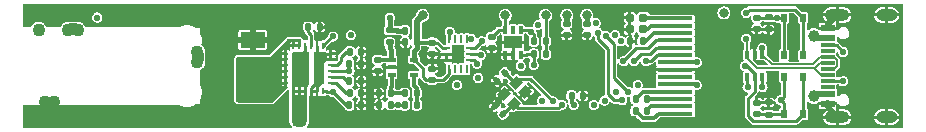
<source format=gtl>
G04 #@! TF.GenerationSoftware,KiCad,Pcbnew,(5.99.0-4092-g1ee3df61c)*
G04 #@! TF.CreationDate,2020-10-30T09:43:41-07:00*
G04 #@! TF.ProjectId,RT_USB_PD_Soldering_Iron,52545f55-5342-45f5-9044-5f536f6c6465,rev?*
G04 #@! TF.SameCoordinates,PX5f5e100PY7735940*
G04 #@! TF.FileFunction,Copper,L1,Top*
G04 #@! TF.FilePolarity,Positive*
%FSLAX46Y46*%
G04 Gerber Fmt 4.6, Leading zero omitted, Abs format (unit mm)*
G04 Created by KiCad (PCBNEW (5.99.0-4092-g1ee3df61c)) date 2020-10-30 09:43:41*
%MOMM*%
%LPD*%
G01*
G04 APERTURE LIST*
G04 Aperture macros list*
%AMRoundRect*
0 Rectangle with rounded corners*
0 $1 Rounding radius*
0 $2 $3 $4 $5 $6 $7 $8 $9 X,Y pos of 4 corners*
0 Add a 4 corners polygon primitive as box body*
4,1,4,$2,$3,$4,$5,$6,$7,$8,$9,$2,$3,0*
0 Add four circle primitives for the rounded corners*
1,1,$1+$1,$2,$3,0*
1,1,$1+$1,$4,$5,0*
1,1,$1+$1,$6,$7,0*
1,1,$1+$1,$8,$9,0*
0 Add four rect primitives between the rounded corners*
20,1,$1+$1,$2,$3,$4,$5,0*
20,1,$1+$1,$4,$5,$6,$7,0*
20,1,$1+$1,$6,$7,$8,$9,0*
20,1,$1+$1,$8,$9,$2,$3,0*%
%AMRotRect*
0 Rectangle, with rotation*
0 The origin of the aperture is its center*
0 $1 length*
0 $2 width*
0 $3 Rotation angle, in degrees counterclockwise*
0 Add horizontal line*
21,1,$1,$2,0,0,$3*%
G04 Aperture macros list end*
G04 #@! TA.AperFunction,SMDPad,CuDef*
%ADD10RoundRect,0.135000X-0.135000X-0.185000X0.135000X-0.185000X0.135000X0.185000X-0.135000X0.185000X0*%
G04 #@! TD*
G04 #@! TA.AperFunction,SMDPad,CuDef*
%ADD11RoundRect,0.140000X0.021213X-0.219203X0.219203X-0.021213X-0.021213X0.219203X-0.219203X0.021213X0*%
G04 #@! TD*
G04 #@! TA.AperFunction,SMDPad,CuDef*
%ADD12R,3.000000X0.320000*%
G04 #@! TD*
G04 #@! TA.AperFunction,SMDPad,CuDef*
%ADD13R,1.200000X0.600000*%
G04 #@! TD*
G04 #@! TA.AperFunction,SMDPad,CuDef*
%ADD14R,1.200000X0.300000*%
G04 #@! TD*
G04 #@! TA.AperFunction,ComponentPad*
%ADD15O,1.800000X1.000000*%
G04 #@! TD*
G04 #@! TA.AperFunction,ComponentPad*
%ADD16O,2.100000X1.000000*%
G04 #@! TD*
G04 #@! TA.AperFunction,SMDPad,CuDef*
%ADD17R,0.550000X0.650000*%
G04 #@! TD*
G04 #@! TA.AperFunction,SMDPad,CuDef*
%ADD18RoundRect,0.135000X0.135000X0.185000X-0.135000X0.185000X-0.135000X-0.185000X0.135000X-0.185000X0*%
G04 #@! TD*
G04 #@! TA.AperFunction,SMDPad,CuDef*
%ADD19RoundRect,0.140000X0.170000X-0.140000X0.170000X0.140000X-0.170000X0.140000X-0.170000X-0.140000X0*%
G04 #@! TD*
G04 #@! TA.AperFunction,SMDPad,CuDef*
%ADD20RoundRect,0.140000X-0.170000X0.140000X-0.170000X-0.140000X0.170000X-0.140000X0.170000X0.140000X0*%
G04 #@! TD*
G04 #@! TA.AperFunction,SMDPad,CuDef*
%ADD21RoundRect,0.140000X-0.140000X-0.170000X0.140000X-0.170000X0.140000X0.170000X-0.140000X0.170000X0*%
G04 #@! TD*
G04 #@! TA.AperFunction,SMDPad,CuDef*
%ADD22RoundRect,0.140000X0.140000X0.170000X-0.140000X0.170000X-0.140000X-0.170000X0.140000X-0.170000X0*%
G04 #@! TD*
G04 #@! TA.AperFunction,SMDPad,CuDef*
%ADD23R,0.350000X0.650000*%
G04 #@! TD*
G04 #@! TA.AperFunction,SMDPad,CuDef*
%ADD24R,1.600000X1.000000*%
G04 #@! TD*
G04 #@! TA.AperFunction,SMDPad,CuDef*
%ADD25RoundRect,0.175000X-0.192500X-0.175000X0.192500X-0.175000X0.192500X0.175000X-0.192500X0.175000X0*%
G04 #@! TD*
G04 #@! TA.AperFunction,SMDPad,CuDef*
%ADD26RoundRect,0.135000X-0.185000X0.135000X-0.185000X-0.135000X0.185000X-0.135000X0.185000X0.135000X0*%
G04 #@! TD*
G04 #@! TA.AperFunction,SMDPad,CuDef*
%ADD27R,2.100000X1.400000*%
G04 #@! TD*
G04 #@! TA.AperFunction,SMDPad,CuDef*
%ADD28RoundRect,0.062500X0.062500X-0.225000X0.062500X0.225000X-0.062500X0.225000X-0.062500X-0.225000X0*%
G04 #@! TD*
G04 #@! TA.AperFunction,SMDPad,CuDef*
%ADD29RoundRect,0.062500X0.225000X-0.062500X0.225000X0.062500X-0.225000X0.062500X-0.225000X-0.062500X0*%
G04 #@! TD*
G04 #@! TA.AperFunction,SMDPad,CuDef*
%ADD30R,1.450000X2.700000*%
G04 #@! TD*
G04 #@! TA.AperFunction,SMDPad,CuDef*
%ADD31R,0.850000X2.700000*%
G04 #@! TD*
G04 #@! TA.AperFunction,SMDPad,CuDef*
%ADD32R,0.650000X0.400000*%
G04 #@! TD*
G04 #@! TA.AperFunction,SMDPad,CuDef*
%ADD33R,0.400000X0.650000*%
G04 #@! TD*
G04 #@! TA.AperFunction,SMDPad,CuDef*
%ADD34R,0.250000X0.675000*%
G04 #@! TD*
G04 #@! TA.AperFunction,SMDPad,CuDef*
%ADD35R,0.675000X0.250000*%
G04 #@! TD*
G04 #@! TA.AperFunction,SMDPad,CuDef*
%ADD36RotRect,0.900000X0.800000X225.000000*%
G04 #@! TD*
G04 #@! TA.AperFunction,SMDPad,CuDef*
%ADD37RoundRect,0.140000X-0.219203X-0.021213X-0.021213X-0.219203X0.219203X0.021213X0.021213X0.219203X0*%
G04 #@! TD*
G04 #@! TA.AperFunction,SMDPad,CuDef*
%ADD38RoundRect,0.135000X0.185000X-0.135000X0.185000X0.135000X-0.185000X0.135000X-0.185000X-0.135000X0*%
G04 #@! TD*
G04 #@! TA.AperFunction,ViaPad*
%ADD39C,0.560000*%
G04 #@! TD*
G04 #@! TA.AperFunction,ViaPad*
%ADD40C,0.800000*%
G04 #@! TD*
G04 #@! TA.AperFunction,ViaPad*
%ADD41C,1.000000*%
G04 #@! TD*
G04 #@! TA.AperFunction,ViaPad*
%ADD42C,1.100000*%
G04 #@! TD*
G04 #@! TA.AperFunction,Conductor*
%ADD43C,0.152400*%
G04 #@! TD*
G04 #@! TA.AperFunction,Conductor*
%ADD44C,0.300000*%
G04 #@! TD*
G04 #@! TA.AperFunction,Conductor*
%ADD45C,0.254000*%
G04 #@! TD*
G04 #@! TA.AperFunction,Conductor*
%ADD46C,0.400000*%
G04 #@! TD*
G04 #@! TA.AperFunction,Conductor*
%ADD47C,0.550000*%
G04 #@! TD*
G04 #@! TA.AperFunction,Conductor*
%ADD48C,0.500000*%
G04 #@! TD*
G04 APERTURE END LIST*
D10*
G04 #@! TO.P,R10,1*
G04 #@! TO.N,/VSENSE*
X27890000Y200000D03*
G04 #@! TO.P,R10,2*
G04 #@! TO.N,GND*
X28910000Y200000D03*
G04 #@! TD*
D11*
G04 #@! TO.P,C21,1*
G04 #@! TO.N,GND*
X40398436Y-1254091D03*
G04 #@! TO.P,C21,2*
G04 #@! TO.N,/OSC_OUT*
X41077258Y-575269D03*
G04 #@! TD*
D12*
G04 #@! TO.P,OLED1,1,C2P*
G04 #@! TO.N,Net-(C17-Pad2)*
X55500000Y-4030000D03*
G04 #@! TO.P,OLED1,2,C2N*
G04 #@! TO.N,Net-(C17-Pad1)*
X55500000Y-3410000D03*
G04 #@! TO.P,OLED1,3,C1P*
G04 #@! TO.N,Net-(C20-Pad2)*
X55500000Y-2790000D03*
G04 #@! TO.P,OLED1,4,C1N*
G04 #@! TO.N,Net-(C20-Pad1)*
X55500000Y-2170000D03*
G04 #@! TO.P,OLED1,5,VBAT*
G04 #@! TO.N,+3V3*
X55500000Y-1550000D03*
G04 #@! TO.P,OLED1,6,VBREF*
G04 #@! TO.N,Net-(OLED1-Pad6)*
X55500000Y-930000D03*
G04 #@! TO.P,OLED1,7,VSS*
G04 #@! TO.N,GND*
X55500000Y-310000D03*
G04 #@! TO.P,OLED1,8,VDD*
G04 #@! TO.N,+3V3*
X55500000Y310000D03*
G04 #@! TO.P,OLED1,9,RES#*
G04 #@! TO.N,/DISP_RST#*
X55500000Y930000D03*
G04 #@! TO.P,OLED1,10,SCL*
G04 #@! TO.N,/I2C1_SCL*
X55500000Y1550000D03*
G04 #@! TO.P,OLED1,11,SDA*
G04 #@! TO.N,/I2C1_SDA*
X55500000Y2170000D03*
G04 #@! TO.P,OLED1,12,IREF*
G04 #@! TO.N,Net-(OLED1-Pad12)*
X55500000Y2790000D03*
G04 #@! TO.P,OLED1,13,VCOMH*
G04 #@! TO.N,Net-(C26-Pad2)*
X55500000Y3410000D03*
G04 #@! TO.P,OLED1,14,VCC*
G04 #@! TO.N,Net-(C27-Pad2)*
X55500000Y4030000D03*
G04 #@! TD*
D13*
G04 #@! TO.P,J1,A1,GND*
G04 #@! TO.N,GND*
X68375000Y-3200000D03*
G04 #@! TO.P,J1,A4,VBUS*
G04 #@! TO.N,IN*
X68375000Y-2400000D03*
D14*
G04 #@! TO.P,J1,A5,CC1*
G04 #@! TO.N,/CC1*
X68375000Y-1250000D03*
G04 #@! TO.P,J1,A6,D+*
G04 #@! TO.N,/USB_P*
X68375000Y-250000D03*
G04 #@! TO.P,J1,A7,D-*
G04 #@! TO.N,/USB_N*
X68375000Y250000D03*
G04 #@! TO.P,J1,A8,SBU1*
G04 #@! TO.N,Net-(J1-PadA8)*
X68375000Y1250000D03*
D13*
G04 #@! TO.P,J1,A9,VBUS*
G04 #@! TO.N,IN*
X68375000Y2400000D03*
G04 #@! TO.P,J1,A12,GND*
G04 #@! TO.N,GND*
X68375000Y3200000D03*
G04 #@! TO.P,J1,B1,GND*
X68375000Y3200000D03*
G04 #@! TO.P,J1,B4,VBUS*
G04 #@! TO.N,IN*
X68375000Y2400000D03*
D14*
G04 #@! TO.P,J1,B5,CC2*
G04 #@! TO.N,/CC2*
X68375000Y1750000D03*
G04 #@! TO.P,J1,B6,D+*
G04 #@! TO.N,/USB_P*
X68375000Y750000D03*
G04 #@! TO.P,J1,B7,D-*
G04 #@! TO.N,/USB_N*
X68375000Y-750000D03*
G04 #@! TO.P,J1,B8,SBU2*
G04 #@! TO.N,Net-(J1-PadB8)*
X68375000Y-1750000D03*
D13*
G04 #@! TO.P,J1,B9,VBUS*
G04 #@! TO.N,IN*
X68375000Y-2400000D03*
G04 #@! TO.P,J1,B12,GND*
G04 #@! TO.N,GND*
X68375000Y-3200000D03*
D15*
G04 #@! TO.P,J1,S1,SHIELD*
X73380000Y4320000D03*
X73380000Y-4320000D03*
D16*
X69200000Y4320000D03*
X69200000Y-4320000D03*
G04 #@! TD*
D17*
G04 #@! TO.P,SW1,1,1*
G04 #@! TO.N,+3V3*
X66325000Y925000D03*
X66325000Y4075000D03*
G04 #@! TO.P,SW1,2,2*
G04 #@! TO.N,/BTN2*
X64675000Y4075000D03*
X64675000Y925000D03*
G04 #@! TD*
D18*
G04 #@! TO.P,R6,1*
G04 #@! TO.N,+3V3*
X44510000Y2100000D03*
G04 #@! TO.P,R6,2*
G04 #@! TO.N,/I2C1_SCL*
X43490000Y2100000D03*
G04 #@! TD*
D10*
G04 #@! TO.P,R17,1*
G04 #@! TO.N,GND*
X30390000Y-2312064D03*
G04 #@! TO.P,R17,2*
G04 #@! TO.N,Net-(R17-Pad2)*
X31410000Y-2312064D03*
G04 #@! TD*
D19*
G04 #@! TO.P,C8,1*
G04 #@! TO.N,GND*
X62400000Y3120000D03*
G04 #@! TO.P,C8,2*
G04 #@! TO.N,/BTN2*
X62400000Y4080000D03*
G04 #@! TD*
D20*
G04 #@! TO.P,C12,1*
G04 #@! TO.N,+3V3*
X46293709Y3581441D03*
G04 #@! TO.P,C12,2*
G04 #@! TO.N,GND*
X46293709Y2621441D03*
G04 #@! TD*
D19*
G04 #@! TO.P,C5,1*
G04 #@! TO.N,+3V3*
X34900000Y-1180000D03*
G04 #@! TO.P,C5,2*
G04 #@! TO.N,GND*
X34900000Y-220000D03*
G04 #@! TD*
D21*
G04 #@! TO.P,C20,1*
G04 #@! TO.N,Net-(C20-Pad1)*
X52120000Y-2800000D03*
G04 #@! TO.P,C20,2*
G04 #@! TO.N,Net-(C20-Pad2)*
X53080000Y-2800000D03*
G04 #@! TD*
D22*
G04 #@! TO.P,C24,1*
G04 #@! TO.N,GND*
X25380000Y3300000D03*
G04 #@! TO.P,C24,2*
G04 #@! TO.N,Net-(C24-Pad2)*
X24420000Y3300000D03*
G04 #@! TD*
D23*
G04 #@! TO.P,U8,1,SCL*
G04 #@! TO.N,/I2C1_SCL*
X42397498Y3050000D03*
G04 #@! TO.P,U8,2,INT*
G04 #@! TO.N,Net-(U8-Pad2)*
X41747498Y3050000D03*
G04 #@! TO.P,U8,3,Vdd*
G04 #@! TO.N,+3V3*
X41097498Y3050000D03*
G04 #@! TO.P,U8,4,ADDR*
G04 #@! TO.N,GND*
X41097498Y950000D03*
G04 #@! TO.P,U8,5,GND*
X41747498Y950000D03*
G04 #@! TO.P,U8,6,SDA*
G04 #@! TO.N,/I2C1_SDA*
X42397498Y950000D03*
D24*
G04 #@! TO.P,U8,7,GND*
G04 #@! TO.N,GND*
X41747498Y2000000D03*
G04 #@! TD*
D10*
G04 #@! TO.P,R12,1*
G04 #@! TO.N,Net-(R12-Pad1)*
X27890000Y-1300000D03*
G04 #@! TO.P,R12,2*
G04 #@! TO.N,GND*
X28910000Y-1300000D03*
G04 #@! TD*
D17*
G04 #@! TO.P,SW2,1,1*
G04 #@! TO.N,+3V3*
X66325000Y-4075000D03*
X66325000Y-925000D03*
G04 #@! TO.P,SW2,2,2*
G04 #@! TO.N,/BTN1*
X64675000Y-4075000D03*
X64675000Y-925000D03*
G04 #@! TD*
D25*
G04 #@! TO.P,C26,1*
G04 #@! TO.N,GND*
X51632500Y3100000D03*
G04 #@! TO.P,C26,2*
G04 #@! TO.N,Net-(C26-Pad2)*
X52767500Y3100000D03*
G04 #@! TD*
D10*
G04 #@! TO.P,R18,1*
G04 #@! TO.N,Net-(R17-Pad2)*
X32581420Y-2301007D03*
G04 #@! TO.P,R18,2*
G04 #@! TO.N,Net-(R16-Pad1)*
X33601420Y-2301007D03*
G04 #@! TD*
D26*
G04 #@! TO.P,R1,1*
G04 #@! TO.N,/BTN2*
X63400000Y4110000D03*
G04 #@! TO.P,R1,2*
G04 #@! TO.N,GND*
X63400000Y3090000D03*
G04 #@! TD*
D27*
G04 #@! TO.P,D3,1,K*
G04 #@! TO.N,/HEATER*
X19700000Y-2200000D03*
G04 #@! TO.P,D3,2,A*
G04 #@! TO.N,GND*
X19700000Y2200000D03*
G04 #@! TD*
D28*
G04 #@! TO.P,U6,1,IN*
G04 #@! TO.N,IN*
X23150000Y-2125000D03*
G04 #@! TO.P,U6,2,IN*
X23650000Y-2125000D03*
G04 #@! TO.P,U6,3,IN*
X24150000Y-2125000D03*
G04 #@! TO.P,U6,4,GND*
G04 #@! TO.N,GND*
X24650000Y-2125000D03*
G04 #@! TO.P,U6,5,GND*
X25150000Y-2125000D03*
G04 #@! TO.P,U6,6,EN/UVLO*
G04 #@! TO.N,/HEAT_ON*
X25650000Y-2125000D03*
D29*
G04 #@! TO.P,U6,7,ITIMER*
G04 #@! TO.N,Net-(C23-Pad2)*
X26325000Y-1450000D03*
G04 #@! TO.P,U6,8,ILIM*
G04 #@! TO.N,Net-(R12-Pad1)*
X26325000Y-950000D03*
G04 #@! TO.P,U6,9,IMON*
G04 #@! TO.N,/VSENSE*
X26325000Y-450000D03*
G04 #@! TO.P,U6,10,RETRY_DLY*
G04 #@! TO.N,Net-(C25-Pad2)*
X26325000Y50000D03*
G04 #@! TO.P,U6,11,NRETRY*
G04 #@! TO.N,GND*
X26325000Y550000D03*
G04 #@! TO.P,U6,12,LDSTRT*
X26325000Y1050000D03*
D28*
G04 #@! TO.P,U6,13,PG*
G04 #@! TO.N,/HEATER_PG*
X25650000Y1725000D03*
G04 #@! TO.P,U6,14,GND*
G04 #@! TO.N,GND*
X25150000Y1725000D03*
G04 #@! TO.P,U6,15,dVdT*
G04 #@! TO.N,Net-(C24-Pad2)*
X24650000Y1725000D03*
G04 #@! TO.P,U6,16,IN*
G04 #@! TO.N,IN*
X24150000Y1725000D03*
G04 #@! TO.P,U6,17,OUT*
G04 #@! TO.N,/HEATER*
X23650000Y1725000D03*
G04 #@! TO.P,U6,18,OUT*
X23150000Y1725000D03*
D29*
G04 #@! TO.P,U6,19,OUT*
X22475000Y1050000D03*
G04 #@! TO.P,U6,20,OUT*
X22475000Y550000D03*
G04 #@! TO.P,U6,21,OUT*
X22475000Y50000D03*
G04 #@! TO.P,U6,22,OUT*
X22475000Y-450000D03*
G04 #@! TO.P,U6,23,OUT*
X22475000Y-950000D03*
G04 #@! TO.P,U6,24,OUT*
X22475000Y-1450000D03*
D30*
G04 #@! TO.P,U6,25,IN*
G04 #@! TO.N,IN*
X23775000Y-200000D03*
D31*
G04 #@! TO.P,U6,26,GND*
G04 #@! TO.N,GND*
X25325000Y-200000D03*
G04 #@! TD*
D10*
G04 #@! TO.P,R11,1*
G04 #@! TO.N,/HEAT_ON*
X27890000Y-3303407D03*
G04 #@! TO.P,R11,2*
G04 #@! TO.N,GND*
X28910000Y-3303407D03*
G04 #@! TD*
D20*
G04 #@! TO.P,C13,1*
G04 #@! TO.N,+3V3*
X48011224Y3573073D03*
G04 #@! TO.P,C13,2*
G04 #@! TO.N,GND*
X48011224Y2613073D03*
G04 #@! TD*
D22*
G04 #@! TO.P,C23,1*
G04 #@! TO.N,GND*
X28880000Y-2305328D03*
G04 #@! TO.P,C23,2*
G04 #@! TO.N,Net-(C23-Pad2)*
X27920000Y-2305328D03*
G04 #@! TD*
D20*
G04 #@! TO.P,C30,1*
G04 #@! TO.N,Net-(C30-Pad1)*
X30300000Y530000D03*
G04 #@! TO.P,C30,2*
G04 #@! TO.N,GND*
X30300000Y-430000D03*
G04 #@! TD*
D10*
G04 #@! TO.P,R13,1*
G04 #@! TO.N,GND*
X51690000Y2100000D03*
G04 #@! TO.P,R13,2*
G04 #@! TO.N,Net-(OLED1-Pad12)*
X52710000Y2100000D03*
G04 #@! TD*
D32*
G04 #@! TO.P,U7,1,+*
G04 #@! TO.N,Net-(C30-Pad1)*
X31460396Y548787D03*
G04 #@! TO.P,U7,2,V-*
G04 #@! TO.N,GND*
X31460396Y-101213D03*
G04 #@! TO.P,U7,3,-*
G04 #@! TO.N,Net-(R17-Pad2)*
X31460396Y-751213D03*
G04 #@! TO.P,U7,4*
G04 #@! TO.N,Net-(R16-Pad1)*
X33360396Y-751213D03*
G04 #@! TO.P,U7,5,V+*
G04 #@! TO.N,+3V3*
X33360396Y548787D03*
G04 #@! TD*
D22*
G04 #@! TO.P,C25,1*
G04 #@! TO.N,GND*
X28880000Y1200000D03*
G04 #@! TO.P,C25,2*
G04 #@! TO.N,Net-(C25-Pad2)*
X27920000Y1200000D03*
G04 #@! TD*
D33*
G04 #@! TO.P,U3,1,I/O1*
G04 #@! TO.N,/USB_P*
X62861544Y950000D03*
G04 #@! TO.P,U3,2,GND*
G04 #@! TO.N,GND*
X62211544Y950000D03*
G04 #@! TO.P,U3,3,I/O2*
G04 #@! TO.N,/USB_N*
X61561544Y950000D03*
G04 #@! TO.P,U3,4,I/O3*
G04 #@! TO.N,/CC2*
X61561544Y-950000D03*
G04 #@! TO.P,U3,5,VBUS*
G04 #@! TO.N,+3V3*
X62211544Y-950000D03*
G04 #@! TO.P,U3,6,I/O4*
G04 #@! TO.N,/CC1*
X62861544Y-950000D03*
G04 #@! TD*
D20*
G04 #@! TO.P,C32,1*
G04 #@! TO.N,+3V3*
X34900000Y1980000D03*
G04 #@! TO.P,C32,2*
G04 #@! TO.N,GND*
X34900000Y1020000D03*
G04 #@! TD*
D10*
G04 #@! TO.P,R14,1*
G04 #@! TO.N,/TIP_TC*
X32590000Y3000000D03*
G04 #@! TO.P,R14,2*
G04 #@! TO.N,+3V3*
X33610000Y3000000D03*
G04 #@! TD*
D22*
G04 #@! TO.P,C31,1*
G04 #@! TO.N,/TEMP_SENS*
X31380814Y-3301950D03*
G04 #@! TO.P,C31,2*
G04 #@! TO.N,GND*
X30420814Y-3301950D03*
G04 #@! TD*
D20*
G04 #@! TO.P,C29,1*
G04 #@! TO.N,+3V3*
X39947498Y2480000D03*
G04 #@! TO.P,C29,2*
G04 #@! TO.N,GND*
X39947498Y1520000D03*
G04 #@! TD*
D22*
G04 #@! TO.P,C17,1*
G04 #@! TO.N,Net-(C17-Pad1)*
X53080000Y-3800000D03*
G04 #@! TO.P,C17,2*
G04 #@! TO.N,Net-(C17-Pad2)*
X52120000Y-3800000D03*
G04 #@! TD*
D25*
G04 #@! TO.P,C27,1*
G04 #@! TO.N,GND*
X51632500Y4100000D03*
G04 #@! TO.P,C27,2*
G04 #@! TO.N,Net-(C27-Pad2)*
X52767500Y4100000D03*
G04 #@! TD*
D34*
G04 #@! TO.P,U2,1,SDO*
G04 #@! TO.N,/SPI1_MISO*
X37850000Y2262500D03*
G04 #@! TO.P,U2,2,ASDx*
G04 #@! TO.N,Net-(U2-Pad2)*
X37350000Y2262500D03*
G04 #@! TO.P,U2,3,ASCx*
G04 #@! TO.N,Net-(U2-Pad3)*
X36850000Y2262500D03*
G04 #@! TO.P,U2,4,INT1*
G04 #@! TO.N,/INT0*
X36350000Y2262500D03*
D35*
G04 #@! TO.P,U2,5,VDDIO*
G04 #@! TO.N,+3V3*
X36087500Y1500000D03*
G04 #@! TO.P,U2,6,GNDIO*
G04 #@! TO.N,GND*
X36087500Y1000000D03*
G04 #@! TO.P,U2,7,GND*
X36087500Y500000D03*
D34*
G04 #@! TO.P,U2,8,VDD*
G04 #@! TO.N,+3V3*
X36350000Y-262500D03*
G04 #@! TO.P,U2,9,INT2*
G04 #@! TO.N,Net-(U2-Pad9)*
X36850000Y-262500D03*
G04 #@! TO.P,U2,10,OCSB*
G04 #@! TO.N,Net-(U2-Pad10)*
X37350000Y-262500D03*
G04 #@! TO.P,U2,11,OSDO*
G04 #@! TO.N,Net-(U2-Pad11)*
X37850000Y-262500D03*
D35*
G04 #@! TO.P,U2,12,CSB*
G04 #@! TO.N,/SPI1_NSS*
X38112500Y500000D03*
G04 #@! TO.P,U2,13,SCx*
G04 #@! TO.N,/SPI1_SCK*
X38112500Y1000000D03*
G04 #@! TO.P,U2,14,SDx*
G04 #@! TO.N,/SPI1_MOSI*
X38112500Y1500000D03*
G04 #@! TD*
D36*
G04 #@! TO.P,Y1,1,1*
G04 #@! TO.N,/OSC_OUT*
X42006066Y-1416117D03*
G04 #@! TO.P,Y1,2,2*
G04 #@! TO.N,GND*
X41016117Y-2406066D03*
G04 #@! TO.P,Y1,3,3*
G04 #@! TO.N,/OSC_IN*
X41793934Y-3183883D03*
G04 #@! TO.P,Y1,4,4*
G04 #@! TO.N,GND*
X42783883Y-2193934D03*
G04 #@! TD*
D26*
G04 #@! TO.P,R15,1*
G04 #@! TO.N,/TIP_TC*
X31300000Y3010000D03*
G04 #@! TO.P,R15,2*
G04 #@! TO.N,Net-(C30-Pad1)*
X31300000Y1990000D03*
G04 #@! TD*
D18*
G04 #@! TO.P,R7,1*
G04 #@! TO.N,+3V3*
X44510000Y1000000D03*
G04 #@! TO.P,R7,2*
G04 #@! TO.N,/I2C1_SDA*
X43490000Y1000000D03*
G04 #@! TD*
D22*
G04 #@! TO.P,C28,1*
G04 #@! TO.N,+3V3*
X33582598Y2000000D03*
G04 #@! TO.P,C28,2*
G04 #@! TO.N,GND*
X32622598Y2000000D03*
G04 #@! TD*
D37*
G04 #@! TO.P,C22,1*
G04 #@! TO.N,GND*
X40246590Y-3360589D03*
G04 #@! TO.P,C22,2*
G04 #@! TO.N,/OSC_IN*
X40925412Y-4039411D03*
G04 #@! TD*
D21*
G04 #@! TO.P,C14,1*
G04 #@! TO.N,+3V3*
X46700848Y-2519372D03*
G04 #@! TO.P,C14,2*
G04 #@! TO.N,GND*
X47660848Y-2519372D03*
G04 #@! TD*
D20*
G04 #@! TO.P,C9,1*
G04 #@! TO.N,GND*
X62400000Y-3120000D03*
G04 #@! TO.P,C9,2*
G04 #@! TO.N,/BTN1*
X62400000Y-4080000D03*
G04 #@! TD*
D18*
G04 #@! TO.P,R16,1*
G04 #@! TO.N,Net-(R16-Pad1)*
X33609786Y-3300533D03*
G04 #@! TO.P,R16,2*
G04 #@! TO.N,/TEMP_SENS*
X32589786Y-3300533D03*
G04 #@! TD*
D38*
G04 #@! TO.P,R3,1*
G04 #@! TO.N,/BTN1*
X63400000Y-4110000D03*
G04 #@! TO.P,R3,2*
G04 #@! TO.N,GND*
X63400000Y-3090000D03*
G04 #@! TD*
D39*
G04 #@! TO.N,/NRST*
X52300000Y-1600000D03*
G04 #@! TO.N,GND*
X52900000Y-1100000D03*
X61600000Y3100000D03*
X58800000Y1800000D03*
X58200000Y-500000D03*
X58853296Y3208610D03*
X57498699Y3208610D03*
G04 #@! TO.N,/USB_N*
X61500000Y2300000D03*
G04 #@! TO.N,GND*
X60400000Y3208610D03*
G04 #@! TO.N,+3V3*
X57300000Y300000D03*
D40*
X59600000Y4500000D03*
D39*
G04 #@! TO.N,/CC2*
X51500000Y-2200000D03*
G04 #@! TO.N,/DISP_RST#*
X50500000Y-2200000D03*
G04 #@! TO.N,/CC1*
X51000000Y-2900000D03*
G04 #@! TO.N,/I2C1_SDA*
X51100000Y400000D03*
G04 #@! TO.N,GND*
X49200000Y0D03*
G04 #@! TO.N,/USB_N*
X50400000Y2600000D03*
G04 #@! TO.N,/CC1*
X48929153Y2810173D03*
G04 #@! TO.N,/CC2*
X49587435Y2537786D03*
G04 #@! TO.N,GND*
X49900000Y3200000D03*
G04 #@! TO.N,/USB_P*
X50900000Y2087589D03*
G04 #@! TO.N,/BTN2*
X48756456Y3656460D03*
D40*
G04 #@! TO.N,+3V3*
X48000000Y4300000D03*
D39*
G04 #@! TO.N,/CC2*
X61600000Y-1800000D03*
G04 #@! TO.N,GND*
X60400000Y-800000D03*
G04 #@! TO.N,/CC1*
X62862799Y-1800000D03*
G04 #@! TO.N,IN*
X23400000Y300000D03*
X23400000Y-700000D03*
D41*
X67200000Y-2500000D03*
X67200000Y2500000D03*
D39*
X24100000Y800000D03*
X24100000Y-200000D03*
D41*
X23650000Y-4500000D03*
D39*
X24100000Y-1200000D03*
G04 #@! TO.N,+3V3*
X46887587Y-3300000D03*
X57300000Y-1600000D03*
D40*
X41100000Y4300000D03*
D39*
X61400000Y0D03*
D40*
X44500000Y4300000D03*
D39*
X61500000Y4500000D03*
D40*
X46300000Y4300000D03*
X34100000Y4300000D03*
D39*
G04 #@! TO.N,/BTN1*
X48600000Y-3300000D03*
X64400000Y-2900000D03*
G04 #@! TO.N,/BTN2*
X64100000Y4100000D03*
D42*
G04 #@! TO.N,/HEATER*
X15000000Y350000D03*
D39*
X18600000Y-700000D03*
D42*
X15000000Y1150000D03*
D39*
X19300000Y-700000D03*
X19700000Y-1200000D03*
X20800000Y-100000D03*
X18600000Y-100000D03*
X18950000Y-1200000D03*
X20450000Y-1200000D03*
X18600000Y500000D03*
X20100000Y-700000D03*
X20800000Y500000D03*
X20800000Y-700000D03*
G04 #@! TO.N,/OSC_IN*
X45864597Y-3267684D03*
G04 #@! TO.N,/OSC_OUT*
X45104708Y-2978643D03*
G04 #@! TO.N,/TEMP_SENS*
X32000000Y-3300000D03*
X37000000Y-1600000D03*
G04 #@! TO.N,/CC2*
X69700000Y1200000D03*
G04 #@! TO.N,/CC1*
X69700000Y-1300000D03*
D42*
G04 #@! TO.N,/TIP_TC*
X4100000Y3050000D03*
D39*
X6550000Y4100000D03*
X31300000Y4100000D03*
D42*
X4900000Y3050000D03*
X1600000Y3050000D03*
D39*
G04 #@! TO.N,GND*
X35750000Y-3300000D03*
X45200000Y3300000D03*
X39800000Y-2600000D03*
X63800000Y-2200000D03*
X20350000Y3350000D03*
X25300000Y-525000D03*
X34800000Y3300000D03*
X800000Y-4850000D03*
X26600000Y-3200000D03*
X4200000Y-3650000D03*
X47600000Y-3300000D03*
X47200000Y3400000D03*
X37000000Y750000D03*
X32700000Y4300000D03*
X19700000Y3350000D03*
X39300000Y-3300000D03*
X21000000Y3350000D03*
X25300000Y-1150000D03*
X26000000Y3300000D03*
X62200000Y2100000D03*
X19050000Y3350000D03*
X4200000Y-4850000D03*
X47200000Y-1800000D03*
X10000000Y-3700000D03*
X800000Y-3650000D03*
X47200000Y2000000D03*
X32410396Y-101213D03*
X29750000Y-2400000D03*
X18400000Y3350000D03*
X18000000Y-4900000D03*
X28900000Y1900000D03*
D42*
X2100000Y-3050000D03*
D39*
X25300000Y750000D03*
X32400000Y1000000D03*
X65600000Y1500000D03*
X30200000Y-1300000D03*
X63300000Y2200000D03*
X34900000Y400000D03*
X10000000Y-4800000D03*
D42*
X2900000Y-3050000D03*
D39*
X30400000Y3300000D03*
X65500000Y3700000D03*
X800000Y-4250000D03*
X4200000Y-4250000D03*
X40400000Y100000D03*
X25300000Y125000D03*
X19200000Y-3700000D03*
X18800000Y-4100000D03*
X18400000Y-4500000D03*
X45200000Y0D03*
X39800000Y-500000D03*
X43300000Y-2700000D03*
G04 #@! TO.N,/I2C1_SCL*
X52000000Y400000D03*
X43300000Y2900000D03*
G04 #@! TO.N,/I2C1_SDA*
X43500000Y100000D03*
X49500000Y-2926046D03*
G04 #@! TO.N,/VSENSE*
X38800000Y-1000000D03*
X27900000Y-400000D03*
G04 #@! TO.N,/HEAT_ON*
X43900000Y3500000D03*
X28000000Y2600000D03*
X26500000Y-2200000D03*
G04 #@! TO.N,/INT0*
X42400000Y0D03*
X36400000Y2900000D03*
G04 #@! TO.N,/SPI1_MISO*
X38200000Y2300000D03*
G04 #@! TO.N,/SPI1_NSS*
X38700000Y200000D03*
G04 #@! TO.N,/SPI1_MOSI*
X39100000Y2100000D03*
G04 #@! TO.N,/SPI1_SCK*
X39000000Y900000D03*
G04 #@! TO.N,/DISP_RST#*
X53000000Y400000D03*
G04 #@! TO.N,/NRST*
X44200000Y-2940590D03*
G04 #@! TO.N,/HEATER_PG*
X26500000Y2500000D03*
G04 #@! TO.N,/USB_P*
X62850000Y1500000D03*
G04 #@! TD*
D43*
G04 #@! TO.N,/USB_N*
X61561544Y950000D02*
X61561544Y2238456D01*
X61561544Y2238456D02*
X61500000Y2300000D01*
D44*
G04 #@! TO.N,+3V3*
X57290000Y310000D02*
X57300000Y300000D01*
X55500000Y310000D02*
X57290000Y310000D01*
D45*
G04 #@! TO.N,/CC2*
X51500000Y-2200000D02*
X50300000Y-1000000D01*
X50300000Y1825221D02*
X49587435Y2537786D01*
X50300000Y-1000000D02*
X50300000Y1825221D01*
G04 #@! TO.N,/CC1*
X50300000Y-2900000D02*
X49800000Y-2400000D01*
X51000000Y-2900000D02*
X50300000Y-2900000D01*
X48929153Y2320847D02*
X48929153Y2810173D01*
X49800000Y1450000D02*
X48929153Y2320847D01*
X49800000Y-2400000D02*
X49800000Y1450000D01*
G04 #@! TO.N,/I2C1_SDA*
X55500000Y2170000D02*
X53870000Y2170000D01*
X53870000Y2170000D02*
X53200590Y1500590D01*
X53200590Y1500590D02*
X52200590Y1500590D01*
X52200590Y1500590D02*
X51100000Y400000D01*
D46*
G04 #@! TO.N,+3V3*
X48011224Y3573073D02*
X48011224Y4288776D01*
X48011224Y4288776D02*
X48000000Y4300000D01*
D45*
G04 #@! TO.N,/CC2*
X61561544Y-1761544D02*
X61600000Y-1800000D01*
X61561544Y-950000D02*
X61561544Y-1761544D01*
G04 #@! TO.N,/CC1*
X62861544Y-1798745D02*
X62862799Y-1800000D01*
X62861544Y-950000D02*
X62861544Y-1798745D01*
D47*
G04 #@! TO.N,IN*
X67300000Y2400000D02*
X67200000Y2500000D01*
D45*
X24150000Y-2125000D02*
X24150000Y-575000D01*
X23650000Y-325000D02*
X23775000Y-200000D01*
X23650000Y-2125000D02*
X23650000Y-325000D01*
X23150000Y-825000D02*
X23775000Y-200000D01*
X23150000Y-2125000D02*
X23150000Y-825000D01*
D47*
X67300000Y-2400000D02*
X67200000Y-2500000D01*
D45*
X24150000Y-575000D02*
X23775000Y-200000D01*
X24150000Y-2125000D02*
X24150000Y-4000000D01*
X23150001Y-4000001D02*
X23650000Y-4500000D01*
D47*
X68400000Y-2400000D02*
X67300000Y-2400000D01*
D45*
X23150000Y-2125000D02*
X23150001Y-4000001D01*
D47*
X68400000Y2400000D02*
X67300000Y2400000D01*
D45*
X24150000Y1725000D02*
X24150000Y850000D01*
X23650000Y-2125000D02*
X23650000Y-4500000D01*
X24150000Y-4000000D02*
X23650000Y-4500000D01*
G04 #@! TO.N,+3V3*
X44510000Y4290000D02*
X44500000Y4300000D01*
X34100000Y-190817D02*
X33360396Y548787D01*
X66328905Y-4075000D02*
X66328905Y-925000D01*
X61779999Y4779999D02*
X61500000Y4500000D01*
D44*
X34238842Y1980000D02*
X34900000Y1980000D01*
D45*
X62211544Y-950000D02*
X62211544Y-2172392D01*
D46*
X33360396Y1260396D02*
X33360396Y548787D01*
D44*
X57250000Y-1550000D02*
X57300000Y-1600000D01*
D46*
X33582598Y1482598D02*
X33360396Y1260396D01*
D45*
X62211544Y-679854D02*
X61531690Y0D01*
D44*
X46700000Y-3112413D02*
X46887587Y-3300000D01*
D45*
X61531690Y0D02*
X61400000Y0D01*
X40517498Y3050000D02*
X39947498Y2480000D01*
D48*
X33610000Y2999910D02*
X33610000Y2027402D01*
D45*
X35320000Y1980000D02*
X34900000Y1980000D01*
X34384085Y-1180000D02*
X34900000Y-1180000D01*
D44*
X46700000Y-2481977D02*
X46700000Y-3112413D01*
D45*
X62106510Y-4689410D02*
X61640590Y-4223490D01*
D46*
X33582598Y2000000D02*
X33582598Y1482598D01*
D45*
X66325000Y4075000D02*
X65620001Y4779999D01*
D48*
X33610000Y2027402D02*
X33582598Y2000000D01*
D45*
X36350000Y-650000D02*
X36350000Y-262500D01*
X34900000Y-1180000D02*
X35820000Y-1180000D01*
X44510000Y2100000D02*
X44510000Y4290000D01*
X62211544Y-950000D02*
X62211544Y-679854D01*
X34100000Y-895915D02*
X34100000Y-190817D01*
X62866510Y-4689410D02*
X62106510Y-4689410D01*
X44510000Y2100000D02*
X44510000Y1000000D01*
D48*
X33610000Y3810000D02*
X33610000Y2999910D01*
D44*
X33602598Y1980000D02*
X33582598Y2000000D01*
D48*
X34100000Y4300000D02*
X33610000Y3810000D01*
D45*
X41097498Y4297498D02*
X41100000Y4300000D01*
X65620001Y4779999D02*
X61779999Y4779999D01*
X62866510Y-4689410D02*
X65714495Y-4689410D01*
X41097498Y3050000D02*
X41097498Y4297498D01*
D48*
X46300000Y3587732D02*
X46300000Y4300000D01*
D45*
X35800000Y1500000D02*
X35320000Y1980000D01*
X61640590Y-4223490D02*
X61640590Y-3463490D01*
X62211544Y-2172392D02*
X61640590Y-2743346D01*
X36087500Y1500000D02*
X35800000Y1500000D01*
X41097498Y3050000D02*
X40517498Y3050000D01*
D44*
X34238842Y1980000D02*
X33602598Y1980000D01*
D45*
X34100000Y-895915D02*
X34384085Y-1180000D01*
X61640590Y-2743346D02*
X61640590Y-3463490D01*
X66325000Y4075000D02*
X66325000Y925000D01*
D44*
X55500000Y-1550000D02*
X57250000Y-1550000D01*
D45*
X65714495Y-4689410D02*
X66328905Y-4075000D01*
X35820000Y-1180000D02*
X36350000Y-650000D01*
G04 #@! TO.N,/BTN1*
X64675000Y-925000D02*
X64675000Y-2625000D01*
X64675000Y-3175000D02*
X64400000Y-2900000D01*
X63435000Y-4075000D02*
X63400000Y-4110000D01*
X64675000Y-2625000D02*
X64400000Y-2900000D01*
X64675000Y-4075000D02*
X63435000Y-4075000D01*
X62400000Y-4080000D02*
X63370000Y-4080000D01*
X63370000Y-4080000D02*
X63400000Y-4110000D01*
X64675000Y-4075000D02*
X64675000Y-3175000D01*
G04 #@! TO.N,/BTN2*
X64650000Y4100000D02*
X64675000Y4075000D01*
X62400000Y4080000D02*
X63370000Y4080000D01*
X63370000Y4080000D02*
X63400000Y4110000D01*
X64100000Y4100000D02*
X63410000Y4100000D01*
X64100000Y4100000D02*
X64650000Y4100000D01*
X64685016Y931016D02*
X64685016Y4081016D01*
X63410000Y4100000D02*
X63400000Y4110000D01*
G04 #@! TO.N,/HEATER*
X23150000Y1725000D02*
X23150000Y2050000D01*
X23650000Y1725000D02*
X23650000Y2050000D01*
D44*
G04 #@! TO.N,Net-(C17-Pad2)*
X52732410Y-4412410D02*
X52120000Y-3800000D01*
X53687590Y-4412410D02*
X52732410Y-4412410D01*
X55500000Y-4030000D02*
X54070000Y-4030000D01*
X54070000Y-4030000D02*
X53687590Y-4412410D01*
G04 #@! TO.N,Net-(C17-Pad1)*
X53432708Y-3410000D02*
X53080000Y-3762708D01*
X53080000Y-3762708D02*
X53080000Y-3800000D01*
X55500000Y-3410000D02*
X53432708Y-3410000D01*
G04 #@! TO.N,Net-(C20-Pad2)*
X53090000Y-2790000D02*
X53080000Y-2800000D01*
X55500000Y-2790000D02*
X53090000Y-2790000D01*
G04 #@! TO.N,Net-(C20-Pad1)*
X52750000Y-2170000D02*
X52120000Y-2800000D01*
X55500000Y-2170000D02*
X52750000Y-2170000D01*
D45*
G04 #@! TO.N,/OSC_IN*
X41793934Y-3183883D02*
X42157734Y-3547683D01*
X41780940Y-3183883D02*
X40925412Y-4039411D01*
X45584598Y-3547683D02*
X45864597Y-3267684D01*
X42157734Y-3547683D02*
X45584598Y-3547683D01*
G04 #@! TO.N,/OSC_OUT*
X42006066Y-1416117D02*
X42324263Y-1097920D01*
X41918106Y-1416117D02*
X41077258Y-575269D01*
X42324263Y-1097920D02*
X43223985Y-1097920D01*
X43223985Y-1097920D02*
X45104708Y-2978643D01*
G04 #@! TO.N,Net-(C23-Pad2)*
X27605328Y-2305328D02*
X26750000Y-1450000D01*
X26750000Y-1450000D02*
X26325000Y-1450000D01*
X27920000Y-2305328D02*
X27605328Y-2305328D01*
G04 #@! TO.N,Net-(C24-Pad2)*
X24415000Y2885000D02*
X24650000Y2650000D01*
X24650000Y2650000D02*
X24650000Y1725000D01*
X24415000Y3300000D02*
X24415000Y2885000D01*
G04 #@! TO.N,Net-(C25-Pad2)*
X27920000Y1200000D02*
X27600000Y1200000D01*
X27200000Y400000D02*
X26850000Y50000D01*
X27200000Y800000D02*
X27200000Y400000D01*
X27600000Y1200000D02*
X27200000Y800000D01*
X26850000Y50000D02*
X26325000Y50000D01*
D44*
G04 #@! TO.N,Net-(C26-Pad2)*
X53150000Y3100000D02*
X53460000Y3410000D01*
X53460000Y3410000D02*
X55500000Y3410000D01*
X53150000Y3100000D02*
X52767500Y3100000D01*
G04 #@! TO.N,Net-(C27-Pad2)*
X53200000Y4100000D02*
X52767500Y4100000D01*
X55500000Y4030000D02*
X53270000Y4030000D01*
X53270000Y4030000D02*
X53200000Y4100000D01*
D46*
G04 #@! TO.N,Net-(C30-Pad1)*
X31450000Y1350000D02*
X31300000Y1500000D01*
D44*
X31430000Y530000D02*
X31450000Y550000D01*
D46*
X31450000Y550000D02*
X31450000Y1350000D01*
D44*
X30300000Y530000D02*
X31430000Y530000D01*
D46*
X31300000Y1990000D02*
X31300000Y1500000D01*
D45*
G04 #@! TO.N,/TEMP_SENS*
X32589786Y-3300533D02*
X32589253Y-3300000D01*
X31382764Y-3300000D02*
X32000000Y-3300000D01*
X32589253Y-3300000D02*
X32000000Y-3300000D01*
X31380814Y-3301950D02*
X31382764Y-3300000D01*
G04 #@! TO.N,/CC2*
X69150000Y1750000D02*
X68400000Y1750000D01*
X69700000Y1200000D02*
X69150000Y1750000D01*
G04 #@! TO.N,/CC1*
X69650000Y-1250000D02*
X69700000Y-1300000D01*
X68400000Y-1250000D02*
X69650000Y-1250000D01*
D46*
G04 #@! TO.N,/TIP_TC*
X31920090Y2999910D02*
X31910000Y3010000D01*
X31300000Y4100000D02*
X31300000Y3010000D01*
X32590000Y2999910D02*
X31920090Y2999910D01*
X31910000Y3010000D02*
X31300000Y3010000D01*
D44*
G04 #@! TO.N,Net-(OLED1-Pad12)*
X52980000Y2100000D02*
X53670000Y2790000D01*
X53670000Y2790000D02*
X55500000Y2790000D01*
X52710000Y2100000D02*
X52980000Y2100000D01*
D48*
G04 #@! TO.N,GND*
X40500000Y-3107179D02*
X40500000Y-2922183D01*
D45*
X35700000Y400000D02*
X34900000Y400000D01*
D48*
X68400000Y3200000D02*
X68400000Y3513749D01*
D45*
X24650000Y-2125000D02*
X24650000Y-1880201D01*
D48*
X68400000Y-3200000D02*
X68400000Y-3513749D01*
X68400000Y-3513749D02*
X69206251Y-4320000D01*
D45*
X25850000Y1050000D02*
X26325000Y1050000D01*
X36087500Y1000000D02*
X34936877Y1000000D01*
X26325000Y550000D02*
X25450000Y550000D01*
D48*
X40246590Y-3360589D02*
X40500000Y-3107179D01*
D45*
X24650000Y-1880201D02*
X25300000Y-1230201D01*
X36087500Y500000D02*
X35800000Y500000D01*
X25150000Y1725000D02*
X25150000Y850000D01*
D48*
X68400000Y3513749D02*
X69206251Y4320000D01*
D45*
X34936877Y1000000D02*
X34916877Y1020000D01*
X25150000Y-2125000D02*
X25150000Y-1300000D01*
X25500000Y700000D02*
X25850000Y1050000D01*
D48*
X40500000Y-2922183D02*
X41016117Y-2406066D01*
D45*
X35800000Y500000D02*
X35700000Y400000D01*
G04 #@! TO.N,/I2C1_SCL*
X53890817Y1550000D02*
X53340817Y1000000D01*
X43490000Y2710000D02*
X43300000Y2900000D01*
X55500000Y1550000D02*
X53890817Y1550000D01*
X42397498Y3050000D02*
X43150000Y3050000D01*
X53340817Y1000000D02*
X52600000Y1000000D01*
X43150000Y3050000D02*
X43300000Y2900000D01*
X52600000Y1000000D02*
X52000000Y400000D01*
X43490000Y2100000D02*
X43490000Y2710000D01*
G04 #@! TO.N,/I2C1_SDA*
X42850000Y950000D02*
X42900000Y1000000D01*
X42900000Y1000000D02*
X43490000Y1000000D01*
X43490000Y110000D02*
X43500000Y100000D01*
X43490000Y1000000D02*
X43490000Y110000D01*
X42397498Y950000D02*
X42850000Y950000D01*
G04 #@! TO.N,/VSENSE*
X26325000Y-450000D02*
X27850000Y-450000D01*
D44*
X27888303Y-388303D02*
X27900000Y-400000D01*
D45*
X27850000Y-450000D02*
X27900000Y-400000D01*
D44*
X27888303Y203223D02*
X27888303Y-388303D01*
D45*
G04 #@! TO.N,/HEAT_ON*
X26000000Y-2200000D02*
X26500000Y-2200000D01*
X25650000Y-2125000D02*
X25925000Y-2125000D01*
X27603407Y-3303407D02*
X26500000Y-2200000D01*
X27890000Y-3303407D02*
X27603407Y-3303407D01*
X25925000Y-2125000D02*
X26000000Y-2200000D01*
G04 #@! TO.N,Net-(R12-Pad1)*
X27350000Y-950000D02*
X27698303Y-1298303D01*
X26325000Y-950000D02*
X27350000Y-950000D01*
X27698303Y-1298303D02*
X27891698Y-1298303D01*
D44*
G04 #@! TO.N,Net-(R16-Pad1)*
X33609786Y-3300533D02*
X33610000Y-3300319D01*
X33601420Y-1901420D02*
X33360396Y-1660396D01*
X33610000Y-3300319D02*
X33610000Y-2216067D01*
X33360396Y-1660396D02*
X33360396Y-751213D01*
X33601420Y-2301007D02*
X33601420Y-1901420D01*
G04 #@! TO.N,Net-(R17-Pad2)*
X31460396Y-1739604D02*
X31460396Y-751213D01*
X31410000Y-1790000D02*
X31460396Y-1739604D01*
X31410000Y-2312064D02*
X31422064Y-2300000D01*
X31422064Y-2300000D02*
X32570875Y-2300000D01*
X31410000Y-2312064D02*
X31410000Y-1790000D01*
D45*
G04 #@! TO.N,/INT0*
X36350000Y2850000D02*
X36400000Y2900000D01*
X36350000Y2262500D02*
X36350000Y2850000D01*
G04 #@! TO.N,/SPI1_MISO*
X37850000Y2262500D02*
X38162500Y2262500D01*
X38162500Y2262500D02*
X38200000Y2300000D01*
G04 #@! TO.N,/SPI1_NSS*
X38412500Y500000D02*
X38700000Y212500D01*
X38700000Y212500D02*
X38700000Y200000D01*
X38112500Y500000D02*
X38412500Y500000D01*
G04 #@! TO.N,/SPI1_MOSI*
X38500000Y1500000D02*
X39100000Y2100000D01*
X38112500Y1500000D02*
X38500000Y1500000D01*
G04 #@! TO.N,/SPI1_SCK*
X38112500Y1000000D02*
X38900000Y1000000D01*
X38900000Y1000000D02*
X39000000Y900000D01*
G04 #@! TO.N,/DISP_RST#*
X53925979Y930000D02*
X53395979Y400000D01*
X53395979Y400000D02*
X53000000Y400000D01*
X55500000Y930000D02*
X53925979Y930000D01*
G04 #@! TO.N,/HEATER_PG*
X25650000Y1725000D02*
X26425000Y2500000D01*
X26425000Y2500000D02*
X26500000Y2500000D01*
D43*
G04 #@! TO.N,/USB_N*
X68400000Y-750000D02*
X67801696Y-750000D01*
X62375000Y-175000D02*
X61561544Y638456D01*
X67761652Y250000D02*
X67336652Y-175000D01*
X67336652Y-175000D02*
X62375000Y-175000D01*
X61561544Y638456D02*
X61561544Y950000D01*
X68400000Y250000D02*
X67761652Y250000D01*
X67336652Y-284956D02*
X67336652Y-175000D01*
X67801696Y-750000D02*
X67336652Y-284956D01*
G04 #@! TO.N,/USB_P*
X62861544Y950000D02*
X62861544Y1488456D01*
X63661544Y150000D02*
X62861544Y950000D01*
X69203610Y5306D02*
X69203610Y496390D01*
X69203610Y496390D02*
X68950000Y750000D01*
X62861544Y1488456D02*
X62850000Y1500000D01*
X68400000Y-250000D02*
X68948304Y-250000D01*
X68948304Y-250000D02*
X69203610Y5306D01*
X67734467Y750000D02*
X67134467Y150000D01*
X67134467Y150000D02*
X63661544Y150000D01*
X68950000Y750000D02*
X67734467Y750000D01*
G04 #@! TD*
G04 #@! TA.AperFunction,Conductor*
G04 #@! TO.N,IN*
G36*
X23421280Y-2500993D02*
G01*
X23445982Y-2514117D01*
X23448471Y-2516111D01*
X23471517Y-2547482D01*
X23475789Y-2586174D01*
X23460143Y-2621817D01*
X23428772Y-2644863D01*
X23401454Y-2650000D01*
X23396807Y-2650000D01*
X23359207Y-2639925D01*
X23331682Y-2612400D01*
X23321607Y-2574800D01*
X23331682Y-2537200D01*
X23345773Y-2519568D01*
X23347931Y-2517574D01*
X23382384Y-2499457D01*
X23421280Y-2500993D01*
G37*
G04 #@! TD.AperFunction*
G04 #@! TA.AperFunction,Conductor*
G36*
X23921280Y-2500993D02*
G01*
X23945982Y-2514117D01*
X23948471Y-2516111D01*
X23971517Y-2547482D01*
X23975789Y-2586174D01*
X23960143Y-2621817D01*
X23928772Y-2644863D01*
X23901454Y-2650000D01*
X23896807Y-2650000D01*
X23859207Y-2639925D01*
X23831682Y-2612400D01*
X23821607Y-2574800D01*
X23831682Y-2537200D01*
X23845773Y-2519568D01*
X23847931Y-2517574D01*
X23882384Y-2499457D01*
X23921280Y-2500993D01*
G37*
G04 #@! TD.AperFunction*
G04 #@! TA.AperFunction,Conductor*
G36*
X23832596Y-2000001D02*
G01*
X23832604Y-2000000D01*
X24199800Y-2000001D01*
X24237400Y-2010076D01*
X24264925Y-2037601D01*
X24275000Y-2075202D01*
X24274999Y-2174801D01*
X24264924Y-2212401D01*
X24237398Y-2239925D01*
X24199799Y-2250000D01*
X23967404Y-2249999D01*
X23967396Y-2250000D01*
X23774999Y-2250000D01*
X23467404Y-2249999D01*
X23467396Y-2250000D01*
X23100200Y-2249999D01*
X23062600Y-2239924D01*
X23035075Y-2212399D01*
X23025000Y-2174798D01*
X23025001Y-2075199D01*
X23035076Y-2037599D01*
X23062602Y-2010075D01*
X23100201Y-2000000D01*
X23332596Y-2000001D01*
X23332604Y-2000000D01*
X23525001Y-2000000D01*
X23832596Y-2000001D01*
G37*
G04 #@! TD.AperFunction*
G04 #@! TD*
G04 #@! TA.AperFunction,Conductor*
G04 #@! TO.N,IN*
G36*
X24262400Y-3810075D02*
G01*
X24289925Y-3837600D01*
X24300000Y-3875200D01*
X24300000Y-4546715D01*
X24299714Y-4553269D01*
X24290698Y-4656322D01*
X24288425Y-4669217D01*
X24262503Y-4765959D01*
X24258019Y-4778276D01*
X24215696Y-4869039D01*
X24209142Y-4880391D01*
X24151701Y-4962425D01*
X24143275Y-4972466D01*
X24072466Y-5043275D01*
X24062425Y-5051701D01*
X23980391Y-5109142D01*
X23969039Y-5115696D01*
X23878276Y-5158019D01*
X23865964Y-5162501D01*
X23769217Y-5188425D01*
X23756322Y-5190698D01*
X23656549Y-5199427D01*
X23643451Y-5199427D01*
X23543678Y-5190698D01*
X23530783Y-5188425D01*
X23434036Y-5162501D01*
X23421724Y-5158019D01*
X23330961Y-5115696D01*
X23319609Y-5109142D01*
X23237575Y-5051701D01*
X23227534Y-5043275D01*
X23156725Y-4972466D01*
X23148299Y-4962425D01*
X23090858Y-4880391D01*
X23084304Y-4869039D01*
X23041981Y-4778276D01*
X23037497Y-4765959D01*
X23011575Y-4669217D01*
X23009302Y-4656322D01*
X23000286Y-4553269D01*
X23000000Y-4546715D01*
X23000000Y-3875200D01*
X23010075Y-3837600D01*
X23037600Y-3810075D01*
X23075200Y-3800000D01*
X24224800Y-3800000D01*
X24262400Y-3810075D01*
G37*
G04 #@! TD.AperFunction*
G04 #@! TD*
G04 #@! TA.AperFunction,Conductor*
G04 #@! TO.N,GND*
G36*
X25962400Y1139925D02*
G01*
X25989925Y1112400D01*
X26000000Y1074800D01*
X26000000Y531148D01*
X25989925Y493548D01*
X25977974Y477974D01*
X25750000Y250000D01*
X25750000Y-1474800D01*
X25739925Y-1512400D01*
X25712400Y-1539925D01*
X25674800Y-1550000D01*
X25600000Y-1550000D01*
X25178374Y-1971626D01*
X25144663Y-1991090D01*
X25105737Y-1991090D01*
X25072026Y-1971626D01*
X25052562Y-1937915D01*
X25050000Y-1918452D01*
X25050000Y-1800000D01*
X24731548Y-1800000D01*
X24693948Y-1789925D01*
X24666423Y-1762400D01*
X24656348Y-1724800D01*
X24666423Y-1687200D01*
X24678374Y-1671626D01*
X24900000Y-1450000D01*
X24900000Y1074800D01*
X24910075Y1112400D01*
X24937600Y1139925D01*
X24975200Y1150000D01*
X25924800Y1150000D01*
X25962400Y1139925D01*
G37*
G04 #@! TD.AperFunction*
G04 #@! TD*
G04 #@! TA.AperFunction,Conductor*
G04 #@! TO.N,GND*
G36*
X74708400Y5235925D02*
G01*
X74735925Y5208400D01*
X74746000Y5170800D01*
X74746001Y-5170800D01*
X74735926Y-5208400D01*
X74708401Y-5235925D01*
X74670801Y-5246000D01*
X24338657Y-5246000D01*
X24301057Y-5235925D01*
X24273532Y-5208400D01*
X24263457Y-5170800D01*
X24273532Y-5133200D01*
X24285483Y-5117626D01*
X24286959Y-5116150D01*
X24298931Y-5103086D01*
X24307357Y-5093045D01*
X24318153Y-5078976D01*
X24375594Y-4996942D01*
X24385119Y-4981990D01*
X24390739Y-4972256D01*
X24391260Y-4971354D01*
X24391267Y-4971341D01*
X24391673Y-4970638D01*
X24399858Y-4954914D01*
X24442181Y-4864151D01*
X24448960Y-4847788D01*
X24453444Y-4835471D01*
X24457197Y-4823570D01*
X24458535Y-4819325D01*
X24458536Y-4819323D01*
X24458779Y-4818551D01*
X24484701Y-4721809D01*
X24488540Y-4704491D01*
X24490813Y-4691596D01*
X24491572Y-4685830D01*
X24493020Y-4674833D01*
X24493022Y-4674814D01*
X24493125Y-4674032D01*
X24502141Y-4570979D01*
X24502721Y-4562128D01*
X24503007Y-4555574D01*
X24503200Y-4546715D01*
X24503200Y-3779125D01*
X40010618Y-3779125D01*
X40014660Y-3786125D01*
X40015102Y-3786567D01*
X40018813Y-3789821D01*
X40074012Y-3832179D01*
X40082485Y-3837071D01*
X40144499Y-3862758D01*
X40153934Y-3865286D01*
X40220493Y-3874049D01*
X40230261Y-3874049D01*
X40296819Y-3865286D01*
X40306251Y-3862758D01*
X40338238Y-3849509D01*
X40376832Y-3844428D01*
X40412795Y-3859325D01*
X40436492Y-3890207D01*
X40436492Y-3947762D01*
X40421358Y-3984299D01*
X40411309Y-4060624D01*
X40411952Y-4065508D01*
X40418791Y-4117449D01*
X40421358Y-4136950D01*
X40423242Y-4141499D01*
X40423243Y-4141502D01*
X40443708Y-4190908D01*
X40450818Y-4208074D01*
X40497684Y-4269149D01*
X40695674Y-4467139D01*
X40756749Y-4514005D01*
X40761307Y-4515893D01*
X40823321Y-4541580D01*
X40823324Y-4541581D01*
X40827873Y-4543465D01*
X40832755Y-4544108D01*
X40832756Y-4544108D01*
X40899315Y-4552871D01*
X40904199Y-4553514D01*
X40909083Y-4552871D01*
X40975641Y-4544108D01*
X40975642Y-4544108D01*
X40980524Y-4543465D01*
X40985073Y-4541581D01*
X40985076Y-4541580D01*
X41023073Y-4525841D01*
X41051648Y-4514005D01*
X41055563Y-4511001D01*
X41110774Y-4468636D01*
X41110780Y-4468631D01*
X41112724Y-4467139D01*
X41353140Y-4226723D01*
X41354632Y-4224779D01*
X41354637Y-4224773D01*
X41397006Y-4169557D01*
X41397007Y-4169555D01*
X41400006Y-4165647D01*
X41411892Y-4136950D01*
X41427581Y-4099075D01*
X41427582Y-4099072D01*
X41429466Y-4094523D01*
X41435567Y-4048188D01*
X41438872Y-4023082D01*
X41439515Y-4018198D01*
X41438872Y-4013314D01*
X41438872Y-4013308D01*
X41433065Y-3969205D01*
X41438145Y-3930611D01*
X41454447Y-3906214D01*
X41504453Y-3856208D01*
X41538164Y-3836744D01*
X41577090Y-3836744D01*
X41610801Y-3856208D01*
X41649048Y-3894455D01*
X41709353Y-3931794D01*
X41717121Y-3932878D01*
X41717122Y-3932878D01*
X41734647Y-3935322D01*
X41765733Y-3939659D01*
X41821146Y-3926626D01*
X41868110Y-3894455D01*
X41947656Y-3814909D01*
X41981367Y-3795445D01*
X42020293Y-3795445D01*
X42033676Y-3801235D01*
X42033833Y-3800882D01*
X42038514Y-3802966D01*
X42042872Y-3805668D01*
X42063617Y-3811695D01*
X42070297Y-3813982D01*
X42090372Y-3821931D01*
X42095473Y-3822467D01*
X42095476Y-3822468D01*
X42096984Y-3822627D01*
X42110094Y-3825199D01*
X42111819Y-3825700D01*
X42116480Y-3827054D01*
X42121134Y-3827396D01*
X42122320Y-3827483D01*
X42122326Y-3827483D01*
X42123685Y-3827583D01*
X42140209Y-3827583D01*
X42148069Y-3827995D01*
X42166604Y-3829943D01*
X42174333Y-3828636D01*
X42186872Y-3827583D01*
X45579849Y-3827583D01*
X45582997Y-3827649D01*
X45611173Y-3828830D01*
X45616158Y-3827661D01*
X45616165Y-3827660D01*
X45632194Y-3823900D01*
X45639159Y-3822609D01*
X45648551Y-3821322D01*
X45660541Y-3819680D01*
X45665251Y-3817642D01*
X45666648Y-3817038D01*
X45679333Y-3812843D01*
X45680811Y-3812496D01*
X45680814Y-3812495D01*
X45685801Y-3811325D01*
X45704726Y-3800922D01*
X45711049Y-3797824D01*
X45730889Y-3789238D01*
X45736055Y-3785055D01*
X45747151Y-3777599D01*
X45747504Y-3777405D01*
X45752972Y-3774399D01*
X45758440Y-3769678D01*
X45770111Y-3758007D01*
X45775960Y-3752740D01*
X45786475Y-3744225D01*
X45790459Y-3740999D01*
X45793590Y-3736594D01*
X45795005Y-3734602D01*
X45803129Y-3724989D01*
X45805038Y-3723080D01*
X45838749Y-3703616D01*
X45862671Y-3701186D01*
X45868363Y-3701524D01*
X45881804Y-3702323D01*
X45881807Y-3702323D01*
X45885866Y-3702564D01*
X45978754Y-3687852D01*
X45982543Y-3686367D01*
X45982547Y-3686366D01*
X46034067Y-3666175D01*
X46066316Y-3653537D01*
X46069703Y-3651269D01*
X46069706Y-3651268D01*
X46141081Y-3603487D01*
X46141083Y-3603486D01*
X46144467Y-3601220D01*
X46209560Y-3533341D01*
X46213922Y-3526196D01*
X46232564Y-3495655D01*
X46258559Y-3453068D01*
X46289177Y-3364146D01*
X46297143Y-3295299D01*
X46311472Y-3259108D01*
X46341978Y-3234928D01*
X46380486Y-3229241D01*
X46416679Y-3243571D01*
X46435205Y-3264363D01*
X46435516Y-3265113D01*
X46438515Y-3269021D01*
X46439135Y-3269829D01*
X46439351Y-3270469D01*
X46440980Y-3273290D01*
X46440414Y-3273617D01*
X46454675Y-3315869D01*
X46454607Y-3335519D01*
X46454572Y-3345512D01*
X46455432Y-3349488D01*
X46455432Y-3349491D01*
X46463330Y-3386022D01*
X46474446Y-3437434D01*
X46513596Y-3522943D01*
X46516046Y-3526194D01*
X46516047Y-3526196D01*
X46549976Y-3571221D01*
X46570194Y-3598052D01*
X46573282Y-3600698D01*
X46573285Y-3600702D01*
X46638503Y-3656600D01*
X46638506Y-3656602D01*
X46641600Y-3659254D01*
X46724483Y-3703696D01*
X46732569Y-3705984D01*
X46811059Y-3728195D01*
X46811063Y-3728196D01*
X46814976Y-3729303D01*
X46868894Y-3732506D01*
X46904794Y-3734639D01*
X46904797Y-3734639D01*
X46908856Y-3734880D01*
X47001744Y-3720168D01*
X47005533Y-3718683D01*
X47005537Y-3718682D01*
X47061209Y-3696864D01*
X47089306Y-3685853D01*
X47092693Y-3683585D01*
X47092696Y-3683584D01*
X47164071Y-3635803D01*
X47164073Y-3635802D01*
X47167457Y-3633536D01*
X47232550Y-3565657D01*
X47239865Y-3553674D01*
X47248093Y-3540194D01*
X47281549Y-3485384D01*
X47312167Y-3396462D01*
X47313605Y-3384038D01*
X47318672Y-3340242D01*
X47322976Y-3303040D01*
X47322987Y-3300000D01*
X47312830Y-3206504D01*
X47308145Y-3192583D01*
X47284132Y-3121229D01*
X47284130Y-3121224D01*
X47282833Y-3117371D01*
X47280267Y-3113099D01*
X47245732Y-3055624D01*
X47234396Y-3036758D01*
X47193017Y-2993001D01*
X47172572Y-2971380D01*
X47172569Y-2971378D01*
X47169778Y-2968426D01*
X47166415Y-2966140D01*
X47166412Y-2966138D01*
X47119656Y-2934363D01*
X47094220Y-2904896D01*
X47086926Y-2866659D01*
X47096015Y-2837114D01*
X47096239Y-2836822D01*
X47098285Y-2831884D01*
X47111372Y-2800288D01*
X47135069Y-2769406D01*
X47171033Y-2754509D01*
X47209626Y-2759590D01*
X47250324Y-2800288D01*
X47263573Y-2832273D01*
X47268455Y-2840729D01*
X47309324Y-2893991D01*
X47316229Y-2900896D01*
X47369491Y-2941765D01*
X47377947Y-2946647D01*
X47439968Y-2972338D01*
X47449409Y-2974867D01*
X47518413Y-2983951D01*
X47523306Y-2984272D01*
X47523946Y-2984272D01*
X47531756Y-2982180D01*
X47533848Y-2974370D01*
X47533848Y-2656274D01*
X47787848Y-2656274D01*
X47787848Y-2974370D01*
X47789940Y-2982180D01*
X47797750Y-2984272D01*
X47798390Y-2984272D01*
X47803283Y-2983951D01*
X47872287Y-2974867D01*
X47881728Y-2972338D01*
X47943749Y-2946647D01*
X47952205Y-2941765D01*
X48005467Y-2900896D01*
X48012372Y-2893991D01*
X48053241Y-2840729D01*
X48058123Y-2832273D01*
X48083814Y-2770252D01*
X48086343Y-2760811D01*
X48095427Y-2691807D01*
X48095748Y-2686914D01*
X48095748Y-2656274D01*
X48093656Y-2648464D01*
X48085846Y-2646372D01*
X47797750Y-2646372D01*
X47789940Y-2648464D01*
X47787848Y-2656274D01*
X47533848Y-2656274D01*
X47533848Y-2064374D01*
X47787848Y-2064374D01*
X47787848Y-2382470D01*
X47789940Y-2390280D01*
X47797750Y-2392372D01*
X48085846Y-2392372D01*
X48093656Y-2390280D01*
X48095748Y-2382470D01*
X48095748Y-2351830D01*
X48095427Y-2346937D01*
X48086343Y-2277933D01*
X48083814Y-2268492D01*
X48058123Y-2206471D01*
X48053241Y-2198015D01*
X48012372Y-2144753D01*
X48005467Y-2137848D01*
X47952205Y-2096979D01*
X47943749Y-2092097D01*
X47881728Y-2066406D01*
X47872287Y-2063877D01*
X47803283Y-2054793D01*
X47798390Y-2054472D01*
X47797750Y-2054472D01*
X47789940Y-2056564D01*
X47787848Y-2064374D01*
X47533848Y-2064374D01*
X47531756Y-2056564D01*
X47523946Y-2054472D01*
X47523306Y-2054472D01*
X47518413Y-2054793D01*
X47449409Y-2063877D01*
X47439968Y-2066406D01*
X47377947Y-2092097D01*
X47369491Y-2096979D01*
X47316229Y-2137848D01*
X47309324Y-2144753D01*
X47268455Y-2198015D01*
X47263573Y-2206471D01*
X47250324Y-2238456D01*
X47226627Y-2269338D01*
X47190663Y-2284235D01*
X47152070Y-2279154D01*
X47111372Y-2238456D01*
X47109891Y-2234880D01*
X47096239Y-2201922D01*
X47049374Y-2140846D01*
X47045388Y-2137787D01*
X46992205Y-2096979D01*
X46988298Y-2093981D01*
X46956147Y-2080664D01*
X46921728Y-2066406D01*
X46921726Y-2066405D01*
X46917174Y-2064520D01*
X46840848Y-2054472D01*
X46560848Y-2054472D01*
X46484522Y-2064520D01*
X46479970Y-2066405D01*
X46479968Y-2066406D01*
X46445549Y-2080664D01*
X46413398Y-2093981D01*
X46409491Y-2096979D01*
X46356309Y-2137787D01*
X46352322Y-2140846D01*
X46305457Y-2201922D01*
X46297899Y-2220168D01*
X46279572Y-2264414D01*
X46275996Y-2273046D01*
X46265948Y-2349372D01*
X46265948Y-2689372D01*
X46275996Y-2765698D01*
X46277881Y-2770250D01*
X46277882Y-2770252D01*
X46288612Y-2796156D01*
X46305457Y-2836822D01*
X46308455Y-2840729D01*
X46347872Y-2892098D01*
X46352322Y-2897898D01*
X46356229Y-2900896D01*
X46356230Y-2900897D01*
X46367681Y-2909684D01*
X46391377Y-2940566D01*
X46397101Y-2969343D01*
X46397101Y-3042328D01*
X46387026Y-3079928D01*
X46359501Y-3107453D01*
X46321901Y-3117528D01*
X46284301Y-3107453D01*
X46257442Y-3081059D01*
X46233072Y-3040501D01*
X46211406Y-3004442D01*
X46172468Y-2963266D01*
X46149582Y-2939064D01*
X46149579Y-2939062D01*
X46146788Y-2936110D01*
X46139802Y-2931362D01*
X46102041Y-2905700D01*
X46069005Y-2883249D01*
X45981685Y-2848323D01*
X45888902Y-2832963D01*
X45884835Y-2833176D01*
X45884832Y-2833176D01*
X45840283Y-2835511D01*
X45794985Y-2837885D01*
X45791058Y-2838967D01*
X45791056Y-2838967D01*
X45708244Y-2861777D01*
X45704316Y-2862859D01*
X45700713Y-2864758D01*
X45700712Y-2864759D01*
X45628018Y-2903086D01*
X45590059Y-2911710D01*
X45552873Y-2900199D01*
X45521674Y-2860552D01*
X45513764Y-2837050D01*
X45499954Y-2796014D01*
X45496787Y-2790742D01*
X45464491Y-2736993D01*
X45451517Y-2715401D01*
X45411080Y-2672640D01*
X45389693Y-2650023D01*
X45389690Y-2650021D01*
X45386899Y-2647069D01*
X45377235Y-2640501D01*
X45324709Y-2604805D01*
X45309116Y-2594208D01*
X45221796Y-2559282D01*
X45129013Y-2543922D01*
X45124947Y-2544135D01*
X45124944Y-2544135D01*
X45117186Y-2544542D01*
X45102406Y-2545317D01*
X45064333Y-2537225D01*
X45045297Y-2523394D01*
X43425286Y-903384D01*
X43423106Y-901111D01*
X43419395Y-897075D01*
X43403994Y-880327D01*
X43385631Y-868941D01*
X43379797Y-864931D01*
X43379757Y-864900D01*
X43372887Y-859686D01*
X43366698Y-854988D01*
X43366696Y-854987D01*
X43362616Y-851890D01*
X43356437Y-849443D01*
X43344497Y-843438D01*
X43338847Y-839935D01*
X43318091Y-833905D01*
X43311419Y-831620D01*
X43291346Y-823672D01*
X43284741Y-822978D01*
X43271621Y-820403D01*
X43265239Y-818549D01*
X43261312Y-818261D01*
X43261308Y-818260D01*
X43259399Y-818120D01*
X43259393Y-818120D01*
X43258034Y-818020D01*
X43241510Y-818020D01*
X43233649Y-817608D01*
X43227550Y-816967D01*
X43215115Y-815660D01*
X43207386Y-816967D01*
X43194847Y-818020D01*
X42329012Y-818020D01*
X42325863Y-817954D01*
X42297687Y-816773D01*
X42297696Y-816569D01*
X42262736Y-810658D01*
X42240863Y-795456D01*
X42150952Y-705545D01*
X42090647Y-668206D01*
X42082879Y-667122D01*
X42082878Y-667122D01*
X42065353Y-664678D01*
X42034267Y-660341D01*
X42027486Y-661936D01*
X42027485Y-661936D01*
X42011716Y-665645D01*
X41978854Y-673374D01*
X41931890Y-705545D01*
X41820805Y-816630D01*
X41787094Y-836094D01*
X41748168Y-836094D01*
X41714457Y-816630D01*
X41606293Y-708466D01*
X41586829Y-674755D01*
X41584911Y-645475D01*
X41590718Y-601372D01*
X41590718Y-601366D01*
X41591361Y-596482D01*
X41587873Y-569988D01*
X41581955Y-525040D01*
X41581955Y-525039D01*
X41581312Y-520157D01*
X41574165Y-502901D01*
X41558737Y-465655D01*
X41551852Y-449033D01*
X41548023Y-444043D01*
X41506483Y-389907D01*
X41506478Y-389901D01*
X41504986Y-387957D01*
X41264570Y-147541D01*
X41262626Y-146049D01*
X41262620Y-146044D01*
X41207404Y-103675D01*
X41207402Y-103674D01*
X41203494Y-100675D01*
X41166573Y-85382D01*
X41136922Y-73100D01*
X41136919Y-73099D01*
X41132370Y-71215D01*
X41127488Y-70572D01*
X41127487Y-70572D01*
X41060929Y-61809D01*
X41056045Y-61166D01*
X41051161Y-61809D01*
X40984602Y-70572D01*
X40984601Y-70572D01*
X40979719Y-71215D01*
X40975170Y-73099D01*
X40975167Y-73100D01*
X40913153Y-98787D01*
X40908595Y-100675D01*
X40847520Y-147541D01*
X40649530Y-345531D01*
X40639000Y-359254D01*
X40606472Y-401644D01*
X40602664Y-406606D01*
X40600776Y-411164D01*
X40576602Y-469527D01*
X40573204Y-477730D01*
X40572561Y-482612D01*
X40572561Y-482613D01*
X40565300Y-537767D01*
X40563155Y-554056D01*
X40563798Y-558940D01*
X40572496Y-625000D01*
X40573204Y-630381D01*
X40588338Y-666919D01*
X40593419Y-705511D01*
X40578522Y-741474D01*
X40547640Y-765171D01*
X40490084Y-765171D01*
X40458097Y-751922D01*
X40448665Y-749394D01*
X40382107Y-740631D01*
X40372339Y-740631D01*
X40305780Y-749394D01*
X40296345Y-751922D01*
X40234331Y-777609D01*
X40225858Y-782501D01*
X40170659Y-824859D01*
X40166948Y-828113D01*
X40166506Y-828555D01*
X40162464Y-835555D01*
X40166506Y-842555D01*
X40398436Y-1074486D01*
X40809970Y-1486019D01*
X40816973Y-1490062D01*
X40823972Y-1486021D01*
X40824414Y-1485579D01*
X40827668Y-1481868D01*
X40870026Y-1426669D01*
X40874918Y-1418196D01*
X40900605Y-1356182D01*
X40903133Y-1346747D01*
X40911896Y-1280188D01*
X40911896Y-1270420D01*
X40903133Y-1203862D01*
X40900605Y-1194430D01*
X40887356Y-1162443D01*
X40882275Y-1123849D01*
X40897172Y-1087886D01*
X40928054Y-1064189D01*
X40985609Y-1064189D01*
X41022146Y-1079323D01*
X41027028Y-1079966D01*
X41027029Y-1079966D01*
X41093587Y-1088729D01*
X41098471Y-1089372D01*
X41103355Y-1088729D01*
X41103361Y-1088729D01*
X41147464Y-1082922D01*
X41186058Y-1088002D01*
X41210455Y-1104304D01*
X41318619Y-1212468D01*
X41338083Y-1246179D01*
X41338083Y-1285105D01*
X41318619Y-1318816D01*
X41295494Y-1341941D01*
X41258155Y-1402246D01*
X41250290Y-1458626D01*
X41251885Y-1465407D01*
X41251885Y-1465408D01*
X41252959Y-1469975D01*
X41263323Y-1514039D01*
X41295494Y-1561003D01*
X41861180Y-2126689D01*
X41921485Y-2164028D01*
X41929255Y-2165112D01*
X41964873Y-2170081D01*
X42000721Y-2185255D01*
X42024179Y-2216319D01*
X42029603Y-2241085D01*
X42029702Y-2243224D01*
X42039545Y-2285074D01*
X42045078Y-2297604D01*
X42071344Y-2335948D01*
X42075775Y-2341284D01*
X42259352Y-2524861D01*
X42266352Y-2528903D01*
X42273352Y-2524861D01*
X42604277Y-2193935D01*
X42966447Y-2193935D01*
X42970488Y-2200934D01*
X43259060Y-2489506D01*
X43266059Y-2493547D01*
X43273062Y-2489504D01*
X43491384Y-2271181D01*
X43496744Y-2264414D01*
X43527663Y-2214476D01*
X43532878Y-2200036D01*
X43538696Y-2158326D01*
X43538064Y-2144643D01*
X43528221Y-2102794D01*
X43522688Y-2090264D01*
X43496422Y-2051920D01*
X43491991Y-2046584D01*
X43308415Y-1863008D01*
X43301415Y-1858966D01*
X43294415Y-1863008D01*
X42970490Y-2186932D01*
X42966447Y-2193935D01*
X42604277Y-2193935D01*
X42783883Y-2014329D01*
X43114810Y-1683403D01*
X43118852Y-1676403D01*
X43114810Y-1669403D01*
X42951601Y-1506194D01*
X42932137Y-1472483D01*
X42932137Y-1433557D01*
X42951601Y-1399846D01*
X42985312Y-1380382D01*
X43004775Y-1377820D01*
X43076900Y-1377820D01*
X43114500Y-1387895D01*
X43130074Y-1399846D01*
X44125764Y-2395536D01*
X44145228Y-2429247D01*
X44145228Y-2468173D01*
X44125764Y-2501884D01*
X44092560Y-2521210D01*
X44075189Y-2525995D01*
X44039719Y-2535765D01*
X43956527Y-2579627D01*
X43942384Y-2591579D01*
X43887805Y-2637702D01*
X43887802Y-2637705D01*
X43884696Y-2640330D01*
X43882225Y-2643562D01*
X43882224Y-2643563D01*
X43878477Y-2648464D01*
X43827574Y-2715041D01*
X43822547Y-2725821D01*
X43789548Y-2796588D01*
X43789546Y-2796594D01*
X43787829Y-2800276D01*
X43786942Y-2804244D01*
X43786941Y-2804247D01*
X43779310Y-2838385D01*
X43767313Y-2892056D01*
X43767226Y-2917084D01*
X43767023Y-2975316D01*
X43766985Y-2986102D01*
X43767845Y-2990078D01*
X43767845Y-2990081D01*
X43777298Y-3033804D01*
X43786859Y-3078024D01*
X43824915Y-3161142D01*
X43824977Y-3161278D01*
X43831469Y-3199659D01*
X43817901Y-3236144D01*
X43787908Y-3260957D01*
X43756603Y-3267783D01*
X42618495Y-3267783D01*
X42580895Y-3257708D01*
X42553370Y-3230183D01*
X42544016Y-3182194D01*
X42548375Y-3150946D01*
X42549710Y-3141374D01*
X42547916Y-3133744D01*
X42538432Y-3093424D01*
X42536677Y-3085961D01*
X42504506Y-3038997D01*
X42176975Y-2711466D01*
X42448915Y-2711466D01*
X42452957Y-2718466D01*
X42635920Y-2901429D01*
X42642697Y-2906797D01*
X42692631Y-2937714D01*
X42707071Y-2942929D01*
X42748781Y-2948747D01*
X42762464Y-2948115D01*
X42804313Y-2938272D01*
X42816843Y-2932739D01*
X42855185Y-2906475D01*
X42860522Y-2902043D01*
X43079453Y-2683113D01*
X43083496Y-2676110D01*
X43079455Y-2669111D01*
X42790883Y-2380539D01*
X42783884Y-2376498D01*
X42776881Y-2380541D01*
X42452957Y-2704466D01*
X42448915Y-2711466D01*
X42176975Y-2711466D01*
X41938820Y-2473311D01*
X41878515Y-2435972D01*
X41870745Y-2434888D01*
X41835127Y-2429919D01*
X41799279Y-2414745D01*
X41775821Y-2383681D01*
X41770397Y-2358915D01*
X41770298Y-2356776D01*
X41760455Y-2314926D01*
X41754922Y-2302396D01*
X41728656Y-2264052D01*
X41724225Y-2258716D01*
X41540649Y-2075140D01*
X41533649Y-2071098D01*
X41526649Y-2075140D01*
X41195722Y-2406066D01*
X41016117Y-2585671D01*
X40685193Y-2916596D01*
X40681150Y-2923599D01*
X40687996Y-2935456D01*
X40698072Y-2973055D01*
X40687998Y-3010656D01*
X40660473Y-3038181D01*
X40622874Y-3048257D01*
X40585273Y-3038183D01*
X40569698Y-3026231D01*
X40478078Y-2934611D01*
X40474367Y-2931357D01*
X40419168Y-2888999D01*
X40410695Y-2884107D01*
X40348681Y-2858420D01*
X40339246Y-2855892D01*
X40272687Y-2847129D01*
X40262919Y-2847129D01*
X40196361Y-2855892D01*
X40186926Y-2858420D01*
X40124908Y-2884109D01*
X40116444Y-2888995D01*
X40061231Y-2931362D01*
X40057539Y-2934601D01*
X40035874Y-2956266D01*
X40031832Y-2963266D01*
X40035876Y-2970270D01*
X40373021Y-3307415D01*
X40392485Y-3341126D01*
X40392485Y-3380052D01*
X40373021Y-3413763D01*
X40246590Y-3540194D01*
X40014660Y-3772125D01*
X40010618Y-3779125D01*
X24503200Y-3779125D01*
X24503200Y-2608499D01*
X24510771Y-2580245D01*
X24509998Y-2579940D01*
X24512663Y-2573183D01*
X24513275Y-2570899D01*
X24513763Y-2570394D01*
X24522554Y-2548102D01*
X24774999Y-2548102D01*
X24776583Y-2554013D01*
X24782107Y-2555060D01*
X24829633Y-2532238D01*
X24838826Y-2525990D01*
X24847922Y-2517583D01*
X24882372Y-2499459D01*
X24921268Y-2500990D01*
X24945982Y-2514117D01*
X24956433Y-2522489D01*
X25002606Y-2549308D01*
X25012950Y-2553403D01*
X25015357Y-2553961D01*
X25020311Y-2553792D01*
X25025000Y-2541902D01*
X25025001Y-2259900D01*
X25022909Y-2252091D01*
X25015099Y-2249999D01*
X24967404Y-2249999D01*
X24967396Y-2250000D01*
X24784902Y-2250000D01*
X24777092Y-2252092D01*
X24775000Y-2259902D01*
X24774999Y-2548102D01*
X24522554Y-2548102D01*
X24525000Y-2541902D01*
X24525001Y-2250000D01*
X24525000Y-2249995D01*
X24525001Y-2075200D01*
X24535076Y-2037600D01*
X24562601Y-2010075D01*
X24600201Y-2000000D01*
X24832596Y-2000001D01*
X24832604Y-2000000D01*
X24974800Y-2000000D01*
X25012400Y-2010075D01*
X25039925Y-2037600D01*
X25050000Y-2075200D01*
X25050000Y-2100000D01*
X25127974Y-2022026D01*
X25161685Y-2002562D01*
X25181148Y-2000000D01*
X25199800Y-2000000D01*
X25237400Y-2010075D01*
X25264925Y-2037600D01*
X25275000Y-2075200D01*
X25274999Y-2548101D01*
X25276583Y-2554013D01*
X25282107Y-2555060D01*
X25329633Y-2532238D01*
X25338826Y-2525990D01*
X25347922Y-2517583D01*
X25382372Y-2499459D01*
X25421268Y-2500990D01*
X25445982Y-2514117D01*
X25447757Y-2515539D01*
X25451572Y-2519666D01*
X25507470Y-2552133D01*
X25530223Y-2557407D01*
X25566990Y-2565930D01*
X25566994Y-2565931D01*
X25570443Y-2566730D01*
X25584474Y-2567281D01*
X25586786Y-2567372D01*
X25586788Y-2567372D01*
X25587500Y-2567400D01*
X25712499Y-2567400D01*
X25715277Y-2566982D01*
X25715281Y-2566982D01*
X25735068Y-2564007D01*
X25776423Y-2557789D01*
X25834696Y-2529807D01*
X25873654Y-2493796D01*
X25908103Y-2475671D01*
X25932468Y-2475908D01*
X25932642Y-2474249D01*
X25939250Y-2474944D01*
X25952360Y-2477516D01*
X25953204Y-2477761D01*
X25958746Y-2479371D01*
X25963400Y-2479713D01*
X25964586Y-2479800D01*
X25964592Y-2479800D01*
X25965951Y-2479900D01*
X25982475Y-2479900D01*
X25990335Y-2480312D01*
X26008870Y-2482260D01*
X26016599Y-2480953D01*
X26029138Y-2479900D01*
X26133623Y-2479900D01*
X26171223Y-2489975D01*
X26182124Y-2498616D01*
X26182607Y-2498052D01*
X26250916Y-2556600D01*
X26250919Y-2556602D01*
X26254013Y-2559254D01*
X26336896Y-2603696D01*
X26365270Y-2611725D01*
X26423472Y-2628195D01*
X26423476Y-2628196D01*
X26427389Y-2629303D01*
X26475634Y-2632169D01*
X26511652Y-2634309D01*
X26560366Y-2656203D01*
X26981567Y-3077405D01*
X27402117Y-3497955D01*
X27404297Y-3500228D01*
X27419927Y-3517226D01*
X27419930Y-3517228D01*
X27423398Y-3521000D01*
X27427751Y-3523699D01*
X27427756Y-3523703D01*
X27441749Y-3532378D01*
X27447592Y-3536394D01*
X27454981Y-3542003D01*
X27478989Y-3573122D01*
X27503939Y-3633357D01*
X27550010Y-3693397D01*
X27610050Y-3739468D01*
X27636684Y-3750500D01*
X27675414Y-3766543D01*
X27675416Y-3766544D01*
X27679968Y-3768429D01*
X27755000Y-3778307D01*
X28025000Y-3778307D01*
X28100032Y-3768429D01*
X28104584Y-3766544D01*
X28104586Y-3766543D01*
X28143316Y-3750500D01*
X28169950Y-3739468D01*
X28229990Y-3693397D01*
X28276061Y-3633357D01*
X28296384Y-3584294D01*
X28303136Y-3567993D01*
X28303137Y-3567991D01*
X28305022Y-3563439D01*
X28314900Y-3488407D01*
X28314900Y-3440309D01*
X28485100Y-3440309D01*
X28485100Y-3485949D01*
X28485421Y-3490842D01*
X28494335Y-3558552D01*
X28496864Y-3567993D01*
X28522055Y-3628808D01*
X28526937Y-3637264D01*
X28567012Y-3689490D01*
X28573917Y-3696395D01*
X28626143Y-3736470D01*
X28634599Y-3741352D01*
X28695414Y-3766543D01*
X28704855Y-3769072D01*
X28772565Y-3777986D01*
X28773955Y-3778077D01*
X28780908Y-3776215D01*
X28783000Y-3768405D01*
X28783000Y-3440309D01*
X29037000Y-3440309D01*
X29037000Y-3768405D01*
X29039092Y-3776215D01*
X29046045Y-3778077D01*
X29047435Y-3777986D01*
X29115145Y-3769072D01*
X29124586Y-3766543D01*
X29185401Y-3741352D01*
X29193857Y-3736470D01*
X29246083Y-3696395D01*
X29252988Y-3689490D01*
X29293063Y-3637264D01*
X29297945Y-3628808D01*
X29323136Y-3567993D01*
X29325665Y-3558552D01*
X29334579Y-3490842D01*
X29334900Y-3485949D01*
X29334900Y-3440309D01*
X29334510Y-3438851D01*
X29985914Y-3438851D01*
X29985914Y-3469491D01*
X29986235Y-3474384D01*
X29995319Y-3543388D01*
X29997848Y-3552829D01*
X30023539Y-3614850D01*
X30028421Y-3623306D01*
X30069290Y-3676568D01*
X30076195Y-3683473D01*
X30129454Y-3724340D01*
X30137918Y-3729226D01*
X30199934Y-3754916D01*
X30209373Y-3757445D01*
X30278379Y-3766529D01*
X30283272Y-3766850D01*
X30283912Y-3766850D01*
X30291722Y-3764758D01*
X30293814Y-3756948D01*
X30293815Y-3438851D01*
X30291723Y-3431042D01*
X30283913Y-3428950D01*
X29995815Y-3428949D01*
X29988006Y-3431041D01*
X29985914Y-3438851D01*
X29334510Y-3438851D01*
X29332808Y-3432499D01*
X29324998Y-3430407D01*
X29046902Y-3430407D01*
X29039092Y-3432499D01*
X29037000Y-3440309D01*
X28783000Y-3440309D01*
X28780908Y-3432499D01*
X28773098Y-3430407D01*
X28495002Y-3430407D01*
X28487192Y-3432499D01*
X28485100Y-3440309D01*
X28314900Y-3440309D01*
X28314900Y-3118407D01*
X28305022Y-3043375D01*
X28302872Y-3038183D01*
X28283289Y-2990908D01*
X28276061Y-2973457D01*
X28229990Y-2913417D01*
X28207240Y-2895960D01*
X28170796Y-2867995D01*
X28147099Y-2837112D01*
X28142018Y-2798519D01*
X28156915Y-2762556D01*
X28187798Y-2738859D01*
X28202898Y-2732605D01*
X28202903Y-2732602D01*
X28207449Y-2730719D01*
X28241663Y-2704466D01*
X28264618Y-2686852D01*
X28264619Y-2686851D01*
X28268525Y-2683854D01*
X28272910Y-2678140D01*
X28312392Y-2626685D01*
X28312393Y-2626684D01*
X28315390Y-2622778D01*
X28317273Y-2618231D01*
X28317277Y-2618225D01*
X28330525Y-2586242D01*
X28354222Y-2555360D01*
X28390186Y-2540464D01*
X28428779Y-2545546D01*
X28469476Y-2586243D01*
X28482725Y-2618228D01*
X28487607Y-2626684D01*
X28528476Y-2679946D01*
X28535381Y-2686851D01*
X28588640Y-2727718D01*
X28597102Y-2732603D01*
X28612206Y-2738860D01*
X28643087Y-2762558D01*
X28657983Y-2798521D01*
X28652901Y-2837115D01*
X28629205Y-2867995D01*
X28573917Y-2910419D01*
X28567012Y-2917324D01*
X28526937Y-2969550D01*
X28522055Y-2978006D01*
X28496864Y-3038821D01*
X28494335Y-3048262D01*
X28485421Y-3115972D01*
X28485100Y-3120865D01*
X28485100Y-3166505D01*
X28487192Y-3174315D01*
X28495002Y-3176407D01*
X28773098Y-3176407D01*
X28780908Y-3174315D01*
X28783000Y-3166505D01*
X28783000Y-2838409D01*
X28780702Y-2829832D01*
X28774867Y-2823997D01*
X28755403Y-2790286D01*
X28755396Y-2770228D01*
X28753000Y-2770228D01*
X28753000Y-2760327D01*
X29006999Y-2760327D01*
X29009297Y-2768903D01*
X29015133Y-2774739D01*
X29034597Y-2808450D01*
X29034600Y-2828507D01*
X29037000Y-2828507D01*
X29037000Y-3166505D01*
X29039092Y-3174315D01*
X29046902Y-3176407D01*
X29324998Y-3176407D01*
X29332808Y-3174315D01*
X29334900Y-3166505D01*
X29334900Y-3120865D01*
X29334579Y-3115972D01*
X29325665Y-3048262D01*
X29323136Y-3038821D01*
X29297945Y-2978006D01*
X29293063Y-2969550D01*
X29252988Y-2917324D01*
X29246083Y-2910419D01*
X29193857Y-2870344D01*
X29185397Y-2865459D01*
X29179192Y-2862889D01*
X29148310Y-2839191D01*
X29133414Y-2803228D01*
X29138496Y-2764635D01*
X29167818Y-2731200D01*
X29167449Y-2730719D01*
X29169868Y-2728863D01*
X29170372Y-2728288D01*
X29171362Y-2727716D01*
X29224618Y-2686852D01*
X29231523Y-2679947D01*
X29272392Y-2626685D01*
X29277274Y-2618229D01*
X29302967Y-2556202D01*
X29305494Y-2546773D01*
X29314580Y-2477761D01*
X29314900Y-2472871D01*
X29314900Y-2448966D01*
X29965100Y-2448966D01*
X29965100Y-2494606D01*
X29965421Y-2499499D01*
X29974335Y-2567209D01*
X29976864Y-2576650D01*
X30002055Y-2637465D01*
X30006937Y-2645921D01*
X30047012Y-2698147D01*
X30053917Y-2705052D01*
X30106143Y-2745127D01*
X30118873Y-2752477D01*
X30118400Y-2753296D01*
X30144436Y-2773271D01*
X30159334Y-2809233D01*
X30154255Y-2847827D01*
X30130557Y-2878713D01*
X30076196Y-2920426D01*
X30069291Y-2927331D01*
X30028422Y-2980593D01*
X30023540Y-2989049D01*
X29997847Y-3051076D01*
X29995320Y-3060505D01*
X29986234Y-3129517D01*
X29985914Y-3134407D01*
X29985914Y-3165048D01*
X29988006Y-3172858D01*
X29995816Y-3174950D01*
X30283913Y-3174951D01*
X30291722Y-3172859D01*
X30293814Y-3165049D01*
X30293815Y-2846951D01*
X30291517Y-2838375D01*
X30285026Y-2831884D01*
X30265562Y-2798173D01*
X30263000Y-2778710D01*
X30263000Y-2448966D01*
X30517000Y-2448966D01*
X30517000Y-2777062D01*
X30519298Y-2785639D01*
X30525788Y-2792129D01*
X30545252Y-2825840D01*
X30547814Y-2845303D01*
X30547813Y-3174944D01*
X30547814Y-3174955D01*
X30547813Y-3756948D01*
X30549905Y-3764758D01*
X30557715Y-3766850D01*
X30558355Y-3766850D01*
X30563248Y-3766529D01*
X30632252Y-3757445D01*
X30641693Y-3754916D01*
X30703714Y-3729225D01*
X30712170Y-3724343D01*
X30765432Y-3683474D01*
X30772337Y-3676569D01*
X30813206Y-3623307D01*
X30818091Y-3614847D01*
X30831339Y-3582864D01*
X30855036Y-3551982D01*
X30891000Y-3537086D01*
X30929593Y-3542168D01*
X30970289Y-3582864D01*
X30985423Y-3619399D01*
X30994983Y-3631858D01*
X31017483Y-3661180D01*
X31032288Y-3680475D01*
X31036195Y-3683473D01*
X31088932Y-3723939D01*
X31093364Y-3727340D01*
X31115405Y-3736470D01*
X31159934Y-3754916D01*
X31159937Y-3754917D01*
X31164488Y-3756802D01*
X31240814Y-3766850D01*
X31520813Y-3766850D01*
X31597139Y-3756802D01*
X31601691Y-3754917D01*
X31601693Y-3754916D01*
X31645379Y-3736820D01*
X31668263Y-3727341D01*
X31717247Y-3689755D01*
X31753209Y-3674858D01*
X31798561Y-3683141D01*
X31803619Y-3685853D01*
X31836896Y-3703696D01*
X31844982Y-3705984D01*
X31923472Y-3728195D01*
X31923476Y-3728196D01*
X31927389Y-3729303D01*
X31981307Y-3732506D01*
X32017207Y-3734639D01*
X32017210Y-3734639D01*
X32021269Y-3734880D01*
X32114157Y-3720168D01*
X32189984Y-3690452D01*
X32228666Y-3686114D01*
X32263200Y-3700808D01*
X32303166Y-3731475D01*
X32309836Y-3736593D01*
X32342202Y-3750000D01*
X32375200Y-3763669D01*
X32375203Y-3763670D01*
X32379754Y-3765555D01*
X32454786Y-3775433D01*
X32724785Y-3775433D01*
X32799817Y-3765555D01*
X32804369Y-3763670D01*
X32804371Y-3763669D01*
X32859100Y-3740999D01*
X32869735Y-3736594D01*
X32929775Y-3690523D01*
X32975846Y-3630483D01*
X33004807Y-3560565D01*
X33005465Y-3555572D01*
X33014366Y-3487966D01*
X33014366Y-3487961D01*
X33014686Y-3485533D01*
X33014686Y-3115534D01*
X33004808Y-3040502D01*
X33002421Y-3034738D01*
X32986566Y-2996462D01*
X32975847Y-2970584D01*
X32929776Y-2910544D01*
X32922416Y-2904896D01*
X32887725Y-2878277D01*
X32869736Y-2864473D01*
X32866300Y-2863050D01*
X32839204Y-2835954D01*
X32829130Y-2798353D01*
X32839206Y-2760754D01*
X32862032Y-2737931D01*
X32861370Y-2737068D01*
X32917503Y-2693995D01*
X32921410Y-2690997D01*
X32967481Y-2630957D01*
X32983983Y-2591118D01*
X32994556Y-2565593D01*
X32994557Y-2565591D01*
X32996442Y-2561039D01*
X33006320Y-2486007D01*
X33006320Y-2116007D01*
X32996442Y-2040975D01*
X32993918Y-2034880D01*
X32972994Y-1984366D01*
X32967481Y-1971057D01*
X32921410Y-1911017D01*
X32861370Y-1864946D01*
X32814735Y-1845629D01*
X32796006Y-1837871D01*
X32796004Y-1837870D01*
X32791452Y-1835985D01*
X32716420Y-1826107D01*
X32446420Y-1826107D01*
X32371388Y-1835985D01*
X32366836Y-1837870D01*
X32366834Y-1837871D01*
X32348105Y-1845629D01*
X32301470Y-1864946D01*
X32241430Y-1911017D01*
X32238432Y-1914924D01*
X32197951Y-1967679D01*
X32167068Y-1991376D01*
X32138291Y-1997100D01*
X31844644Y-1997100D01*
X31807044Y-1987025D01*
X31784984Y-1967678D01*
X31752106Y-1924830D01*
X31737209Y-1888867D01*
X31742290Y-1850275D01*
X31753503Y-1823204D01*
X31753504Y-1823200D01*
X31755390Y-1818647D01*
X31761081Y-1775420D01*
X31763294Y-1758613D01*
X31763297Y-1758577D01*
X31765152Y-1744487D01*
X31765795Y-1739604D01*
X31763939Y-1725506D01*
X31763296Y-1715691D01*
X31763296Y-1170877D01*
X31773371Y-1133277D01*
X31800896Y-1105752D01*
X31821278Y-1097675D01*
X31846799Y-1091672D01*
X31846802Y-1091671D01*
X31854441Y-1089874D01*
X31899868Y-1055568D01*
X31929836Y-1007169D01*
X31933774Y-986102D01*
X31939659Y-954622D01*
X31939659Y-954619D01*
X31940296Y-951213D01*
X31940296Y-551213D01*
X31938907Y-545305D01*
X31928573Y-501371D01*
X31924057Y-482168D01*
X31915748Y-471165D01*
X31901129Y-435091D01*
X31911823Y-386259D01*
X31926170Y-363089D01*
X31931116Y-350322D01*
X31939659Y-304622D01*
X31940296Y-297742D01*
X31940296Y-238115D01*
X31938204Y-230305D01*
X31930394Y-228213D01*
X30990398Y-228213D01*
X30982588Y-230305D01*
X30980496Y-238115D01*
X30980496Y-296868D01*
X30981490Y-305441D01*
X30994939Y-362620D01*
X31001463Y-376518D01*
X31005043Y-381258D01*
X31019663Y-417335D01*
X31008969Y-466165D01*
X30990956Y-495257D01*
X30989676Y-502104D01*
X30982512Y-540430D01*
X30980496Y-551213D01*
X30980496Y-951213D01*
X30981490Y-955438D01*
X30981490Y-955441D01*
X30984544Y-968426D01*
X30996735Y-1020258D01*
X31031041Y-1065685D01*
X31079440Y-1095653D01*
X31096115Y-1098770D01*
X31131223Y-1115582D01*
X31153222Y-1147697D01*
X31157497Y-1172689D01*
X31157496Y-1385853D01*
X31157496Y-1597688D01*
X31147614Y-1634566D01*
X31145516Y-1637300D01*
X31143629Y-1641856D01*
X31117204Y-1705655D01*
X31116639Y-1707018D01*
X31115007Y-1710957D01*
X31111879Y-1734720D01*
X31107856Y-1765279D01*
X31107855Y-1765279D01*
X31107856Y-1765281D01*
X31104601Y-1790000D01*
X31105244Y-1794884D01*
X31105244Y-1794886D01*
X31106458Y-1804105D01*
X31107101Y-1813921D01*
X31107101Y-1856529D01*
X31097026Y-1894129D01*
X31077680Y-1916188D01*
X31070010Y-1922074D01*
X31023939Y-1982114D01*
X31014540Y-2004805D01*
X30997235Y-2046584D01*
X30994978Y-2052032D01*
X30985100Y-2127064D01*
X30985100Y-2497064D01*
X30994978Y-2572096D01*
X30996863Y-2576648D01*
X30996864Y-2576650D01*
X31010017Y-2608404D01*
X31023939Y-2642014D01*
X31070010Y-2702054D01*
X31073917Y-2705052D01*
X31122555Y-2742374D01*
X31146252Y-2773257D01*
X31151333Y-2811850D01*
X31136436Y-2847813D01*
X31105555Y-2871509D01*
X31099678Y-2873944D01*
X31093365Y-2876559D01*
X31081371Y-2885762D01*
X31043350Y-2914937D01*
X31032289Y-2923424D01*
X30985424Y-2984500D01*
X30983541Y-2989047D01*
X30983537Y-2989053D01*
X30970289Y-3021036D01*
X30946592Y-3051918D01*
X30910628Y-3066814D01*
X30872035Y-3061732D01*
X30831338Y-3021035D01*
X30818089Y-2989050D01*
X30813207Y-2980594D01*
X30772338Y-2927332D01*
X30765433Y-2920427D01*
X30712174Y-2879560D01*
X30703714Y-2874676D01*
X30695016Y-2871073D01*
X30664134Y-2847376D01*
X30649237Y-2811412D01*
X30654318Y-2772819D01*
X30678014Y-2741937D01*
X30726086Y-2705049D01*
X30732988Y-2698147D01*
X30773063Y-2645921D01*
X30777945Y-2637465D01*
X30803136Y-2576650D01*
X30805665Y-2567209D01*
X30814579Y-2499499D01*
X30814900Y-2494606D01*
X30814900Y-2448966D01*
X30812808Y-2441156D01*
X30804998Y-2439064D01*
X30526902Y-2439064D01*
X30519092Y-2441156D01*
X30517000Y-2448966D01*
X30263000Y-2448966D01*
X30260908Y-2441156D01*
X30253098Y-2439064D01*
X29975002Y-2439064D01*
X29967192Y-2441156D01*
X29965100Y-2448966D01*
X29314900Y-2448966D01*
X29314900Y-2442230D01*
X29312808Y-2434420D01*
X29304998Y-2432328D01*
X29016901Y-2432327D01*
X29009092Y-2434419D01*
X29007000Y-2442229D01*
X29006999Y-2760327D01*
X28753000Y-2760327D01*
X28753001Y-2432328D01*
X28753000Y-2432323D01*
X28753000Y-2168427D01*
X29006999Y-2168427D01*
X29009091Y-2176236D01*
X29016901Y-2178328D01*
X29304999Y-2178329D01*
X29312808Y-2176237D01*
X29314900Y-2168427D01*
X29314900Y-2137787D01*
X29314579Y-2132894D01*
X29314136Y-2129522D01*
X29965100Y-2129522D01*
X29965100Y-2175162D01*
X29967192Y-2182972D01*
X29975002Y-2185064D01*
X30253098Y-2185064D01*
X30260908Y-2182972D01*
X30263000Y-2175162D01*
X30263000Y-1847066D01*
X30517000Y-1847066D01*
X30517000Y-2175162D01*
X30519092Y-2182972D01*
X30526902Y-2185064D01*
X30804998Y-2185064D01*
X30812808Y-2182972D01*
X30814900Y-2175162D01*
X30814900Y-2129522D01*
X30814579Y-2124629D01*
X30805665Y-2056919D01*
X30803136Y-2047478D01*
X30777945Y-1986663D01*
X30773063Y-1978207D01*
X30732988Y-1925981D01*
X30726083Y-1919076D01*
X30673857Y-1879001D01*
X30665401Y-1874119D01*
X30604586Y-1848928D01*
X30595145Y-1846399D01*
X30527435Y-1837485D01*
X30526045Y-1837394D01*
X30519092Y-1839256D01*
X30517000Y-1847066D01*
X30263000Y-1847066D01*
X30260908Y-1839256D01*
X30253955Y-1837394D01*
X30252565Y-1837485D01*
X30184855Y-1846399D01*
X30175414Y-1848928D01*
X30114599Y-1874119D01*
X30106143Y-1879001D01*
X30053917Y-1919076D01*
X30047012Y-1925981D01*
X30006937Y-1978207D01*
X30002055Y-1986663D01*
X29976864Y-2047478D01*
X29974335Y-2056919D01*
X29965421Y-2124629D01*
X29965100Y-2129522D01*
X29314136Y-2129522D01*
X29305495Y-2063890D01*
X29302966Y-2054449D01*
X29277275Y-1992428D01*
X29272393Y-1983972D01*
X29231524Y-1930710D01*
X29224619Y-1923805D01*
X29171358Y-1882936D01*
X29163059Y-1878145D01*
X29135534Y-1850620D01*
X29125460Y-1813020D01*
X29135536Y-1775420D01*
X29171882Y-1743545D01*
X29185401Y-1737945D01*
X29193857Y-1733063D01*
X29246083Y-1692988D01*
X29252988Y-1686083D01*
X29293063Y-1633857D01*
X29297945Y-1625401D01*
X29323136Y-1564586D01*
X29325665Y-1555145D01*
X29334579Y-1487435D01*
X29334900Y-1482542D01*
X29334900Y-1436902D01*
X29332808Y-1429092D01*
X29324998Y-1427000D01*
X29046902Y-1427000D01*
X29039092Y-1429092D01*
X29037000Y-1436902D01*
X29037000Y-1774900D01*
X29036129Y-1774900D01*
X29036128Y-1800678D01*
X29016665Y-1834386D01*
X29009298Y-1841753D01*
X29007000Y-1850330D01*
X29006999Y-2168427D01*
X28753000Y-2168427D01*
X28753001Y-1840428D01*
X28753872Y-1840428D01*
X28753874Y-1814646D01*
X28773336Y-1780941D01*
X28780702Y-1773575D01*
X28783000Y-1764998D01*
X28783000Y-1436902D01*
X28780908Y-1429092D01*
X28773098Y-1427000D01*
X28495002Y-1427000D01*
X28487192Y-1429092D01*
X28485100Y-1436902D01*
X28485100Y-1482542D01*
X28485421Y-1487435D01*
X28494335Y-1555145D01*
X28496864Y-1564586D01*
X28522055Y-1625401D01*
X28526937Y-1633857D01*
X28567012Y-1686083D01*
X28573917Y-1692988D01*
X28626140Y-1733061D01*
X28628177Y-1734237D01*
X28629839Y-1735899D01*
X28630050Y-1736061D01*
X28630029Y-1736089D01*
X28655701Y-1761764D01*
X28665773Y-1799365D01*
X28655696Y-1836964D01*
X28619351Y-1868836D01*
X28597100Y-1878053D01*
X28588644Y-1882935D01*
X28535382Y-1923804D01*
X28528477Y-1930709D01*
X28487608Y-1983971D01*
X28482723Y-1992431D01*
X28469475Y-2024414D01*
X28445778Y-2055296D01*
X28409814Y-2070192D01*
X28371221Y-2065110D01*
X28330524Y-2024413D01*
X28329205Y-2021229D01*
X28315391Y-1987879D01*
X28272559Y-1932059D01*
X28271524Y-1930710D01*
X28271523Y-1930709D01*
X28268526Y-1926803D01*
X28261354Y-1921300D01*
X28211360Y-1882938D01*
X28211357Y-1882936D01*
X28207450Y-1879938D01*
X28180646Y-1868835D01*
X28149765Y-1845137D01*
X28134869Y-1809174D01*
X28139951Y-1770580D01*
X28170078Y-1736228D01*
X28169950Y-1736061D01*
X28170790Y-1735417D01*
X28170792Y-1735415D01*
X28177414Y-1730334D01*
X28226083Y-1692988D01*
X28229990Y-1689990D01*
X28276061Y-1629950D01*
X28298660Y-1575391D01*
X28303136Y-1564586D01*
X28303137Y-1564584D01*
X28305022Y-1560032D01*
X28314900Y-1485000D01*
X28314900Y-1117458D01*
X28485100Y-1117458D01*
X28485100Y-1163098D01*
X28487192Y-1170908D01*
X28495002Y-1173000D01*
X28773098Y-1173000D01*
X28780908Y-1170908D01*
X28783000Y-1163098D01*
X28783000Y-835002D01*
X29037000Y-835002D01*
X29037000Y-1163098D01*
X29039092Y-1170908D01*
X29046902Y-1173000D01*
X29324998Y-1173000D01*
X29332808Y-1170908D01*
X29334900Y-1163098D01*
X29334900Y-1117458D01*
X29334579Y-1112565D01*
X29325665Y-1044855D01*
X29323136Y-1035414D01*
X29297945Y-974599D01*
X29293063Y-966143D01*
X29252988Y-913917D01*
X29246083Y-907012D01*
X29193857Y-866937D01*
X29185401Y-862055D01*
X29124586Y-836864D01*
X29115145Y-834335D01*
X29047435Y-825421D01*
X29046045Y-825330D01*
X29039092Y-827192D01*
X29037000Y-835002D01*
X28783000Y-835002D01*
X28780908Y-827192D01*
X28773955Y-825330D01*
X28772565Y-825421D01*
X28704855Y-834335D01*
X28695414Y-836864D01*
X28634599Y-862055D01*
X28626143Y-866937D01*
X28573917Y-907012D01*
X28567012Y-913917D01*
X28526937Y-966143D01*
X28522055Y-974599D01*
X28496864Y-1035414D01*
X28494335Y-1044855D01*
X28485421Y-1112565D01*
X28485100Y-1117458D01*
X28314900Y-1117458D01*
X28314900Y-1115000D01*
X28305022Y-1039968D01*
X28301566Y-1031623D01*
X28277945Y-974599D01*
X28276061Y-970050D01*
X28229990Y-910010D01*
X28169950Y-863939D01*
X28170502Y-863219D01*
X28147191Y-839908D01*
X28137117Y-802308D01*
X28147193Y-764708D01*
X28170483Y-739820D01*
X28179870Y-733536D01*
X28244963Y-665657D01*
X28247235Y-661936D01*
X28266408Y-630524D01*
X28293962Y-585384D01*
X28300326Y-566901D01*
X29835100Y-566901D01*
X29835100Y-567541D01*
X29835421Y-572434D01*
X29844505Y-641438D01*
X29847034Y-650879D01*
X29872725Y-712900D01*
X29877607Y-721356D01*
X29918476Y-774618D01*
X29925381Y-781523D01*
X29978643Y-822392D01*
X29987099Y-827274D01*
X30049120Y-852965D01*
X30058561Y-855494D01*
X30127565Y-864578D01*
X30132458Y-864899D01*
X30163098Y-864899D01*
X30170908Y-862807D01*
X30172999Y-854999D01*
X30426999Y-854999D01*
X30429091Y-862808D01*
X30436901Y-864900D01*
X30467541Y-864900D01*
X30472434Y-864579D01*
X30541438Y-855495D01*
X30550879Y-852966D01*
X30612900Y-827275D01*
X30621356Y-822393D01*
X30674618Y-781524D01*
X30681523Y-774619D01*
X30722392Y-721357D01*
X30727274Y-712901D01*
X30752967Y-650874D01*
X30755494Y-641445D01*
X30764580Y-572433D01*
X30764900Y-567543D01*
X30764900Y-566902D01*
X30762808Y-559092D01*
X30754998Y-557000D01*
X30436901Y-556999D01*
X30429092Y-559091D01*
X30427000Y-566901D01*
X30426999Y-854999D01*
X30172999Y-854999D01*
X30173000Y-854997D01*
X30173001Y-566901D01*
X30170909Y-559092D01*
X30163099Y-557000D01*
X29845001Y-556999D01*
X29837192Y-559091D01*
X29835100Y-566901D01*
X28300326Y-566901D01*
X28324580Y-496462D01*
X28327153Y-474228D01*
X28332350Y-429303D01*
X28335389Y-403040D01*
X28335400Y-400000D01*
X28335108Y-397307D01*
X28327599Y-328195D01*
X28325243Y-306504D01*
X28318293Y-285853D01*
X28296545Y-221229D01*
X28296543Y-221224D01*
X28295246Y-217371D01*
X28281977Y-195288D01*
X28271247Y-157870D01*
X28276960Y-127779D01*
X28286503Y-104742D01*
X28294522Y-85381D01*
X28303136Y-64586D01*
X28303137Y-64584D01*
X28305022Y-60032D01*
X28314900Y15000D01*
X28314900Y63098D01*
X28485100Y63098D01*
X28485100Y17458D01*
X28485421Y12565D01*
X28494335Y-55145D01*
X28496864Y-64586D01*
X28522055Y-125401D01*
X28526937Y-133857D01*
X28567012Y-186083D01*
X28573917Y-192988D01*
X28626143Y-233063D01*
X28634599Y-237945D01*
X28695414Y-263136D01*
X28704855Y-265665D01*
X28772565Y-274579D01*
X28773955Y-274670D01*
X28780908Y-272808D01*
X28783000Y-264998D01*
X28783000Y63098D01*
X29037000Y63098D01*
X29037000Y-264998D01*
X29039092Y-272808D01*
X29046045Y-274670D01*
X29047435Y-274579D01*
X29115145Y-265665D01*
X29124586Y-263136D01*
X29185401Y-237945D01*
X29193857Y-233063D01*
X29246083Y-192988D01*
X29252988Y-186083D01*
X29293063Y-133857D01*
X29297945Y-125401D01*
X29323136Y-64586D01*
X29325665Y-55145D01*
X29334579Y12565D01*
X29334900Y17458D01*
X29334900Y63098D01*
X29332808Y70908D01*
X29324998Y73000D01*
X29046902Y73000D01*
X29039092Y70908D01*
X29037000Y63098D01*
X28783000Y63098D01*
X28780908Y70908D01*
X28773098Y73000D01*
X28495002Y73000D01*
X28487192Y70908D01*
X28485100Y63098D01*
X28314900Y63098D01*
X28314900Y385000D01*
X28305022Y460032D01*
X28301559Y468394D01*
X28283454Y512101D01*
X28276061Y529950D01*
X28229990Y589990D01*
X28169950Y636061D01*
X28170960Y637377D01*
X28149686Y658638D01*
X28139600Y696235D01*
X28149664Y733838D01*
X28186020Y765732D01*
X28202898Y772724D01*
X28202897Y772724D01*
X28207449Y774609D01*
X28246721Y804743D01*
X28264618Y818476D01*
X28264619Y818477D01*
X28268525Y821474D01*
X28315390Y882550D01*
X28317273Y887097D01*
X28317277Y887103D01*
X28330525Y919086D01*
X28354222Y949968D01*
X28390186Y964864D01*
X28428779Y959782D01*
X28469476Y919085D01*
X28482725Y887100D01*
X28487607Y878644D01*
X28528476Y825382D01*
X28535381Y818477D01*
X28588640Y777610D01*
X28597104Y772724D01*
X28613980Y765733D01*
X28644862Y742036D01*
X28659758Y706072D01*
X28654676Y667479D01*
X28628684Y637841D01*
X28630050Y636061D01*
X28573917Y592988D01*
X28567012Y586083D01*
X28526937Y533857D01*
X28522055Y525401D01*
X28496864Y464586D01*
X28494335Y455145D01*
X28485421Y387435D01*
X28485100Y382542D01*
X28485100Y336902D01*
X28487192Y329092D01*
X28495002Y327000D01*
X28773098Y327000D01*
X28780908Y329092D01*
X28783000Y336902D01*
X28783000Y664998D01*
X28780702Y673575D01*
X28774461Y679816D01*
X28754997Y713527D01*
X28754995Y735100D01*
X28753000Y735100D01*
X28753000Y745001D01*
X29006999Y745001D01*
X29009297Y736425D01*
X29015539Y730183D01*
X29035003Y696472D01*
X29035004Y674900D01*
X29037000Y674900D01*
X29037000Y336902D01*
X29039092Y329092D01*
X29046902Y327000D01*
X29324998Y327000D01*
X29332808Y329092D01*
X29334900Y336902D01*
X29334900Y382542D01*
X29334579Y387435D01*
X29325665Y455145D01*
X29323136Y464586D01*
X29297945Y525401D01*
X29293063Y533857D01*
X29252988Y586083D01*
X29246083Y592988D01*
X29193857Y633063D01*
X29185401Y637945D01*
X29177256Y641319D01*
X29146374Y665016D01*
X29144310Y670000D01*
X29835100Y670000D01*
X29835100Y390001D01*
X29845148Y313675D01*
X29847033Y309123D01*
X29847034Y309121D01*
X29858008Y282629D01*
X29874609Y242551D01*
X29891347Y220737D01*
X29911177Y194895D01*
X29921474Y181475D01*
X29925381Y178477D01*
X29927174Y177101D01*
X29982550Y134610D01*
X29987097Y132727D01*
X29987103Y132723D01*
X30019086Y119475D01*
X30049968Y95778D01*
X30064864Y59814D01*
X30059782Y21221D01*
X30019085Y-19476D01*
X29987100Y-32725D01*
X29978644Y-37607D01*
X29925382Y-78476D01*
X29918477Y-85381D01*
X29877608Y-138643D01*
X29872726Y-147099D01*
X29847033Y-209126D01*
X29844506Y-218555D01*
X29835420Y-287567D01*
X29835100Y-292457D01*
X29835100Y-293098D01*
X29837192Y-300908D01*
X29845002Y-303000D01*
X30172997Y-303001D01*
X30173005Y-303000D01*
X30754998Y-303001D01*
X30762808Y-300909D01*
X30764900Y-293099D01*
X30764900Y-292459D01*
X30764579Y-287566D01*
X30755495Y-218562D01*
X30752966Y-209121D01*
X30727275Y-147100D01*
X30722393Y-138644D01*
X30681524Y-85382D01*
X30674619Y-78477D01*
X30621357Y-37608D01*
X30612897Y-32723D01*
X30580914Y-19475D01*
X30550032Y4222D01*
X30535136Y40186D01*
X30540218Y78779D01*
X30580915Y119476D01*
X30582262Y120034D01*
X30617449Y134609D01*
X30652714Y161669D01*
X30674618Y178476D01*
X30674619Y178477D01*
X30678525Y181474D01*
X30681524Y185382D01*
X30690961Y197680D01*
X30721843Y221376D01*
X30750620Y227100D01*
X30913922Y227100D01*
X30951522Y217025D01*
X30979047Y189500D01*
X30987841Y138081D01*
X30981134Y102205D01*
X30980496Y95316D01*
X30980496Y35689D01*
X30982588Y27879D01*
X30990398Y25787D01*
X31930394Y25787D01*
X31938204Y27879D01*
X31940296Y35689D01*
X31940296Y94442D01*
X31939302Y103015D01*
X31925853Y160194D01*
X31919329Y174092D01*
X31915749Y178832D01*
X31901129Y214909D01*
X31911823Y263739D01*
X31929836Y292831D01*
X31931716Y302888D01*
X31939659Y345378D01*
X31939659Y345381D01*
X31940296Y348787D01*
X31940296Y748787D01*
X31937433Y760963D01*
X31930337Y791130D01*
X31924057Y817832D01*
X31889751Y863259D01*
X31865095Y878526D01*
X31841352Y893227D01*
X31842171Y894550D01*
X31819516Y911114D01*
X31802900Y958263D01*
X31802900Y1336514D01*
X31803074Y1341630D01*
X31804605Y1364078D01*
X31804605Y1364081D01*
X31804913Y1368601D01*
X31801962Y1385506D01*
X31799497Y1399631D01*
X31798922Y1403527D01*
X31795686Y1430271D01*
X31795141Y1434775D01*
X31793538Y1439018D01*
X31792457Y1443419D01*
X31792550Y1443442D01*
X31792413Y1443944D01*
X31792322Y1443916D01*
X31791010Y1448261D01*
X31790231Y1452722D01*
X31787144Y1459755D01*
X31777578Y1481549D01*
X31776091Y1485191D01*
X31766559Y1510416D01*
X31766558Y1510417D01*
X31764957Y1514655D01*
X31762391Y1518388D01*
X31760288Y1522411D01*
X31760375Y1522456D01*
X31760123Y1522908D01*
X31760038Y1522858D01*
X31757730Y1526760D01*
X31755907Y1530913D01*
X31736717Y1555921D01*
X31734442Y1559054D01*
X31716589Y1585030D01*
X31715624Y1585890D01*
X31698985Y1619408D01*
X31701429Y1658258D01*
X31713042Y1680053D01*
X31717971Y1686476D01*
X31736060Y1710050D01*
X31765021Y1779968D01*
X31766448Y1790800D01*
X31774580Y1852567D01*
X31774580Y1852572D01*
X31774900Y1855000D01*
X31774900Y1863099D01*
X32187698Y1863099D01*
X32187698Y1832459D01*
X32188019Y1827566D01*
X32197103Y1758562D01*
X32199632Y1749121D01*
X32225323Y1687100D01*
X32230205Y1678644D01*
X32271074Y1625382D01*
X32277979Y1618477D01*
X32331238Y1577610D01*
X32339702Y1572724D01*
X32401718Y1547034D01*
X32411157Y1544505D01*
X32480163Y1535421D01*
X32485056Y1535100D01*
X32485696Y1535100D01*
X32493506Y1537192D01*
X32495598Y1545002D01*
X32495599Y1863099D01*
X32493507Y1870908D01*
X32485697Y1873000D01*
X32197599Y1873001D01*
X32189790Y1870909D01*
X32187698Y1863099D01*
X31774900Y1863099D01*
X31774900Y2124999D01*
X31765022Y2200031D01*
X31761940Y2207473D01*
X31747058Y2243400D01*
X31736061Y2269949D01*
X31696337Y2321717D01*
X31692988Y2326082D01*
X31692987Y2326083D01*
X31689990Y2329989D01*
X31629950Y2376060D01*
X31592899Y2391407D01*
X31564586Y2403135D01*
X31564584Y2403136D01*
X31560032Y2405021D01*
X31485000Y2414899D01*
X31299963Y2414900D01*
X31115001Y2414900D01*
X31039969Y2405022D01*
X31035417Y2403137D01*
X31035415Y2403136D01*
X31002360Y2389444D01*
X30970051Y2376061D01*
X30910011Y2329990D01*
X30863940Y2269950D01*
X30834979Y2200032D01*
X30834337Y2195154D01*
X30834336Y2195151D01*
X30825420Y2127434D01*
X30825100Y2125000D01*
X30825100Y1855001D01*
X30834978Y1779969D01*
X30836863Y1775417D01*
X30836864Y1775415D01*
X30843340Y1759782D01*
X30863939Y1710051D01*
X30866937Y1706144D01*
X30896955Y1667025D01*
X30910010Y1650011D01*
X30917680Y1644126D01*
X30941376Y1613246D01*
X30947101Y1584466D01*
X30947101Y1513501D01*
X30946927Y1508385D01*
X30945434Y1486487D01*
X30945087Y1481400D01*
X30950412Y1450891D01*
X30950504Y1450363D01*
X30951078Y1446478D01*
X30951765Y1440796D01*
X30954286Y1419970D01*
X30954860Y1415225D01*
X30956461Y1410989D01*
X30957544Y1406579D01*
X30957449Y1406556D01*
X30957586Y1406056D01*
X30957680Y1406084D01*
X30958989Y1401748D01*
X30959769Y1397279D01*
X30961592Y1393126D01*
X30972431Y1368434D01*
X30973918Y1364789D01*
X30981757Y1344045D01*
X30985044Y1335345D01*
X30987612Y1331609D01*
X30989713Y1327590D01*
X30989627Y1327545D01*
X30989878Y1327094D01*
X30989961Y1327143D01*
X30992273Y1323234D01*
X30994093Y1319087D01*
X31013293Y1294066D01*
X31015568Y1290933D01*
X31033412Y1264970D01*
X31048503Y1251524D01*
X31055132Y1245618D01*
X31058280Y1242645D01*
X31075075Y1225850D01*
X31094539Y1192139D01*
X31097101Y1172676D01*
X31097100Y947866D01*
X31087025Y910266D01*
X31064650Y889700D01*
X31066351Y887448D01*
X31020924Y853142D01*
X31020579Y853599D01*
X30993801Y836440D01*
X30971000Y832900D01*
X30750620Y832900D01*
X30713020Y842975D01*
X30690960Y862321D01*
X30681524Y874618D01*
X30681523Y874619D01*
X30678526Y878525D01*
X30673281Y882550D01*
X30625497Y919215D01*
X30617450Y925390D01*
X30575907Y942598D01*
X30550880Y952965D01*
X30550878Y952966D01*
X30546326Y954851D01*
X30470000Y964899D01*
X30299966Y964900D01*
X30130001Y964900D01*
X30053675Y954852D01*
X30049123Y952967D01*
X30049121Y952966D01*
X30023254Y942251D01*
X29982551Y925391D01*
X29966229Y912867D01*
X29935682Y889427D01*
X29921475Y878526D01*
X29918477Y874619D01*
X29908991Y862257D01*
X29874610Y817450D01*
X29845149Y746326D01*
X29844507Y741448D01*
X29844506Y741445D01*
X29836422Y680041D01*
X29835100Y670000D01*
X29144310Y670000D01*
X29131477Y700979D01*
X29136558Y739573D01*
X29168430Y775918D01*
X29171359Y777609D01*
X29224618Y818476D01*
X29231523Y825381D01*
X29272392Y878643D01*
X29277274Y887099D01*
X29302967Y949126D01*
X29305494Y958555D01*
X29314580Y1027567D01*
X29314900Y1032457D01*
X29314900Y1063098D01*
X29312808Y1070908D01*
X29304998Y1073000D01*
X29016901Y1073001D01*
X29009092Y1070909D01*
X29007000Y1063099D01*
X29006999Y745001D01*
X28753000Y745001D01*
X28753001Y1073000D01*
X28753000Y1073005D01*
X28753000Y1336901D01*
X29006999Y1336901D01*
X29009091Y1329092D01*
X29016901Y1327000D01*
X29304999Y1326999D01*
X29312808Y1329091D01*
X29314900Y1336901D01*
X29314900Y1367541D01*
X29314579Y1372434D01*
X29305495Y1441438D01*
X29302966Y1450879D01*
X29277275Y1512900D01*
X29272393Y1521356D01*
X29231524Y1574618D01*
X29224619Y1581523D01*
X29171360Y1622390D01*
X29162896Y1627276D01*
X29100880Y1652966D01*
X29091441Y1655495D01*
X29022435Y1664579D01*
X29017542Y1664900D01*
X29016902Y1664900D01*
X29009092Y1662808D01*
X29007000Y1654998D01*
X29006999Y1336901D01*
X28753000Y1336901D01*
X28753001Y1654998D01*
X28750909Y1662808D01*
X28743099Y1664900D01*
X28742459Y1664900D01*
X28737566Y1664579D01*
X28668562Y1655495D01*
X28659121Y1652966D01*
X28597100Y1627275D01*
X28588644Y1622393D01*
X28535382Y1581524D01*
X28528477Y1574619D01*
X28487608Y1521357D01*
X28482723Y1512897D01*
X28469475Y1480914D01*
X28445778Y1450032D01*
X28409814Y1435136D01*
X28371221Y1440218D01*
X28330524Y1480915D01*
X28330323Y1481400D01*
X28315391Y1517449D01*
X28272977Y1572724D01*
X28271524Y1574618D01*
X28271523Y1574619D01*
X28268526Y1578525D01*
X28263055Y1582723D01*
X28211360Y1622390D01*
X28211359Y1622391D01*
X28207450Y1625390D01*
X28167883Y1641780D01*
X28140880Y1652966D01*
X28140877Y1652967D01*
X28136326Y1654852D01*
X28060000Y1664900D01*
X27780001Y1664900D01*
X27703675Y1654852D01*
X27699123Y1652967D01*
X27699121Y1652966D01*
X27672117Y1641780D01*
X27632551Y1625391D01*
X27623539Y1618476D01*
X27576403Y1582307D01*
X27571475Y1578526D01*
X27568477Y1574619D01*
X27551508Y1552505D01*
X27524610Y1517450D01*
X27521447Y1509814D01*
X27513467Y1490549D01*
X27480208Y1453423D01*
X27479875Y1453240D01*
X27473541Y1450137D01*
X27453709Y1441555D01*
X27448542Y1437371D01*
X27437448Y1429916D01*
X27431625Y1426715D01*
X27428645Y1424143D01*
X27428642Y1424141D01*
X27427385Y1423056D01*
X27426156Y1421995D01*
X27414477Y1410316D01*
X27408628Y1405049D01*
X27394139Y1393316D01*
X27389594Y1386921D01*
X27381478Y1377317D01*
X27005452Y1001289D01*
X27003178Y999109D01*
X26982407Y980009D01*
X26971026Y961651D01*
X26967024Y955828D01*
X26953970Y938631D01*
X26951519Y932441D01*
X26945521Y920516D01*
X26942015Y914861D01*
X26935988Y894116D01*
X26933705Y887448D01*
X26925752Y867361D01*
X26925216Y862260D01*
X26925215Y862257D01*
X26925056Y860749D01*
X26922484Y847639D01*
X26920629Y841253D01*
X26920100Y834048D01*
X26920100Y817525D01*
X26919688Y809664D01*
X26917740Y791130D01*
X26918595Y786076D01*
X26919047Y783404D01*
X26920100Y770862D01*
X26920100Y547087D01*
X26898075Y493913D01*
X26839360Y435197D01*
X26805650Y415735D01*
X26758596Y418416D01*
X26741902Y425000D01*
X26450003Y425001D01*
X26449995Y425000D01*
X26275200Y425001D01*
X26237600Y435076D01*
X26210075Y462601D01*
X26200000Y500201D01*
X26200001Y732596D01*
X26200000Y732604D01*
X26200000Y915099D01*
X26449999Y915099D01*
X26449999Y867404D01*
X26450000Y867396D01*
X26450000Y684902D01*
X26452092Y677092D01*
X26459902Y675000D01*
X26748102Y674999D01*
X26754013Y676583D01*
X26755060Y682107D01*
X26732238Y729633D01*
X26725990Y738826D01*
X26717583Y747922D01*
X26699459Y782372D01*
X26700990Y821268D01*
X26714117Y845982D01*
X26722489Y856433D01*
X26749308Y902606D01*
X26753403Y912950D01*
X26753961Y915357D01*
X26753792Y920311D01*
X26741902Y925000D01*
X26459900Y925001D01*
X26452091Y922909D01*
X26449999Y915099D01*
X26200000Y915099D01*
X26200001Y953991D01*
X26200001Y1319998D01*
X26450000Y1319998D01*
X26450000Y1184902D01*
X26452092Y1177092D01*
X26459902Y1175000D01*
X26748102Y1174999D01*
X26754013Y1176583D01*
X26755060Y1182107D01*
X26732238Y1229633D01*
X26725994Y1238821D01*
X26689744Y1278037D01*
X26681067Y1284989D01*
X26634888Y1311811D01*
X26624557Y1315902D01*
X26570510Y1328430D01*
X26563513Y1329369D01*
X26550714Y1329872D01*
X26549286Y1329900D01*
X26459902Y1329900D01*
X26452092Y1327808D01*
X26450000Y1319998D01*
X26200001Y1319998D01*
X26197909Y1327808D01*
X26190099Y1329900D01*
X26102813Y1329900D01*
X26097219Y1329482D01*
X26041633Y1321124D01*
X26031007Y1317856D01*
X26007717Y1306672D01*
X25969462Y1299478D01*
X25932734Y1312375D01*
X25907376Y1341909D01*
X25900182Y1380164D01*
X25910138Y1412230D01*
X25911810Y1415109D01*
X25911811Y1415112D01*
X25914633Y1419970D01*
X25915902Y1425443D01*
X25928430Y1479490D01*
X25928431Y1479494D01*
X25929230Y1482943D01*
X25929900Y1500000D01*
X25929900Y1577915D01*
X25939975Y1615515D01*
X25951926Y1631089D01*
X26369658Y2048820D01*
X26403369Y2068284D01*
X26427310Y2069362D01*
X26427389Y2070697D01*
X26517207Y2065361D01*
X26517210Y2065361D01*
X26521269Y2065120D01*
X26614157Y2079832D01*
X26617946Y2081317D01*
X26617950Y2081318D01*
X26668146Y2100990D01*
X26701719Y2114147D01*
X26705106Y2116415D01*
X26705109Y2116416D01*
X26776484Y2164197D01*
X26776486Y2164198D01*
X26779870Y2166464D01*
X26844963Y2234343D01*
X26847625Y2238703D01*
X26865599Y2268150D01*
X26893962Y2314616D01*
X26897727Y2325549D01*
X26923254Y2399687D01*
X26924580Y2403538D01*
X26925460Y2411139D01*
X26932115Y2468661D01*
X26935389Y2496960D01*
X26935400Y2500000D01*
X26934371Y2509477D01*
X26929481Y2554488D01*
X27566985Y2554488D01*
X27567845Y2550512D01*
X27567845Y2550509D01*
X27578128Y2502949D01*
X27586859Y2462566D01*
X27626009Y2377057D01*
X27628459Y2373806D01*
X27628460Y2373804D01*
X27661476Y2329990D01*
X27682607Y2301948D01*
X27685695Y2299302D01*
X27685698Y2299298D01*
X27750916Y2243400D01*
X27750919Y2243398D01*
X27754013Y2240746D01*
X27836896Y2196304D01*
X27867733Y2187578D01*
X27923472Y2171805D01*
X27923476Y2171804D01*
X27927389Y2170697D01*
X27980482Y2167543D01*
X28017207Y2165361D01*
X28017210Y2165361D01*
X28021269Y2165120D01*
X28114157Y2179832D01*
X28117946Y2181317D01*
X28117950Y2181318D01*
X28165699Y2200031D01*
X28201719Y2214147D01*
X28205106Y2216415D01*
X28205109Y2216416D01*
X28276484Y2264197D01*
X28276486Y2264198D01*
X28279870Y2266464D01*
X28344963Y2334343D01*
X28347526Y2338541D01*
X28362655Y2363327D01*
X28393962Y2414616D01*
X28424580Y2503538D01*
X28426183Y2517388D01*
X28431915Y2566937D01*
X28435389Y2596960D01*
X28435400Y2600000D01*
X28434807Y2605464D01*
X28430353Y2646456D01*
X28425243Y2693496D01*
X28423334Y2699168D01*
X28396545Y2778771D01*
X28396543Y2778776D01*
X28395246Y2782629D01*
X28389586Y2792050D01*
X28357769Y2845002D01*
X28346809Y2863242D01*
X28300886Y2911805D01*
X28284985Y2928620D01*
X28284982Y2928622D01*
X28282191Y2931574D01*
X28278541Y2934055D01*
X28224312Y2970908D01*
X28204408Y2984435D01*
X28117088Y3019361D01*
X28024305Y3034721D01*
X28020238Y3034508D01*
X28020235Y3034508D01*
X27973248Y3032045D01*
X27930388Y3029799D01*
X27926461Y3028717D01*
X27926459Y3028717D01*
X27843647Y3005907D01*
X27839719Y3004825D01*
X27756527Y2960963D01*
X27746339Y2952353D01*
X27687805Y2902888D01*
X27687802Y2902885D01*
X27684696Y2900260D01*
X27682225Y2897028D01*
X27682224Y2897027D01*
X27680591Y2894891D01*
X27627574Y2825549D01*
X27624229Y2818375D01*
X27589548Y2744002D01*
X27589546Y2743996D01*
X27587829Y2740314D01*
X27586942Y2736346D01*
X27586941Y2736343D01*
X27581210Y2710703D01*
X27567313Y2648534D01*
X27567208Y2618545D01*
X27567016Y2563242D01*
X27566985Y2554488D01*
X26929481Y2554488D01*
X26929093Y2558053D01*
X26925243Y2593496D01*
X26922399Y2601948D01*
X26896545Y2678771D01*
X26896543Y2678776D01*
X26895246Y2682629D01*
X26892505Y2687192D01*
X26858475Y2743826D01*
X26846809Y2763242D01*
X26810676Y2801452D01*
X26784985Y2828620D01*
X26784982Y2828622D01*
X26782191Y2831574D01*
X26778700Y2833947D01*
X26721639Y2872725D01*
X26704408Y2884435D01*
X26617088Y2919361D01*
X26524305Y2934721D01*
X26520238Y2934508D01*
X26520235Y2934508D01*
X26473248Y2932045D01*
X26430388Y2929799D01*
X26426461Y2928717D01*
X26426459Y2928717D01*
X26366995Y2912338D01*
X26339719Y2904825D01*
X26256527Y2860963D01*
X26244503Y2850802D01*
X26187805Y2802888D01*
X26187802Y2802885D01*
X26184696Y2800260D01*
X26182225Y2797028D01*
X26182224Y2797027D01*
X26175247Y2787902D01*
X26127574Y2725549D01*
X26125180Y2720415D01*
X26089548Y2644002D01*
X26089546Y2643996D01*
X26087829Y2640314D01*
X26086942Y2636346D01*
X26086941Y2636343D01*
X26069089Y2556480D01*
X26048874Y2519711D01*
X25718589Y2189426D01*
X25684878Y2169962D01*
X25665415Y2167400D01*
X25587501Y2167400D01*
X25584723Y2166982D01*
X25584719Y2166982D01*
X25573939Y2165361D01*
X25523577Y2157789D01*
X25465304Y2129807D01*
X25461177Y2125992D01*
X25461174Y2125990D01*
X25452078Y2117583D01*
X25417628Y2099459D01*
X25378732Y2100990D01*
X25354018Y2114117D01*
X25343567Y2122489D01*
X25297394Y2149308D01*
X25287050Y2153403D01*
X25284643Y2153961D01*
X25279689Y2153792D01*
X25275000Y2141902D01*
X25274999Y1675200D01*
X25264924Y1637600D01*
X25237399Y1610075D01*
X25199798Y1600000D01*
X25100199Y1600001D01*
X25062599Y1610076D01*
X25035075Y1637602D01*
X25025000Y1675201D01*
X25025001Y2148101D01*
X25023417Y2154013D01*
X25006258Y2157264D01*
X24988311Y2156606D01*
X24953909Y2174821D01*
X24933224Y2207797D01*
X24929900Y2229908D01*
X24929900Y2645267D01*
X24929966Y2648415D01*
X24930330Y2657100D01*
X24931146Y2676577D01*
X24926219Y2697586D01*
X24924928Y2704548D01*
X24924023Y2711158D01*
X24921997Y2725943D01*
X24919959Y2730653D01*
X24919356Y2732047D01*
X24915158Y2744739D01*
X24914813Y2746211D01*
X24913642Y2751204D01*
X24903245Y2770116D01*
X24900137Y2776459D01*
X24891555Y2796291D01*
X24887371Y2801458D01*
X24879915Y2812554D01*
X24878613Y2814923D01*
X24878612Y2814924D01*
X24876715Y2818375D01*
X24871995Y2823844D01*
X24860316Y2835523D01*
X24855049Y2841372D01*
X24854281Y2842320D01*
X24843316Y2855861D01*
X24836921Y2860406D01*
X24827317Y2868523D01*
X24817694Y2878146D01*
X24798230Y2911857D01*
X24798230Y2950783D01*
X24811204Y2977094D01*
X24812391Y2978641D01*
X24812392Y2978644D01*
X24815390Y2982550D01*
X24817273Y2987097D01*
X24817277Y2987103D01*
X24830525Y3019086D01*
X24854222Y3049968D01*
X24890186Y3064864D01*
X24928779Y3059782D01*
X24969476Y3019085D01*
X24982725Y2987100D01*
X24987607Y2978644D01*
X25028476Y2925382D01*
X25035381Y2918477D01*
X25088640Y2877610D01*
X25097104Y2872724D01*
X25159120Y2847034D01*
X25168559Y2844505D01*
X25237565Y2835421D01*
X25242458Y2835100D01*
X25243098Y2835100D01*
X25250908Y2837192D01*
X25252999Y2845001D01*
X25506999Y2845001D01*
X25509091Y2837192D01*
X25516901Y2835100D01*
X25517541Y2835100D01*
X25522434Y2835421D01*
X25591438Y2844505D01*
X25600879Y2847034D01*
X25662900Y2872725D01*
X25671356Y2877607D01*
X25724618Y2918476D01*
X25731523Y2925381D01*
X25772392Y2978643D01*
X25777274Y2987099D01*
X25802967Y3049126D01*
X25805494Y3058555D01*
X25814580Y3127567D01*
X25814900Y3132457D01*
X25814900Y3145000D01*
X30825100Y3145000D01*
X30825100Y2875001D01*
X30834978Y2799969D01*
X30836863Y2795417D01*
X30836864Y2795415D01*
X30844364Y2777308D01*
X30863939Y2730051D01*
X30910010Y2670011D01*
X30970050Y2623940D01*
X30985494Y2617543D01*
X31035414Y2596865D01*
X31035416Y2596864D01*
X31039968Y2594979D01*
X31115000Y2585101D01*
X31300037Y2585100D01*
X31484999Y2585100D01*
X31560031Y2594978D01*
X31564583Y2596863D01*
X31564585Y2596864D01*
X31609170Y2615332D01*
X31629949Y2623939D01*
X31652913Y2641560D01*
X31698692Y2657100D01*
X31818851Y2657100D01*
X31831680Y2655480D01*
X31831706Y2655676D01*
X31862943Y2651563D01*
X31866831Y2650948D01*
X31897775Y2645213D01*
X31902304Y2645474D01*
X31902305Y2645474D01*
X31926776Y2646885D01*
X31931104Y2647010D01*
X32184534Y2647010D01*
X32222134Y2636935D01*
X32244192Y2617592D01*
X32250010Y2610010D01*
X32310050Y2563939D01*
X32314596Y2562056D01*
X32314603Y2562052D01*
X32324258Y2558053D01*
X32355140Y2534356D01*
X32370036Y2498392D01*
X32364954Y2459799D01*
X32334976Y2425616D01*
X32335149Y2425391D01*
X32334017Y2424522D01*
X32333079Y2423453D01*
X32331239Y2422390D01*
X32277980Y2381524D01*
X32271075Y2374619D01*
X32230206Y2321357D01*
X32225324Y2312901D01*
X32199631Y2250874D01*
X32197104Y2241445D01*
X32188018Y2172433D01*
X32187698Y2167543D01*
X32187698Y2136902D01*
X32189790Y2129092D01*
X32197600Y2127000D01*
X32495595Y2126999D01*
X32495603Y2127000D01*
X32674398Y2126999D01*
X32711998Y2116924D01*
X32739523Y2089399D01*
X32749598Y2051799D01*
X32749597Y1545002D01*
X32751689Y1537192D01*
X32759499Y1535100D01*
X32760139Y1535100D01*
X32765032Y1535421D01*
X32834036Y1544505D01*
X32843477Y1547034D01*
X32905498Y1572725D01*
X32913954Y1577607D01*
X32967216Y1618476D01*
X32974121Y1625381D01*
X33014990Y1678643D01*
X33019875Y1687103D01*
X33033123Y1719086D01*
X33056820Y1749968D01*
X33092784Y1764864D01*
X33131377Y1759782D01*
X33172073Y1719086D01*
X33187207Y1682551D01*
X33190205Y1678644D01*
X33192671Y1674373D01*
X33191607Y1673758D01*
X33203753Y1644452D01*
X33198680Y1605858D01*
X33182372Y1581447D01*
X33120406Y1519481D01*
X33116667Y1515987D01*
X33113128Y1512900D01*
X33096282Y1498204D01*
X33093677Y1494497D01*
X33093675Y1494495D01*
X33078176Y1472441D01*
X33075828Y1469279D01*
X33063252Y1453240D01*
X33056400Y1444502D01*
X33054536Y1440373D01*
X33052185Y1436492D01*
X33052101Y1436543D01*
X33051843Y1436090D01*
X33051930Y1436043D01*
X33049792Y1432055D01*
X33047181Y1428340D01*
X33038042Y1404900D01*
X33035744Y1399005D01*
X33034219Y1395377D01*
X33023126Y1370809D01*
X33023125Y1370805D01*
X33021260Y1366675D01*
X33020434Y1362218D01*
X33019078Y1357891D01*
X33018984Y1357920D01*
X33018840Y1357414D01*
X33018935Y1357390D01*
X33017807Y1352999D01*
X33016162Y1348779D01*
X33015571Y1344293D01*
X33015569Y1344284D01*
X33012048Y1317542D01*
X33011433Y1313655D01*
X33006946Y1289444D01*
X33005698Y1282711D01*
X33005959Y1278182D01*
X33005959Y1278181D01*
X33007371Y1253692D01*
X33007496Y1249364D01*
X33007497Y1074800D01*
X33007497Y952746D01*
X32997422Y915146D01*
X32967590Y887739D01*
X32966351Y887448D01*
X32920924Y853142D01*
X32890956Y804743D01*
X32889676Y797896D01*
X32883664Y765732D01*
X32880496Y748787D01*
X32880496Y348787D01*
X32881490Y344562D01*
X32881490Y344559D01*
X32886847Y321783D01*
X32896735Y279742D01*
X32931041Y234315D01*
X32979440Y204347D01*
X32986287Y203067D01*
X33031987Y194524D01*
X33031990Y194524D01*
X33035396Y193887D01*
X33288311Y193887D01*
X33325911Y183812D01*
X33341485Y171861D01*
X33789502Y-276157D01*
X33808966Y-309868D01*
X33808966Y-348794D01*
X33789502Y-382505D01*
X33755791Y-401969D01*
X33722511Y-403251D01*
X33705120Y-400000D01*
X33688805Y-396950D01*
X33688802Y-396950D01*
X33685396Y-396313D01*
X33035396Y-396313D01*
X33031171Y-397307D01*
X33031168Y-397307D01*
X33008486Y-402642D01*
X32966351Y-412552D01*
X32920924Y-446858D01*
X32890956Y-495257D01*
X32889676Y-502104D01*
X32882512Y-540430D01*
X32880496Y-551213D01*
X32880496Y-951213D01*
X32881490Y-955438D01*
X32881490Y-955441D01*
X32884544Y-968426D01*
X32896735Y-1020258D01*
X32931041Y-1065685D01*
X32979440Y-1095653D01*
X32996115Y-1098770D01*
X33031223Y-1115582D01*
X33053222Y-1147697D01*
X33057497Y-1172689D01*
X33057496Y-1404614D01*
X33057496Y-1636483D01*
X33056853Y-1646298D01*
X33054997Y-1660396D01*
X33057496Y-1679378D01*
X33057496Y-1679385D01*
X33065402Y-1739438D01*
X33067288Y-1743991D01*
X33067289Y-1743995D01*
X33081807Y-1779043D01*
X33081808Y-1779045D01*
X33089622Y-1797909D01*
X33095912Y-1813096D01*
X33120709Y-1845411D01*
X33139973Y-1870516D01*
X33144446Y-1876346D01*
X33148354Y-1879345D01*
X33155731Y-1885006D01*
X33163124Y-1891490D01*
X33187834Y-1916200D01*
X33207298Y-1949911D01*
X33204136Y-1998152D01*
X33201380Y-2004805D01*
X33188923Y-2034880D01*
X33186398Y-2040975D01*
X33176520Y-2116007D01*
X33176520Y-2486007D01*
X33186398Y-2561039D01*
X33188283Y-2565591D01*
X33188284Y-2565593D01*
X33198857Y-2591118D01*
X33215359Y-2630957D01*
X33261430Y-2690997D01*
X33277417Y-2703264D01*
X33277680Y-2703466D01*
X33301377Y-2734348D01*
X33307101Y-2763127D01*
X33307100Y-2844836D01*
X33297025Y-2882436D01*
X33277679Y-2904495D01*
X33269797Y-2910543D01*
X33266799Y-2914450D01*
X33256919Y-2927326D01*
X33223726Y-2970583D01*
X33194765Y-3040501D01*
X33194123Y-3045379D01*
X33194122Y-3045382D01*
X33185206Y-3113099D01*
X33184886Y-3115533D01*
X33184886Y-3485532D01*
X33194764Y-3560564D01*
X33196649Y-3565116D01*
X33196650Y-3565118D01*
X33200448Y-3574286D01*
X33223725Y-3630482D01*
X33269796Y-3690522D01*
X33273703Y-3693520D01*
X33320650Y-3729544D01*
X33329836Y-3736593D01*
X33362202Y-3750000D01*
X33395200Y-3763669D01*
X33395203Y-3763670D01*
X33399754Y-3765555D01*
X33474786Y-3775433D01*
X33744785Y-3775433D01*
X33819817Y-3765555D01*
X33824369Y-3763670D01*
X33824371Y-3763669D01*
X33879100Y-3740999D01*
X33889735Y-3736594D01*
X33949775Y-3690523D01*
X33995846Y-3630483D01*
X34024807Y-3560565D01*
X34025465Y-3555572D01*
X34034366Y-3487966D01*
X34034366Y-3487961D01*
X34034686Y-3485533D01*
X34034686Y-3376918D01*
X39733130Y-3376918D01*
X39733130Y-3386686D01*
X39741893Y-3453245D01*
X39744421Y-3462680D01*
X39770108Y-3524694D01*
X39775000Y-3533167D01*
X39817358Y-3588366D01*
X39820612Y-3592077D01*
X39821054Y-3592519D01*
X39828054Y-3596561D01*
X39835054Y-3592519D01*
X40059983Y-3367591D01*
X40064026Y-3360588D01*
X40059985Y-3353589D01*
X39856268Y-3149872D01*
X39849268Y-3145830D01*
X39842268Y-3149872D01*
X39820602Y-3171538D01*
X39817363Y-3175230D01*
X39774996Y-3230443D01*
X39770110Y-3238907D01*
X39744421Y-3300925D01*
X39741893Y-3310360D01*
X39733130Y-3376918D01*
X34034686Y-3376918D01*
X34034686Y-3115534D01*
X34024808Y-3040502D01*
X34022421Y-3034738D01*
X34006566Y-2996462D01*
X33995847Y-2970584D01*
X33949776Y-2910544D01*
X33942321Y-2904824D01*
X33918625Y-2873944D01*
X33912900Y-2845164D01*
X33912900Y-2749747D01*
X33934924Y-2696575D01*
X33937506Y-2693993D01*
X33941410Y-2690997D01*
X33987481Y-2630957D01*
X34003983Y-2591118D01*
X34014556Y-2565593D01*
X34014557Y-2565591D01*
X34016442Y-2561039D01*
X34026320Y-2486007D01*
X34026320Y-2441674D01*
X40261304Y-2441674D01*
X40261936Y-2455357D01*
X40271779Y-2497206D01*
X40277312Y-2509736D01*
X40303578Y-2548080D01*
X40308009Y-2553416D01*
X40491586Y-2736993D01*
X40498585Y-2741034D01*
X40505588Y-2736991D01*
X40829512Y-2413066D01*
X40833554Y-2406066D01*
X40829512Y-2399066D01*
X40540941Y-2110495D01*
X40533941Y-2106453D01*
X40526941Y-2110495D01*
X40308621Y-2328814D01*
X40303253Y-2335591D01*
X40272337Y-2385524D01*
X40267122Y-2399964D01*
X40261304Y-2441674D01*
X34026320Y-2441674D01*
X34026320Y-2116007D01*
X34016442Y-2040975D01*
X34013918Y-2034880D01*
X33992994Y-1984366D01*
X33987481Y-1971057D01*
X33941410Y-1911017D01*
X33937503Y-1908019D01*
X33937496Y-1908012D01*
X33929049Y-1901530D01*
X33900273Y-1851688D01*
X33898790Y-1840428D01*
X33896414Y-1822377D01*
X33893593Y-1815565D01*
X33867789Y-1753271D01*
X33865904Y-1748720D01*
X33846306Y-1723180D01*
X33829030Y-1700665D01*
X33829029Y-1700664D01*
X33817370Y-1685470D01*
X33806080Y-1676806D01*
X33798692Y-1670327D01*
X33773877Y-1645512D01*
X36566985Y-1645512D01*
X36567845Y-1649488D01*
X36567845Y-1649491D01*
X36577296Y-1693203D01*
X36586859Y-1737434D01*
X36626009Y-1822943D01*
X36628459Y-1826194D01*
X36628460Y-1826196D01*
X36668957Y-1879938D01*
X36682607Y-1898052D01*
X36685695Y-1900698D01*
X36685698Y-1900702D01*
X36750916Y-1956600D01*
X36750919Y-1956602D01*
X36754013Y-1959254D01*
X36836896Y-2003696D01*
X36872580Y-2013794D01*
X36923472Y-2028195D01*
X36923476Y-2028196D01*
X36927389Y-2029303D01*
X36981307Y-2032506D01*
X37017207Y-2034639D01*
X37017210Y-2034639D01*
X37021269Y-2034880D01*
X37114157Y-2020168D01*
X37117946Y-2018683D01*
X37117950Y-2018682D01*
X37173020Y-1997100D01*
X37201719Y-1985853D01*
X37205106Y-1983585D01*
X37205109Y-1983584D01*
X37276484Y-1935803D01*
X37276486Y-1935802D01*
X37279870Y-1933536D01*
X37289120Y-1923890D01*
X40716504Y-1923890D01*
X40720546Y-1930890D01*
X41009117Y-2219461D01*
X41016117Y-2223503D01*
X41023117Y-2219461D01*
X41347042Y-1895537D01*
X41351085Y-1888534D01*
X41347044Y-1881535D01*
X41164080Y-1698571D01*
X41157303Y-1693203D01*
X41107369Y-1662286D01*
X41092929Y-1657071D01*
X41051219Y-1651253D01*
X41037536Y-1651885D01*
X40995687Y-1661728D01*
X40983157Y-1667261D01*
X40944808Y-1693530D01*
X40939484Y-1697951D01*
X40720546Y-1916890D01*
X40716504Y-1923890D01*
X37289120Y-1923890D01*
X37344963Y-1865657D01*
X37355175Y-1848928D01*
X37361212Y-1839037D01*
X37393962Y-1785384D01*
X37424580Y-1696462D01*
X37425808Y-1685853D01*
X37429792Y-1651414D01*
X40183677Y-1651414D01*
X40187719Y-1658414D01*
X40209383Y-1680078D01*
X40213074Y-1683316D01*
X40268290Y-1725685D01*
X40276754Y-1730571D01*
X40338772Y-1756260D01*
X40348207Y-1758788D01*
X40414765Y-1767551D01*
X40424533Y-1767551D01*
X40491092Y-1758788D01*
X40500527Y-1756260D01*
X40562541Y-1730573D01*
X40571014Y-1725681D01*
X40626213Y-1683323D01*
X40629924Y-1680069D01*
X40630366Y-1679627D01*
X40634408Y-1672627D01*
X40630366Y-1665627D01*
X40405438Y-1440698D01*
X40398436Y-1436655D01*
X40391434Y-1440698D01*
X40187719Y-1644414D01*
X40183677Y-1651414D01*
X37429792Y-1651414D01*
X37433242Y-1621599D01*
X37435389Y-1603040D01*
X37435400Y-1600000D01*
X37432625Y-1574451D01*
X37427062Y-1523247D01*
X37425243Y-1506504D01*
X37422593Y-1498629D01*
X37396545Y-1421229D01*
X37396543Y-1421224D01*
X37395246Y-1417371D01*
X37392612Y-1412986D01*
X37360119Y-1358909D01*
X37346809Y-1336758D01*
X37309318Y-1297112D01*
X37284985Y-1271380D01*
X37284982Y-1271378D01*
X37282191Y-1268426D01*
X37278095Y-1265642D01*
X37215264Y-1222943D01*
X37204408Y-1215565D01*
X37117088Y-1180639D01*
X37024305Y-1165279D01*
X37020238Y-1165492D01*
X37020235Y-1165492D01*
X36973248Y-1167955D01*
X36930388Y-1170201D01*
X36926461Y-1171283D01*
X36926459Y-1171283D01*
X36843647Y-1194093D01*
X36839719Y-1195175D01*
X36756527Y-1239037D01*
X36753414Y-1241668D01*
X36687805Y-1297112D01*
X36687802Y-1297115D01*
X36684696Y-1299740D01*
X36682225Y-1302972D01*
X36682224Y-1302973D01*
X36672669Y-1315471D01*
X36627574Y-1374451D01*
X36623011Y-1384237D01*
X36589548Y-1455998D01*
X36589546Y-1456004D01*
X36587829Y-1459686D01*
X36586942Y-1463654D01*
X36586941Y-1463657D01*
X36578227Y-1502641D01*
X36567313Y-1551466D01*
X36567299Y-1555534D01*
X36567014Y-1637300D01*
X36566985Y-1645512D01*
X33773877Y-1645512D01*
X33742247Y-1613882D01*
X33685322Y-1556958D01*
X33665858Y-1523247D01*
X33663296Y-1503783D01*
X33663296Y-1170877D01*
X33673371Y-1133277D01*
X33700896Y-1105752D01*
X33721278Y-1097675D01*
X33746799Y-1091672D01*
X33746802Y-1091671D01*
X33754441Y-1089874D01*
X33784082Y-1067490D01*
X33820157Y-1052870D01*
X33858711Y-1058247D01*
X33882574Y-1074326D01*
X33889671Y-1081423D01*
X33894939Y-1087272D01*
X33898756Y-1091985D01*
X33906684Y-1101776D01*
X33913083Y-1106324D01*
X33922692Y-1114444D01*
X34053902Y-1245655D01*
X34182807Y-1374560D01*
X34184986Y-1376833D01*
X34200605Y-1393819D01*
X34200608Y-1393821D01*
X34204076Y-1397593D01*
X34208429Y-1400292D01*
X34208434Y-1400296D01*
X34222427Y-1408971D01*
X34228267Y-1412984D01*
X34245453Y-1426030D01*
X34251643Y-1428481D01*
X34263568Y-1434479D01*
X34269223Y-1437985D01*
X34289968Y-1444012D01*
X34296648Y-1446299D01*
X34316723Y-1454248D01*
X34321824Y-1454784D01*
X34321827Y-1454785D01*
X34323335Y-1454944D01*
X34336445Y-1457516D01*
X34338337Y-1458065D01*
X34342831Y-1459371D01*
X34347485Y-1459713D01*
X34348671Y-1459800D01*
X34348677Y-1459800D01*
X34350036Y-1459900D01*
X34366560Y-1459900D01*
X34374420Y-1460312D01*
X34392955Y-1462260D01*
X34400684Y-1460953D01*
X34413223Y-1459900D01*
X34431731Y-1459900D01*
X34469331Y-1469975D01*
X34491391Y-1489321D01*
X34504338Y-1506194D01*
X34521474Y-1528526D01*
X34525381Y-1531524D01*
X34532202Y-1536758D01*
X34582550Y-1575391D01*
X34614701Y-1588708D01*
X34649120Y-1602966D01*
X34649122Y-1602967D01*
X34653674Y-1604852D01*
X34730000Y-1614900D01*
X35069999Y-1614900D01*
X35146325Y-1604852D01*
X35150877Y-1602967D01*
X35150879Y-1602966D01*
X35210796Y-1578147D01*
X35217450Y-1575391D01*
X35267798Y-1536758D01*
X35274619Y-1531524D01*
X35278526Y-1528526D01*
X35295662Y-1506194D01*
X35308609Y-1489321D01*
X35339491Y-1465624D01*
X35368269Y-1459900D01*
X35815251Y-1459900D01*
X35818399Y-1459966D01*
X35846575Y-1461147D01*
X35851560Y-1459978D01*
X35851567Y-1459977D01*
X35867596Y-1456217D01*
X35874561Y-1454926D01*
X35883953Y-1453639D01*
X35895943Y-1451997D01*
X35900653Y-1449959D01*
X35902050Y-1449355D01*
X35914735Y-1445160D01*
X35916213Y-1444813D01*
X35916216Y-1444812D01*
X35921203Y-1443642D01*
X35940128Y-1433239D01*
X35946451Y-1430141D01*
X35966291Y-1421555D01*
X35971458Y-1417371D01*
X35982553Y-1409916D01*
X35984272Y-1408971D01*
X35988374Y-1406716D01*
X35993842Y-1401995D01*
X36005513Y-1390324D01*
X36011362Y-1385057D01*
X36012375Y-1384237D01*
X36025861Y-1373316D01*
X36030407Y-1366919D01*
X36038531Y-1357306D01*
X36290086Y-1105752D01*
X36350326Y-1045512D01*
X38366985Y-1045512D01*
X38367845Y-1049488D01*
X38367845Y-1049491D01*
X38378102Y-1096933D01*
X38386859Y-1137434D01*
X38426009Y-1222943D01*
X38428459Y-1226194D01*
X38428460Y-1226196D01*
X38458185Y-1265642D01*
X38482607Y-1298052D01*
X38485695Y-1300698D01*
X38485698Y-1300702D01*
X38550916Y-1356600D01*
X38550919Y-1356602D01*
X38554013Y-1359254D01*
X38636896Y-1403696D01*
X38669726Y-1412986D01*
X38723472Y-1428195D01*
X38723476Y-1428196D01*
X38727389Y-1429303D01*
X38781307Y-1432506D01*
X38817207Y-1434639D01*
X38817210Y-1434639D01*
X38821269Y-1434880D01*
X38914157Y-1420168D01*
X38917946Y-1418683D01*
X38917950Y-1418682D01*
X38964821Y-1400313D01*
X39001719Y-1385853D01*
X39005106Y-1383585D01*
X39005109Y-1383584D01*
X39076484Y-1335803D01*
X39076486Y-1335802D01*
X39079870Y-1333536D01*
X39144963Y-1265657D01*
X39153345Y-1251926D01*
X39166789Y-1229900D01*
X39167952Y-1227994D01*
X39884976Y-1227994D01*
X39884976Y-1237762D01*
X39893739Y-1304320D01*
X39896267Y-1313755D01*
X39921956Y-1375773D01*
X39926842Y-1384237D01*
X39969211Y-1439453D01*
X39972449Y-1443144D01*
X39994114Y-1464809D01*
X40001113Y-1468850D01*
X40008116Y-1464807D01*
X40211831Y-1261091D01*
X40215872Y-1254092D01*
X40211829Y-1247089D01*
X39986900Y-1022161D01*
X39979900Y-1018119D01*
X39972900Y-1022161D01*
X39972458Y-1022603D01*
X39969204Y-1026314D01*
X39926846Y-1081513D01*
X39921954Y-1089986D01*
X39896267Y-1152000D01*
X39893739Y-1161435D01*
X39884976Y-1227994D01*
X39167952Y-1227994D01*
X39193962Y-1185384D01*
X39224580Y-1096462D01*
X39235389Y-1003040D01*
X39235400Y-1000000D01*
X39225243Y-906504D01*
X39220547Y-892550D01*
X39196545Y-821229D01*
X39196543Y-821224D01*
X39195246Y-817371D01*
X39191814Y-811658D01*
X39157326Y-754262D01*
X39146809Y-736758D01*
X39104774Y-692307D01*
X39084985Y-671380D01*
X39084982Y-671378D01*
X39082191Y-668426D01*
X39072558Y-661879D01*
X39032903Y-634930D01*
X39004408Y-615565D01*
X38917088Y-580639D01*
X38824305Y-565279D01*
X38820238Y-565492D01*
X38820235Y-565492D01*
X38781105Y-567543D01*
X38730388Y-570201D01*
X38726461Y-571283D01*
X38726459Y-571283D01*
X38662642Y-588861D01*
X38639719Y-595175D01*
X38556527Y-639037D01*
X38537013Y-655528D01*
X38487805Y-697112D01*
X38487802Y-697115D01*
X38484696Y-699740D01*
X38482225Y-702972D01*
X38482224Y-702973D01*
X38477927Y-708593D01*
X38427574Y-774451D01*
X38425853Y-778142D01*
X38389548Y-855998D01*
X38389546Y-856004D01*
X38387829Y-859686D01*
X38386942Y-863654D01*
X38386941Y-863657D01*
X38381047Y-890025D01*
X38367313Y-951466D01*
X38367283Y-960025D01*
X38367016Y-1036758D01*
X38366985Y-1045512D01*
X36350326Y-1045512D01*
X36544548Y-851290D01*
X36546821Y-849110D01*
X36563819Y-833480D01*
X36563821Y-833477D01*
X36567593Y-830009D01*
X36570292Y-825656D01*
X36570296Y-825651D01*
X36578971Y-811658D01*
X36582986Y-805816D01*
X36592929Y-792718D01*
X36592931Y-792715D01*
X36596030Y-788632D01*
X36597918Y-783864D01*
X36598371Y-783060D01*
X36625608Y-755250D01*
X36677702Y-746059D01*
X36707197Y-751572D01*
X36725000Y-754900D01*
X36975000Y-754900D01*
X36979225Y-753906D01*
X36979228Y-753906D01*
X37012590Y-746059D01*
X37044045Y-738661D01*
X37055048Y-730352D01*
X37091122Y-715733D01*
X37139952Y-726427D01*
X37169044Y-744440D01*
X37175891Y-745720D01*
X37221591Y-754263D01*
X37221594Y-754263D01*
X37225000Y-754900D01*
X37475000Y-754900D01*
X37479225Y-753906D01*
X37479228Y-753906D01*
X37512590Y-746059D01*
X37544045Y-738661D01*
X37555048Y-730352D01*
X37591122Y-715733D01*
X37639952Y-726427D01*
X37669044Y-744440D01*
X37675891Y-745720D01*
X37721591Y-754263D01*
X37721594Y-754263D01*
X37725000Y-754900D01*
X37975000Y-754900D01*
X37979225Y-753906D01*
X37979228Y-753906D01*
X38012590Y-746059D01*
X38044045Y-738661D01*
X38089472Y-704355D01*
X38119440Y-655956D01*
X38122958Y-637137D01*
X38129263Y-603409D01*
X38129263Y-603406D01*
X38129900Y-600000D01*
X38129900Y75000D01*
X38128500Y80955D01*
X38122237Y107582D01*
X38117509Y127684D01*
X38118708Y166591D01*
X38139200Y199687D01*
X38190712Y220100D01*
X38192820Y220100D01*
X38230420Y210025D01*
X38257945Y182500D01*
X38266986Y154679D01*
X38266985Y154488D01*
X38286859Y62566D01*
X38326009Y-22943D01*
X38328459Y-26194D01*
X38328460Y-26196D01*
X38374536Y-87341D01*
X38382607Y-98052D01*
X38385695Y-100698D01*
X38385698Y-100702D01*
X38450916Y-156600D01*
X38450919Y-156602D01*
X38454013Y-159254D01*
X38536896Y-203696D01*
X38565789Y-211872D01*
X38623472Y-228195D01*
X38623476Y-228196D01*
X38627389Y-229303D01*
X38681307Y-232506D01*
X38717207Y-234639D01*
X38717210Y-234639D01*
X38721269Y-234880D01*
X38814157Y-220168D01*
X38817946Y-218683D01*
X38817950Y-218682D01*
X38866260Y-199749D01*
X38901719Y-185853D01*
X38905106Y-183585D01*
X38905109Y-183584D01*
X38976484Y-135803D01*
X38976486Y-135802D01*
X38979870Y-133536D01*
X39044963Y-65657D01*
X39047705Y-61166D01*
X39063749Y-34880D01*
X39093962Y14616D01*
X39124580Y103538D01*
X39125460Y111139D01*
X39133250Y178476D01*
X39135389Y196960D01*
X39135400Y200000D01*
X39134819Y205353D01*
X39128908Y259755D01*
X39125243Y293496D01*
X39123163Y299678D01*
X39118813Y312601D01*
X39095246Y382629D01*
X39093176Y386075D01*
X39086553Y424408D01*
X39099993Y460940D01*
X39134005Y487610D01*
X39197921Y512658D01*
X39197925Y512660D01*
X39201719Y514147D01*
X39205106Y516415D01*
X39205109Y516416D01*
X39276484Y564197D01*
X39276486Y564198D01*
X39279870Y566464D01*
X39344963Y634343D01*
X39350752Y643826D01*
X39365798Y668476D01*
X39393962Y714616D01*
X39424580Y803538D01*
X39425161Y808555D01*
X39425686Y813099D01*
X40767598Y813099D01*
X40767598Y629345D01*
X40768592Y620772D01*
X40782041Y563593D01*
X40788567Y549692D01*
X40813942Y516091D01*
X40824070Y506858D01*
X40860619Y484228D01*
X40873389Y479280D01*
X40919089Y470737D01*
X40925969Y470100D01*
X40960596Y470100D01*
X40968406Y472192D01*
X40970497Y480001D01*
X41224497Y480001D01*
X41226589Y472192D01*
X41234399Y470100D01*
X41268153Y470100D01*
X41276726Y471094D01*
X41333905Y484543D01*
X41347803Y491067D01*
X41376503Y512741D01*
X41412580Y527360D01*
X41451133Y521982D01*
X41472484Y508303D01*
X41474067Y506860D01*
X41510619Y484228D01*
X41523389Y479280D01*
X41569089Y470737D01*
X41575969Y470100D01*
X41610596Y470100D01*
X41618406Y472192D01*
X41620498Y480002D01*
X41620499Y813100D01*
X41618407Y820909D01*
X41610597Y823001D01*
X41464902Y823001D01*
X41464894Y823000D01*
X41234400Y823000D01*
X41226590Y820908D01*
X41224498Y813098D01*
X41224497Y480001D01*
X40970497Y480001D01*
X40970498Y480002D01*
X40970499Y813100D01*
X40968407Y820909D01*
X40960597Y823001D01*
X40777500Y823001D01*
X40769690Y820909D01*
X40767598Y813099D01*
X39425686Y813099D01*
X39431598Y864197D01*
X39435389Y896960D01*
X39435400Y900000D01*
X39432968Y922392D01*
X39429759Y951930D01*
X39425243Y993496D01*
X39420976Y1006175D01*
X39396545Y1078771D01*
X39396543Y1078776D01*
X39395246Y1082629D01*
X39392505Y1087192D01*
X39355311Y1149092D01*
X39346809Y1163242D01*
X39312049Y1200000D01*
X39284985Y1228620D01*
X39284982Y1228622D01*
X39282191Y1231574D01*
X39275180Y1236339D01*
X39233624Y1264580D01*
X39204408Y1284435D01*
X39117088Y1319361D01*
X39024305Y1334721D01*
X39020238Y1334508D01*
X39020235Y1334508D01*
X38973248Y1332045D01*
X38930388Y1329799D01*
X38926461Y1328717D01*
X38926459Y1328717D01*
X38922197Y1327543D01*
X38883271Y1327273D01*
X38849426Y1346502D01*
X38829729Y1380077D01*
X38829709Y1383099D01*
X39482598Y1383099D01*
X39482598Y1382459D01*
X39482919Y1377566D01*
X39492003Y1308562D01*
X39494532Y1299121D01*
X39520223Y1237100D01*
X39525105Y1228644D01*
X39565974Y1175382D01*
X39572879Y1168477D01*
X39626141Y1127608D01*
X39634597Y1122726D01*
X39696618Y1097035D01*
X39706059Y1094506D01*
X39775063Y1085422D01*
X39779956Y1085101D01*
X39810596Y1085101D01*
X39818406Y1087193D01*
X39820497Y1095001D01*
X40074497Y1095001D01*
X40076589Y1087192D01*
X40084399Y1085100D01*
X40115039Y1085100D01*
X40119932Y1085421D01*
X40188936Y1094505D01*
X40198377Y1097034D01*
X40260398Y1122725D01*
X40268854Y1127607D01*
X40322116Y1168476D01*
X40329021Y1175381D01*
X40369890Y1228643D01*
X40374772Y1237099D01*
X40389033Y1271529D01*
X40767598Y1271529D01*
X40767598Y1086902D01*
X40769690Y1079092D01*
X40777500Y1077000D01*
X40970499Y1077000D01*
X41380094Y1076999D01*
X41380102Y1077000D01*
X41610596Y1077000D01*
X41618406Y1079092D01*
X41620498Y1086902D01*
X41620499Y1307596D01*
X41620498Y1307604D01*
X41620499Y1863098D01*
X41618407Y1870908D01*
X41610597Y1873000D01*
X40802500Y1873001D01*
X40794690Y1870909D01*
X40792598Y1863099D01*
X40792598Y1504345D01*
X40793592Y1495772D01*
X40808837Y1430955D01*
X40807785Y1430707D01*
X40812822Y1402575D01*
X40801827Y1369342D01*
X40781724Y1336876D01*
X40776778Y1324109D01*
X40768235Y1278409D01*
X40767598Y1271529D01*
X40389033Y1271529D01*
X40400465Y1299126D01*
X40402992Y1308555D01*
X40412078Y1377567D01*
X40412398Y1382457D01*
X40412398Y1383098D01*
X40410306Y1390908D01*
X40402496Y1393000D01*
X40084399Y1393001D01*
X40076590Y1390909D01*
X40074498Y1383099D01*
X40074497Y1095001D01*
X39820497Y1095001D01*
X39820498Y1095003D01*
X39820499Y1383099D01*
X39818407Y1390908D01*
X39810597Y1393000D01*
X39492499Y1393001D01*
X39484690Y1390909D01*
X39482598Y1383099D01*
X38829709Y1383099D01*
X38829459Y1419003D01*
X38849056Y1453218D01*
X39040442Y1644604D01*
X39074153Y1664068D01*
X39098075Y1666498D01*
X39104705Y1666104D01*
X39117207Y1665361D01*
X39117210Y1665361D01*
X39121269Y1665120D01*
X39214157Y1679832D01*
X39217946Y1681317D01*
X39217950Y1681318D01*
X39266253Y1700248D01*
X39301719Y1714147D01*
X39305106Y1716415D01*
X39305109Y1716416D01*
X39343542Y1742145D01*
X39369820Y1759737D01*
X39406668Y1772281D01*
X39444853Y1764720D01*
X39474142Y1739079D01*
X39486209Y1687431D01*
X39482919Y1662436D01*
X39482598Y1657543D01*
X39482598Y1656902D01*
X39484690Y1649092D01*
X39492500Y1647000D01*
X39820495Y1646999D01*
X39820503Y1647000D01*
X40402496Y1646999D01*
X40410306Y1649091D01*
X40412398Y1656901D01*
X40412398Y1657541D01*
X40412077Y1662434D01*
X40402993Y1731438D01*
X40400464Y1740879D01*
X40374773Y1802900D01*
X40369891Y1811356D01*
X40329022Y1864618D01*
X40322117Y1871523D01*
X40268855Y1912392D01*
X40260395Y1917277D01*
X40228412Y1930525D01*
X40197530Y1954222D01*
X40182634Y1990186D01*
X40187716Y2028779D01*
X40228413Y2069476D01*
X40231361Y2070697D01*
X40264947Y2084609D01*
X40313723Y2122036D01*
X40322116Y2128476D01*
X40326023Y2131474D01*
X40372888Y2192550D01*
X40402349Y2263674D01*
X40403104Y2269403D01*
X40412078Y2337567D01*
X40412078Y2337572D01*
X40412398Y2340000D01*
X40412398Y2517913D01*
X40422473Y2555513D01*
X40434424Y2571088D01*
X40611412Y2748075D01*
X40664586Y2770100D01*
X40697425Y2770100D01*
X40735025Y2760025D01*
X40762550Y2732500D01*
X40770628Y2712117D01*
X40783837Y2655955D01*
X40797812Y2637450D01*
X40812430Y2601375D01*
X40807922Y2564967D01*
X40801778Y2549107D01*
X40793235Y2503409D01*
X40792598Y2496529D01*
X40792598Y2136902D01*
X40794690Y2129092D01*
X40802500Y2127000D01*
X41620495Y2126999D01*
X41620503Y2127000D01*
X42692496Y2126999D01*
X42700306Y2129091D01*
X42702398Y2136901D01*
X42702398Y2495655D01*
X42701404Y2504228D01*
X42686159Y2569045D01*
X42687211Y2569293D01*
X42682174Y2597425D01*
X42693168Y2630655D01*
X42716938Y2669044D01*
X42724354Y2708718D01*
X42741166Y2743826D01*
X42773280Y2765825D01*
X42798274Y2770100D01*
X42835133Y2770100D01*
X42872733Y2760025D01*
X42903507Y2726206D01*
X42926009Y2677057D01*
X42928459Y2673806D01*
X42928460Y2673804D01*
X42962508Y2628620D01*
X42982607Y2601948D01*
X42985695Y2599302D01*
X42985698Y2599298D01*
X43050916Y2543400D01*
X43050919Y2543398D01*
X43054013Y2540746D01*
X43057603Y2538821D01*
X43057609Y2538817D01*
X43073163Y2530477D01*
X43101539Y2503830D01*
X43112789Y2466565D01*
X43103624Y2430081D01*
X43103940Y2429950D01*
X43102054Y2425397D01*
X43102053Y2425395D01*
X43092209Y2401628D01*
X43074979Y2360032D01*
X43074337Y2355154D01*
X43074336Y2355151D01*
X43065420Y2287434D01*
X43065100Y2285000D01*
X43065100Y1915001D01*
X43074978Y1839969D01*
X43076863Y1835417D01*
X43076864Y1835415D01*
X43090332Y1802900D01*
X43103939Y1770051D01*
X43150010Y1710011D01*
X43153917Y1707013D01*
X43206030Y1667025D01*
X43210050Y1663940D01*
X43237163Y1652709D01*
X43275414Y1636864D01*
X43275417Y1636863D01*
X43279968Y1634978D01*
X43355000Y1625100D01*
X43357460Y1625100D01*
X43358390Y1625039D01*
X43395251Y1612528D01*
X43420918Y1583262D01*
X43428513Y1545084D01*
X43416002Y1508223D01*
X43386736Y1482556D01*
X43358390Y1474961D01*
X43357460Y1474900D01*
X43355001Y1474900D01*
X43279969Y1465022D01*
X43275417Y1463137D01*
X43275415Y1463136D01*
X43245854Y1450891D01*
X43210051Y1436061D01*
X43150011Y1389990D01*
X43147013Y1386083D01*
X43107094Y1334060D01*
X43103940Y1329950D01*
X43102054Y1325397D01*
X43099589Y1321127D01*
X43098800Y1321583D01*
X43078746Y1295444D01*
X43032962Y1279900D01*
X42904749Y1279900D01*
X42901600Y1279966D01*
X42873424Y1281147D01*
X42852398Y1276215D01*
X42845441Y1274926D01*
X42842681Y1274548D01*
X42829135Y1272693D01*
X42829132Y1272692D01*
X42824057Y1271997D01*
X42819356Y1269963D01*
X42814414Y1268583D01*
X42814232Y1269236D01*
X42780955Y1264320D01*
X42744761Y1278647D01*
X42716391Y1321804D01*
X42712957Y1336403D01*
X42712956Y1336406D01*
X42711159Y1344045D01*
X42697184Y1362550D01*
X42682566Y1398625D01*
X42687074Y1435033D01*
X42693218Y1450893D01*
X42701761Y1496591D01*
X42702398Y1503471D01*
X42702398Y1863098D01*
X42700306Y1870908D01*
X42692496Y1873000D01*
X41884400Y1873001D01*
X41876590Y1870909D01*
X41874498Y1863099D01*
X41874497Y1467404D01*
X41874498Y1467396D01*
X41874497Y1077003D01*
X41874498Y1076995D01*
X41874497Y480002D01*
X41876589Y472192D01*
X41884399Y470100D01*
X41918153Y470100D01*
X41926726Y471094D01*
X41983905Y484543D01*
X41997803Y491067D01*
X42026503Y512741D01*
X42062580Y527360D01*
X42101133Y521982D01*
X42117329Y511605D01*
X42118143Y510528D01*
X42155282Y487532D01*
X42181945Y459173D01*
X42190856Y421280D01*
X42179628Y384008D01*
X42158430Y361966D01*
X42156527Y360963D01*
X42153420Y358337D01*
X42153418Y358336D01*
X42087805Y302888D01*
X42087802Y302885D01*
X42084696Y300260D01*
X42027574Y225549D01*
X42023877Y217620D01*
X41989548Y144002D01*
X41989546Y143996D01*
X41987829Y140314D01*
X41986942Y136346D01*
X41986941Y136343D01*
X41978476Y98473D01*
X41967313Y48534D01*
X41967234Y25787D01*
X41967013Y-37608D01*
X41966985Y-45512D01*
X41967845Y-49488D01*
X41967845Y-49491D01*
X41978917Y-100702D01*
X41986859Y-137434D01*
X42026009Y-222943D01*
X42028459Y-226194D01*
X42028460Y-226196D01*
X42074536Y-287341D01*
X42082607Y-298052D01*
X42085695Y-300698D01*
X42085698Y-300702D01*
X42150916Y-356600D01*
X42150919Y-356602D01*
X42154013Y-359254D01*
X42236896Y-403696D01*
X42268192Y-412552D01*
X42323472Y-428195D01*
X42323476Y-428196D01*
X42327389Y-429303D01*
X42381307Y-432506D01*
X42417207Y-434639D01*
X42417210Y-434639D01*
X42421269Y-434880D01*
X42514157Y-420168D01*
X42517946Y-418683D01*
X42517950Y-418682D01*
X42565620Y-400000D01*
X42601719Y-385853D01*
X42605106Y-383585D01*
X42605109Y-383584D01*
X42676484Y-335803D01*
X42676486Y-335802D01*
X42679870Y-333536D01*
X42744963Y-265657D01*
X42748872Y-259254D01*
X42761775Y-238115D01*
X42793962Y-185384D01*
X42824580Y-96462D01*
X42825223Y-90909D01*
X42835150Y-5105D01*
X42835389Y-3040D01*
X42835400Y0D01*
X42834199Y11061D01*
X42829481Y54488D01*
X42825243Y93496D01*
X42823290Y99298D01*
X42796545Y178771D01*
X42796543Y178776D01*
X42795246Y182629D01*
X42791152Y189444D01*
X42759140Y242719D01*
X42746809Y263242D01*
X42687889Y325549D01*
X42684985Y328620D01*
X42684982Y328622D01*
X42682191Y331574D01*
X42678828Y333860D01*
X42678825Y333862D01*
X42638496Y361269D01*
X42613060Y390736D01*
X42605766Y428973D01*
X42618567Y465734D01*
X42642002Y485732D01*
X42641543Y486339D01*
X42659899Y500201D01*
X42686970Y520645D01*
X42716938Y569044D01*
X42724354Y608718D01*
X42741166Y643826D01*
X42773280Y665825D01*
X42798274Y670100D01*
X42845251Y670100D01*
X42848399Y670034D01*
X42876575Y668853D01*
X42881560Y670022D01*
X42881567Y670023D01*
X42897596Y673783D01*
X42904561Y675074D01*
X42919292Y677092D01*
X42925943Y678003D01*
X42930653Y680041D01*
X42932050Y680645D01*
X42944735Y684840D01*
X42946213Y685187D01*
X42946216Y685188D01*
X42951203Y686358D01*
X42970128Y696761D01*
X42976451Y699859D01*
X42996291Y708445D01*
X42996742Y708810D01*
X43031836Y719005D01*
X43069638Y709718D01*
X43098053Y677988D01*
X43099587Y678874D01*
X43102055Y674600D01*
X43103939Y670051D01*
X43150010Y610011D01*
X43153917Y607013D01*
X43153918Y607012D01*
X43180680Y586476D01*
X43204376Y555594D01*
X43210100Y526818D01*
X43210101Y456379D01*
X43189358Y404518D01*
X43187805Y402887D01*
X43184696Y400260D01*
X43182225Y397028D01*
X43182224Y397027D01*
X43174890Y387435D01*
X43127574Y325549D01*
X43125853Y321858D01*
X43089548Y244002D01*
X43089546Y243996D01*
X43087829Y240314D01*
X43086942Y236346D01*
X43086941Y236343D01*
X43080046Y205495D01*
X43067313Y148534D01*
X43067208Y118467D01*
X43067004Y59814D01*
X43066985Y54488D01*
X43067845Y50512D01*
X43067845Y50509D01*
X43075707Y14147D01*
X43086859Y-37434D01*
X43126009Y-122943D01*
X43128459Y-126194D01*
X43128460Y-126196D01*
X43173588Y-186083D01*
X43182607Y-198052D01*
X43185695Y-200698D01*
X43185698Y-200702D01*
X43250916Y-256600D01*
X43250919Y-256602D01*
X43254013Y-259254D01*
X43336896Y-303696D01*
X43361139Y-310556D01*
X43423472Y-328195D01*
X43423476Y-328196D01*
X43427389Y-329303D01*
X43481307Y-332506D01*
X43517207Y-334639D01*
X43517210Y-334639D01*
X43521269Y-334880D01*
X43614157Y-320168D01*
X43617946Y-318683D01*
X43617950Y-318682D01*
X43663829Y-300702D01*
X43701719Y-285853D01*
X43705106Y-283585D01*
X43705109Y-283584D01*
X43776484Y-235803D01*
X43776486Y-235802D01*
X43779870Y-233536D01*
X43844963Y-165657D01*
X43848872Y-159254D01*
X43863862Y-134696D01*
X43893962Y-85384D01*
X43924580Y3538D01*
X43925451Y11061D01*
X43935150Y94895D01*
X43935389Y96960D01*
X43935400Y100000D01*
X43935161Y102205D01*
X43928844Y160350D01*
X43925243Y193496D01*
X43923568Y198473D01*
X43896545Y278771D01*
X43896543Y278776D01*
X43895246Y282629D01*
X43892674Y286911D01*
X43855494Y348787D01*
X43846809Y363242D01*
X43797169Y415735D01*
X43790461Y422829D01*
X43769900Y474498D01*
X43769900Y526817D01*
X43779975Y564417D01*
X43799319Y586476D01*
X43829989Y610010D01*
X43876060Y670050D01*
X43905021Y739968D01*
X43906069Y747922D01*
X43914580Y812567D01*
X43914580Y812572D01*
X43914900Y815000D01*
X43914900Y1184999D01*
X43905022Y1260031D01*
X43902977Y1264970D01*
X43885607Y1306903D01*
X43876061Y1329949D01*
X43829990Y1389989D01*
X43821450Y1396542D01*
X43773860Y1433060D01*
X43773858Y1433061D01*
X43769950Y1436060D01*
X43729726Y1452722D01*
X43704586Y1463136D01*
X43704583Y1463137D01*
X43700032Y1465022D01*
X43625000Y1474900D01*
X43622540Y1474900D01*
X43621610Y1474961D01*
X43584749Y1487472D01*
X43559082Y1516738D01*
X43551487Y1554916D01*
X43563998Y1591777D01*
X43593264Y1617444D01*
X43621610Y1625039D01*
X43622540Y1625100D01*
X43624999Y1625100D01*
X43700031Y1634978D01*
X43704583Y1636863D01*
X43704585Y1636864D01*
X43748011Y1654852D01*
X43769949Y1663939D01*
X43829989Y1710010D01*
X43876060Y1770050D01*
X43905021Y1839968D01*
X43906927Y1854440D01*
X43914580Y1912567D01*
X43914580Y1912572D01*
X43914900Y1915000D01*
X43914900Y2284999D01*
X43905022Y2360031D01*
X43903136Y2364586D01*
X43888359Y2400260D01*
X43876061Y2429949D01*
X43829990Y2489989D01*
X43824028Y2494564D01*
X43799320Y2513524D01*
X43775624Y2544406D01*
X43769900Y2573183D01*
X43769900Y2705251D01*
X43769966Y2708400D01*
X43770040Y2710175D01*
X43771147Y2736576D01*
X43766215Y2757602D01*
X43764926Y2764561D01*
X43762693Y2780865D01*
X43762692Y2780868D01*
X43761997Y2785943D01*
X43759909Y2790767D01*
X43759355Y2792050D01*
X43755160Y2804735D01*
X43754813Y2806213D01*
X43754812Y2806216D01*
X43753642Y2811203D01*
X43743239Y2830128D01*
X43740137Y2836459D01*
X43738867Y2839395D01*
X43733183Y2877895D01*
X43735389Y2896960D01*
X43735400Y2900000D01*
X43734929Y2904341D01*
X43730440Y2945655D01*
X43725391Y2992131D01*
X43731346Y3030597D01*
X43755737Y3060934D01*
X43792029Y3075011D01*
X43820622Y3072611D01*
X43823466Y3071806D01*
X43823476Y3071804D01*
X43827389Y3070697D01*
X43881307Y3067494D01*
X43917207Y3065361D01*
X43917210Y3065361D01*
X43921269Y3065120D01*
X44014157Y3079832D01*
X44017946Y3081317D01*
X44017950Y3081318D01*
X44059808Y3097722D01*
X44101719Y3114147D01*
X44113069Y3121745D01*
X44149919Y3134289D01*
X44188104Y3126727D01*
X44217392Y3101086D01*
X44230101Y3059255D01*
X44230100Y2815688D01*
X44230100Y2573183D01*
X44220025Y2535583D01*
X44200681Y2513525D01*
X44170011Y2489990D01*
X44123940Y2429950D01*
X44094979Y2360032D01*
X44094337Y2355154D01*
X44094336Y2355151D01*
X44085420Y2287434D01*
X44085100Y2285000D01*
X44085100Y1915001D01*
X44094978Y1839969D01*
X44096863Y1835417D01*
X44096864Y1835415D01*
X44110332Y1802900D01*
X44123939Y1770051D01*
X44170010Y1710011D01*
X44173917Y1707013D01*
X44173918Y1707012D01*
X44200680Y1686476D01*
X44224376Y1655594D01*
X44230100Y1626817D01*
X44230101Y1473183D01*
X44220026Y1435583D01*
X44200681Y1413525D01*
X44170011Y1389990D01*
X44167013Y1386083D01*
X44164363Y1382629D01*
X44123940Y1329950D01*
X44094979Y1260032D01*
X44094337Y1255154D01*
X44094336Y1255151D01*
X44086195Y1193316D01*
X44085100Y1185000D01*
X44085100Y815001D01*
X44094978Y739969D01*
X44096863Y735417D01*
X44096864Y735415D01*
X44108878Y706412D01*
X44123939Y670051D01*
X44170010Y610011D01*
X44173917Y607013D01*
X44222931Y569403D01*
X44230050Y563940D01*
X44261552Y550891D01*
X44295414Y536864D01*
X44295417Y536863D01*
X44299968Y534978D01*
X44375000Y525100D01*
X44644999Y525100D01*
X44720031Y534978D01*
X44724583Y536863D01*
X44724585Y536864D01*
X44770674Y555955D01*
X44789949Y563939D01*
X44844815Y606040D01*
X44846082Y607012D01*
X44846083Y607013D01*
X44849989Y610010D01*
X44896060Y670050D01*
X44925021Y739968D01*
X44926069Y747922D01*
X44934580Y812567D01*
X44934580Y812572D01*
X44934900Y815000D01*
X44934900Y1184999D01*
X44925022Y1260031D01*
X44922977Y1264970D01*
X44905607Y1306903D01*
X44896061Y1329949D01*
X44849990Y1389989D01*
X44845902Y1393126D01*
X44819320Y1413524D01*
X44795624Y1444406D01*
X44789900Y1473183D01*
X44789900Y1626817D01*
X44799975Y1664417D01*
X44819319Y1686476D01*
X44849989Y1710010D01*
X44896060Y1770050D01*
X44925021Y1839968D01*
X44926927Y1854440D01*
X44934580Y1912567D01*
X44934580Y1912572D01*
X44934900Y1915000D01*
X44934900Y2284999D01*
X44925022Y2360031D01*
X44923136Y2364586D01*
X44908359Y2400260D01*
X44896061Y2429949D01*
X44854172Y2484540D01*
X45828809Y2484540D01*
X45828809Y2483900D01*
X45829130Y2479007D01*
X45838214Y2410003D01*
X45840743Y2400562D01*
X45866434Y2338541D01*
X45871316Y2330085D01*
X45912185Y2276823D01*
X45919090Y2269918D01*
X45972352Y2229049D01*
X45980808Y2224167D01*
X46042829Y2198476D01*
X46052270Y2195947D01*
X46121274Y2186863D01*
X46126167Y2186542D01*
X46156807Y2186542D01*
X46164617Y2188634D01*
X46166708Y2196442D01*
X46420708Y2196442D01*
X46422800Y2188633D01*
X46430610Y2186541D01*
X46461250Y2186541D01*
X46466143Y2186862D01*
X46535147Y2195946D01*
X46544588Y2198475D01*
X46606609Y2224166D01*
X46615065Y2229048D01*
X46668327Y2269917D01*
X46675232Y2276822D01*
X46716101Y2330084D01*
X46720983Y2338540D01*
X46746676Y2400567D01*
X46749203Y2409996D01*
X46757915Y2476172D01*
X47546324Y2476172D01*
X47546324Y2475532D01*
X47546645Y2470639D01*
X47555729Y2401635D01*
X47558258Y2392194D01*
X47583949Y2330173D01*
X47588831Y2321717D01*
X47629700Y2268455D01*
X47636605Y2261550D01*
X47689867Y2220681D01*
X47698323Y2215799D01*
X47760344Y2190108D01*
X47769785Y2187579D01*
X47838789Y2178495D01*
X47843682Y2178174D01*
X47874322Y2178174D01*
X47882132Y2180266D01*
X47884224Y2188076D01*
X47884225Y2476172D01*
X47882133Y2483981D01*
X47874323Y2486073D01*
X47556225Y2486074D01*
X47548416Y2483982D01*
X47546324Y2476172D01*
X46757915Y2476172D01*
X46758289Y2479008D01*
X46758609Y2483898D01*
X46758609Y2484539D01*
X46756517Y2492349D01*
X46748707Y2494441D01*
X46430610Y2494442D01*
X46422801Y2492350D01*
X46420709Y2484540D01*
X46420708Y2196442D01*
X46166708Y2196442D01*
X46166709Y2196444D01*
X46166710Y2484540D01*
X46164618Y2492349D01*
X46156808Y2494441D01*
X45838710Y2494442D01*
X45830901Y2492350D01*
X45828809Y2484540D01*
X44854172Y2484540D01*
X44849990Y2489989D01*
X44844028Y2494564D01*
X44819320Y2513524D01*
X44795624Y2544406D01*
X44789900Y2573183D01*
X44789900Y3786255D01*
X44799975Y3823855D01*
X44820243Y3846051D01*
X44820151Y3846158D01*
X44821028Y3846911D01*
X44900194Y3914885D01*
X44965798Y3997507D01*
X45014594Y4091045D01*
X45044822Y4192122D01*
X45050518Y4248697D01*
X45746975Y4248697D01*
X45756091Y4200680D01*
X45763018Y4164197D01*
X45766653Y4145048D01*
X45767974Y4141719D01*
X45767975Y4141717D01*
X45769125Y4138820D01*
X45805576Y4046990D01*
X45807501Y4043975D01*
X45807501Y4043974D01*
X45860410Y3961083D01*
X45860414Y3961078D01*
X45862339Y3958062D01*
X45864772Y3955494D01*
X45879975Y3919678D01*
X45870709Y3872006D01*
X45868319Y3868891D01*
X45866433Y3864337D01*
X45866432Y3864336D01*
X45853534Y3833197D01*
X45838858Y3797767D01*
X45838216Y3792889D01*
X45838215Y3792886D01*
X45829449Y3726304D01*
X45828809Y3721441D01*
X45828809Y3441442D01*
X45838857Y3365116D01*
X45840742Y3360564D01*
X45840743Y3360562D01*
X45853398Y3330012D01*
X45868318Y3293992D01*
X45881574Y3276716D01*
X45905905Y3245008D01*
X45915183Y3232916D01*
X45919090Y3229918D01*
X45938335Y3215151D01*
X45976259Y3186051D01*
X45980806Y3184168D01*
X45980812Y3184164D01*
X46012795Y3170916D01*
X46043677Y3147219D01*
X46058573Y3111255D01*
X46053491Y3072662D01*
X46012794Y3031965D01*
X45980809Y3018716D01*
X45972353Y3013834D01*
X45919091Y2972965D01*
X45912186Y2966060D01*
X45871317Y2912798D01*
X45866435Y2904342D01*
X45840742Y2842315D01*
X45838215Y2832886D01*
X45829129Y2763874D01*
X45828809Y2758984D01*
X45828809Y2758343D01*
X45830901Y2750533D01*
X45838711Y2748441D01*
X46166706Y2748440D01*
X46166714Y2748441D01*
X46748707Y2748440D01*
X46756517Y2750532D01*
X46758609Y2758342D01*
X46758609Y2758982D01*
X46758288Y2763875D01*
X46749204Y2832879D01*
X46746675Y2842320D01*
X46720984Y2904341D01*
X46716102Y2912797D01*
X46675233Y2966059D01*
X46668328Y2972964D01*
X46615066Y3013833D01*
X46606606Y3018718D01*
X46574623Y3031966D01*
X46543741Y3055663D01*
X46528845Y3091627D01*
X46533927Y3130220D01*
X46574624Y3170917D01*
X46575153Y3171136D01*
X46611158Y3186050D01*
X46654488Y3219298D01*
X46668327Y3229917D01*
X46668328Y3229918D01*
X46672234Y3232915D01*
X46719099Y3293991D01*
X46748560Y3365115D01*
X46749330Y3370957D01*
X46758289Y3439008D01*
X46758289Y3439013D01*
X46758609Y3441441D01*
X46758609Y3721440D01*
X46748561Y3797766D01*
X46746461Y3802837D01*
X46720987Y3864335D01*
X46720986Y3864336D01*
X46719100Y3868890D01*
X46719664Y3869124D01*
X46710837Y3902060D01*
X46727145Y3948827D01*
X46765798Y3997507D01*
X46814594Y4091045D01*
X46844822Y4192122D01*
X46850518Y4248697D01*
X47446975Y4248697D01*
X47456091Y4200680D01*
X47463018Y4164197D01*
X47466653Y4145048D01*
X47467974Y4141719D01*
X47467975Y4141717D01*
X47469125Y4138820D01*
X47505576Y4046990D01*
X47507501Y4043975D01*
X47507501Y4043974D01*
X47560414Y3961077D01*
X47560417Y3961073D01*
X47562339Y3958062D01*
X47564798Y3955466D01*
X47564799Y3955465D01*
X47573805Y3945958D01*
X47592349Y3911732D01*
X47584952Y3860888D01*
X47585834Y3860523D01*
X47556373Y3789399D01*
X47555731Y3784521D01*
X47555730Y3784518D01*
X47547162Y3719440D01*
X47546324Y3713073D01*
X47546324Y3433074D01*
X47556372Y3356748D01*
X47558257Y3352196D01*
X47558258Y3352194D01*
X47571800Y3319503D01*
X47585833Y3285624D01*
X47632698Y3224548D01*
X47636605Y3221550D01*
X47660926Y3202888D01*
X47693774Y3177683D01*
X47698321Y3175800D01*
X47698327Y3175796D01*
X47730310Y3162548D01*
X47761192Y3138851D01*
X47776088Y3102887D01*
X47771006Y3064294D01*
X47730309Y3023597D01*
X47698324Y3010348D01*
X47689868Y3005466D01*
X47636606Y2964597D01*
X47629701Y2957692D01*
X47588832Y2904430D01*
X47583950Y2895974D01*
X47558257Y2833947D01*
X47555730Y2824518D01*
X47546644Y2755506D01*
X47546324Y2750616D01*
X47546324Y2749975D01*
X47548416Y2742165D01*
X47556226Y2740073D01*
X47884221Y2740072D01*
X47884229Y2740073D01*
X48063024Y2740072D01*
X48100624Y2729997D01*
X48128149Y2702472D01*
X48138224Y2664872D01*
X48138223Y2188075D01*
X48140315Y2180265D01*
X48148125Y2178173D01*
X48178765Y2178173D01*
X48183658Y2178494D01*
X48252662Y2187578D01*
X48262103Y2190107D01*
X48324124Y2215798D01*
X48332580Y2220680D01*
X48385842Y2261549D01*
X48392747Y2268454D01*
X48433616Y2321716D01*
X48438498Y2330172D01*
X48464191Y2392199D01*
X48466718Y2401628D01*
X48475804Y2470640D01*
X48475941Y2472737D01*
X48488451Y2509598D01*
X48517716Y2535266D01*
X48555894Y2542862D01*
X48592755Y2530352D01*
X48605991Y2517848D01*
X48606519Y2518344D01*
X48609311Y2515371D01*
X48611760Y2512121D01*
X48622993Y2502494D01*
X48644983Y2470377D01*
X48649253Y2445398D01*
X48649253Y2325597D01*
X48649187Y2322449D01*
X48648006Y2294272D01*
X48652856Y2273598D01*
X48652936Y2273256D01*
X48654227Y2266289D01*
X48657156Y2244905D01*
X48659192Y2240200D01*
X48659193Y2240197D01*
X48659797Y2238801D01*
X48663994Y2226112D01*
X48665511Y2219644D01*
X48671377Y2208974D01*
X48675908Y2200731D01*
X48679021Y2194377D01*
X48687598Y2174557D01*
X48691778Y2169396D01*
X48699235Y2158299D01*
X48702437Y2152473D01*
X48705013Y2149490D01*
X48705016Y2149485D01*
X48705838Y2148534D01*
X48707158Y2147005D01*
X48718824Y2135339D01*
X48724092Y2129490D01*
X48729718Y2122543D01*
X48735837Y2114986D01*
X48742234Y2110440D01*
X48751841Y2102322D01*
X49498077Y1356084D01*
X49520101Y1302912D01*
X49520100Y-546985D01*
X49520100Y-2395250D01*
X49520034Y-2398398D01*
X49519006Y-2422943D01*
X49518987Y-2423386D01*
X49507347Y-2460531D01*
X49478694Y-2486880D01*
X49447789Y-2495335D01*
X49445598Y-2495450D01*
X49430388Y-2496247D01*
X49426461Y-2497329D01*
X49426459Y-2497329D01*
X49343647Y-2520139D01*
X49339719Y-2521221D01*
X49256527Y-2565083D01*
X49234362Y-2583814D01*
X49187805Y-2623158D01*
X49187802Y-2623161D01*
X49184696Y-2625786D01*
X49182225Y-2629018D01*
X49182224Y-2629019D01*
X49178152Y-2634345D01*
X49127574Y-2700497D01*
X49125450Y-2705052D01*
X49089548Y-2782044D01*
X49089546Y-2782050D01*
X49087829Y-2785732D01*
X49086942Y-2789700D01*
X49086941Y-2789703D01*
X49078767Y-2826273D01*
X49067313Y-2877512D01*
X49066985Y-2971558D01*
X49066346Y-2971556D01*
X49060909Y-3005900D01*
X49036414Y-3036153D01*
X49000074Y-3050106D01*
X48961626Y-3044019D01*
X48937569Y-3026987D01*
X48933334Y-3022508D01*
X48922126Y-3010656D01*
X48884985Y-2971380D01*
X48884982Y-2971378D01*
X48882191Y-2968426D01*
X48878825Y-2966138D01*
X48838946Y-2939037D01*
X48804408Y-2915565D01*
X48717088Y-2880639D01*
X48624305Y-2865279D01*
X48620238Y-2865492D01*
X48620235Y-2865492D01*
X48573248Y-2867955D01*
X48530388Y-2870201D01*
X48526461Y-2871283D01*
X48526459Y-2871283D01*
X48443687Y-2894082D01*
X48439719Y-2895175D01*
X48356527Y-2939037D01*
X48351922Y-2942929D01*
X48287805Y-2997112D01*
X48287802Y-2997115D01*
X48284696Y-2999740D01*
X48282225Y-3002972D01*
X48282224Y-3002973D01*
X48276796Y-3010072D01*
X48227574Y-3074451D01*
X48220995Y-3088559D01*
X48189548Y-3155998D01*
X48189546Y-3156004D01*
X48187829Y-3159686D01*
X48186942Y-3163654D01*
X48186941Y-3163657D01*
X48178463Y-3201586D01*
X48167313Y-3251466D01*
X48167207Y-3281805D01*
X48167021Y-3335308D01*
X48166985Y-3345512D01*
X48167845Y-3349488D01*
X48167845Y-3349491D01*
X48175743Y-3386022D01*
X48186859Y-3437434D01*
X48226009Y-3522943D01*
X48228459Y-3526194D01*
X48228460Y-3526196D01*
X48262389Y-3571221D01*
X48282607Y-3598052D01*
X48285695Y-3600698D01*
X48285698Y-3600702D01*
X48350916Y-3656600D01*
X48350919Y-3656602D01*
X48354013Y-3659254D01*
X48436896Y-3703696D01*
X48444982Y-3705984D01*
X48523472Y-3728195D01*
X48523476Y-3728196D01*
X48527389Y-3729303D01*
X48581307Y-3732506D01*
X48617207Y-3734639D01*
X48617210Y-3734639D01*
X48621269Y-3734880D01*
X48714157Y-3720168D01*
X48717946Y-3718683D01*
X48717950Y-3718682D01*
X48773622Y-3696864D01*
X48801719Y-3685853D01*
X48805106Y-3683585D01*
X48805109Y-3683584D01*
X48876484Y-3635803D01*
X48876486Y-3635802D01*
X48879870Y-3633536D01*
X48944963Y-3565657D01*
X48952278Y-3553674D01*
X48960506Y-3540194D01*
X48993962Y-3485384D01*
X49024580Y-3396462D01*
X49026018Y-3384038D01*
X49031085Y-3340242D01*
X49035389Y-3303040D01*
X49035400Y-3300000D01*
X49034013Y-3287226D01*
X49030454Y-3254470D01*
X49036409Y-3216002D01*
X49060800Y-3185666D01*
X49097093Y-3171589D01*
X49135561Y-3177544D01*
X49165271Y-3201092D01*
X49182607Y-3224098D01*
X49185695Y-3226744D01*
X49185698Y-3226748D01*
X49250916Y-3282646D01*
X49250919Y-3282648D01*
X49254013Y-3285300D01*
X49336896Y-3329742D01*
X49362199Y-3336902D01*
X49423472Y-3354241D01*
X49423476Y-3354242D01*
X49427389Y-3355349D01*
X49481307Y-3358552D01*
X49517207Y-3360685D01*
X49517210Y-3360685D01*
X49521269Y-3360926D01*
X49614157Y-3346214D01*
X49617946Y-3344729D01*
X49617950Y-3344728D01*
X49678993Y-3320805D01*
X49701719Y-3311899D01*
X49705106Y-3309631D01*
X49705109Y-3309630D01*
X49776484Y-3261849D01*
X49776486Y-3261848D01*
X49779870Y-3259582D01*
X49844963Y-3191703D01*
X49854766Y-3175644D01*
X49863032Y-3162101D01*
X49893962Y-3111430D01*
X49903586Y-3083480D01*
X49911548Y-3060357D01*
X49933315Y-3028085D01*
X49968302Y-3011021D01*
X50007133Y-3013736D01*
X50035825Y-3031665D01*
X50098732Y-3094572D01*
X50100912Y-3096845D01*
X50116520Y-3113819D01*
X50116522Y-3113821D01*
X50119991Y-3117593D01*
X50124344Y-3120292D01*
X50124349Y-3120296D01*
X50138347Y-3128974D01*
X50144173Y-3132978D01*
X50161369Y-3146030D01*
X50167416Y-3148424D01*
X50167547Y-3148476D01*
X50179488Y-3154482D01*
X50185138Y-3157985D01*
X50190056Y-3159414D01*
X50190063Y-3159417D01*
X50205878Y-3164012D01*
X50212571Y-3166303D01*
X50232638Y-3174248D01*
X50237739Y-3174784D01*
X50237742Y-3174785D01*
X50239250Y-3174944D01*
X50252360Y-3177516D01*
X50254252Y-3178065D01*
X50258746Y-3179371D01*
X50263400Y-3179713D01*
X50264586Y-3179800D01*
X50264592Y-3179800D01*
X50265951Y-3179900D01*
X50282475Y-3179900D01*
X50290335Y-3180312D01*
X50308870Y-3182260D01*
X50316599Y-3180953D01*
X50329138Y-3179900D01*
X50633623Y-3179900D01*
X50671223Y-3189975D01*
X50682124Y-3198616D01*
X50682607Y-3198052D01*
X50750916Y-3256600D01*
X50750919Y-3256602D01*
X50754013Y-3259254D01*
X50836896Y-3303696D01*
X50858527Y-3309817D01*
X50923472Y-3328195D01*
X50923476Y-3328196D01*
X50927389Y-3329303D01*
X50981307Y-3332506D01*
X51017207Y-3334639D01*
X51017210Y-3334639D01*
X51021269Y-3334880D01*
X51114157Y-3320168D01*
X51117946Y-3318683D01*
X51117950Y-3318682D01*
X51165620Y-3300000D01*
X51201719Y-3285853D01*
X51205106Y-3283585D01*
X51205109Y-3283584D01*
X51276484Y-3235803D01*
X51276486Y-3235802D01*
X51279870Y-3233536D01*
X51344963Y-3165657D01*
X51348360Y-3160093D01*
X51363354Y-3135528D01*
X51393962Y-3085384D01*
X51397727Y-3074451D01*
X51423254Y-3000313D01*
X51424580Y-2996462D01*
X51426233Y-2982180D01*
X51432153Y-2931005D01*
X51435389Y-2903040D01*
X51435400Y-2900000D01*
X51435083Y-2897075D01*
X51428629Y-2837672D01*
X51425243Y-2806504D01*
X51422500Y-2798353D01*
X51399908Y-2731223D01*
X51397464Y-2692373D01*
X51414772Y-2657506D01*
X51447194Y-2635965D01*
X51475638Y-2632169D01*
X51496440Y-2633405D01*
X51517207Y-2634639D01*
X51517210Y-2634639D01*
X51521269Y-2634880D01*
X51598138Y-2622705D01*
X51636849Y-2626774D01*
X51668341Y-2649654D01*
X51685100Y-2696979D01*
X51685100Y-2970000D01*
X51695148Y-3046326D01*
X51697033Y-3050878D01*
X51697034Y-3050880D01*
X51708278Y-3078024D01*
X51724609Y-3117450D01*
X51737762Y-3134592D01*
X51767832Y-3173779D01*
X51771474Y-3178526D01*
X51775381Y-3181524D01*
X51789851Y-3192627D01*
X51832550Y-3225391D01*
X51844119Y-3230183D01*
X51844942Y-3230524D01*
X51875824Y-3254221D01*
X51890721Y-3290185D01*
X51885640Y-3328778D01*
X51844944Y-3369475D01*
X51838433Y-3372172D01*
X51832551Y-3374609D01*
X51771475Y-3421474D01*
X51768477Y-3425381D01*
X51758141Y-3438851D01*
X51724610Y-3482550D01*
X51695149Y-3553674D01*
X51694507Y-3558552D01*
X51694506Y-3558555D01*
X51685981Y-3623306D01*
X51685100Y-3630000D01*
X51685100Y-3969999D01*
X51695148Y-4046325D01*
X51724609Y-4117449D01*
X51771474Y-4178525D01*
X51775381Y-4181523D01*
X51825935Y-4220314D01*
X51832550Y-4225390D01*
X51865669Y-4239109D01*
X51899120Y-4252966D01*
X51899123Y-4252967D01*
X51903674Y-4254852D01*
X51980000Y-4264900D01*
X52125387Y-4264900D01*
X52162987Y-4274975D01*
X52178562Y-4286926D01*
X52340726Y-4449091D01*
X52501317Y-4609682D01*
X52507796Y-4617070D01*
X52516460Y-4628360D01*
X52531654Y-4640019D01*
X52531655Y-4640020D01*
X52579709Y-4676894D01*
X52601283Y-4685830D01*
X52653367Y-4707404D01*
X52658247Y-4708046D01*
X52658249Y-4708047D01*
X52713401Y-4715308D01*
X52713411Y-4715309D01*
X52713420Y-4715310D01*
X52713425Y-4715310D01*
X52713433Y-4715311D01*
X52732410Y-4717809D01*
X52737294Y-4717166D01*
X52746508Y-4715953D01*
X52756323Y-4715310D01*
X53663677Y-4715310D01*
X53673492Y-4715953D01*
X53687590Y-4717809D01*
X53706567Y-4715311D01*
X53706575Y-4715310D01*
X53706580Y-4715310D01*
X53706589Y-4715309D01*
X53706599Y-4715308D01*
X53738134Y-4711156D01*
X53766633Y-4707404D01*
X53771185Y-4705519D01*
X53771187Y-4705518D01*
X53835739Y-4678779D01*
X53840290Y-4676894D01*
X53903540Y-4628360D01*
X53912201Y-4617073D01*
X53918687Y-4609677D01*
X54161440Y-4366925D01*
X54214614Y-4344900D01*
X57000000Y-4344900D01*
X57004225Y-4343906D01*
X57004228Y-4343906D01*
X57032361Y-4337289D01*
X57069045Y-4328661D01*
X57114472Y-4294355D01*
X57144440Y-4245956D01*
X57148035Y-4226723D01*
X57154263Y-4193409D01*
X57154263Y-4193406D01*
X57154900Y-4190000D01*
X57154900Y-3870000D01*
X57153792Y-3865286D01*
X57144363Y-3825199D01*
X57138661Y-3800955D01*
X57112258Y-3765993D01*
X57097640Y-3729918D01*
X57103018Y-3691365D01*
X57113395Y-3675169D01*
X57114472Y-3674355D01*
X57144440Y-3625956D01*
X57147172Y-3611339D01*
X57154263Y-3573409D01*
X57154263Y-3573406D01*
X57154900Y-3570000D01*
X57154900Y-3250000D01*
X57153757Y-3245137D01*
X57144614Y-3206268D01*
X57138661Y-3180955D01*
X57112258Y-3145993D01*
X57097640Y-3109918D01*
X57103018Y-3071365D01*
X57113395Y-3055169D01*
X57114472Y-3054355D01*
X57144440Y-3005956D01*
X57147600Y-2989050D01*
X57154263Y-2953409D01*
X57154263Y-2953406D01*
X57154900Y-2950000D01*
X57154900Y-2630000D01*
X57153202Y-2622778D01*
X57146411Y-2593907D01*
X57138661Y-2560955D01*
X57112258Y-2525993D01*
X57097640Y-2489918D01*
X57103018Y-2451365D01*
X57113395Y-2435169D01*
X57114472Y-2434355D01*
X57144440Y-2385956D01*
X57146633Y-2374225D01*
X57154263Y-2333409D01*
X57154263Y-2333406D01*
X57154900Y-2330000D01*
X57154900Y-2104797D01*
X57164975Y-2067197D01*
X57192500Y-2039672D01*
X57234559Y-2029729D01*
X57317207Y-2034639D01*
X57317210Y-2034639D01*
X57321269Y-2034880D01*
X57414157Y-2020168D01*
X57417946Y-2018683D01*
X57417950Y-2018682D01*
X57473020Y-1997100D01*
X57501719Y-1985853D01*
X57505106Y-1983585D01*
X57505109Y-1983584D01*
X57576484Y-1935803D01*
X57576486Y-1935802D01*
X57579870Y-1933536D01*
X57644963Y-1865657D01*
X57655175Y-1848928D01*
X57661212Y-1839037D01*
X57693962Y-1785384D01*
X57724580Y-1696462D01*
X57725808Y-1685853D01*
X57733242Y-1621599D01*
X57735389Y-1603040D01*
X57735400Y-1600000D01*
X57732625Y-1574451D01*
X57727062Y-1523247D01*
X57725243Y-1506504D01*
X57722593Y-1498629D01*
X57696545Y-1421229D01*
X57696543Y-1421224D01*
X57695246Y-1417371D01*
X57692612Y-1412986D01*
X57660119Y-1358909D01*
X57646809Y-1336758D01*
X57609318Y-1297112D01*
X57584985Y-1271380D01*
X57584982Y-1271378D01*
X57582191Y-1268426D01*
X57578095Y-1265642D01*
X57515264Y-1222943D01*
X57504408Y-1215565D01*
X57417088Y-1180639D01*
X57324305Y-1165279D01*
X57320238Y-1165492D01*
X57320235Y-1165492D01*
X57271505Y-1168046D01*
X57233578Y-1170034D01*
X57195503Y-1161941D01*
X57166575Y-1135894D01*
X57155255Y-1090000D01*
X57154900Y-1090000D01*
X57154900Y-770000D01*
X57153765Y-765171D01*
X57142374Y-716743D01*
X57138661Y-700955D01*
X57112258Y-665993D01*
X57097640Y-629918D01*
X57103018Y-591365D01*
X57116697Y-570014D01*
X57118140Y-568431D01*
X57140772Y-531879D01*
X57145720Y-519109D01*
X57154263Y-473409D01*
X57154900Y-466529D01*
X57154900Y-446902D01*
X57152808Y-439092D01*
X57144998Y-437000D01*
X55627003Y-436999D01*
X55626995Y-437000D01*
X53855002Y-436999D01*
X53847192Y-439091D01*
X53845100Y-446901D01*
X53845100Y-465655D01*
X53846094Y-474228D01*
X53859543Y-531407D01*
X53866067Y-545305D01*
X53887741Y-574005D01*
X53902360Y-610082D01*
X53896982Y-648635D01*
X53886605Y-664831D01*
X53885528Y-665645D01*
X53855560Y-714044D01*
X53854280Y-720891D01*
X53846003Y-765171D01*
X53845100Y-770000D01*
X53845100Y-1090000D01*
X53846094Y-1094225D01*
X53846094Y-1094228D01*
X53851558Y-1117458D01*
X53861339Y-1159045D01*
X53887742Y-1194007D01*
X53902360Y-1230082D01*
X53896982Y-1268635D01*
X53886605Y-1284831D01*
X53885528Y-1285645D01*
X53855560Y-1334044D01*
X53854280Y-1340891D01*
X53846239Y-1383909D01*
X53845100Y-1390000D01*
X53845100Y-1710000D01*
X53846094Y-1714225D01*
X53846094Y-1714228D01*
X53860313Y-1774683D01*
X53859114Y-1813591D01*
X53838621Y-1846687D01*
X53787110Y-1867100D01*
X52773913Y-1867100D01*
X52764103Y-1866457D01*
X52761557Y-1866122D01*
X52725592Y-1851228D01*
X52701893Y-1820348D01*
X52700264Y-1767083D01*
X52723253Y-1700316D01*
X52723254Y-1700313D01*
X52724580Y-1696462D01*
X52725808Y-1685853D01*
X52733242Y-1621599D01*
X52735389Y-1603040D01*
X52735400Y-1600000D01*
X52732625Y-1574451D01*
X52727062Y-1523247D01*
X52725243Y-1506504D01*
X52722593Y-1498629D01*
X52696545Y-1421229D01*
X52696543Y-1421224D01*
X52695246Y-1417371D01*
X52692612Y-1412986D01*
X52660119Y-1358909D01*
X52646809Y-1336758D01*
X52609318Y-1297112D01*
X52584985Y-1271380D01*
X52584982Y-1271378D01*
X52582191Y-1268426D01*
X52578095Y-1265642D01*
X52515264Y-1222943D01*
X52504408Y-1215565D01*
X52417088Y-1180639D01*
X52324305Y-1165279D01*
X52320238Y-1165492D01*
X52320235Y-1165492D01*
X52273248Y-1167955D01*
X52230388Y-1170201D01*
X52226461Y-1171283D01*
X52226459Y-1171283D01*
X52143647Y-1194093D01*
X52139719Y-1195175D01*
X52056527Y-1239037D01*
X52053414Y-1241668D01*
X51987805Y-1297112D01*
X51987802Y-1297115D01*
X51984696Y-1299740D01*
X51982225Y-1302972D01*
X51982224Y-1302973D01*
X51972669Y-1315471D01*
X51927574Y-1374451D01*
X51923011Y-1384237D01*
X51889548Y-1455998D01*
X51889546Y-1456004D01*
X51887829Y-1459686D01*
X51886942Y-1463654D01*
X51886941Y-1463657D01*
X51878227Y-1502641D01*
X51867313Y-1551466D01*
X51867299Y-1555534D01*
X51867014Y-1637300D01*
X51866985Y-1645512D01*
X51867845Y-1649488D01*
X51867845Y-1649491D01*
X51877296Y-1693203D01*
X51886859Y-1737434D01*
X51888555Y-1741139D01*
X51888556Y-1741141D01*
X51912260Y-1792914D01*
X51918752Y-1831296D01*
X51905184Y-1867781D01*
X51875191Y-1892593D01*
X51836809Y-1899085D01*
X51789246Y-1875886D01*
X51784988Y-1871383D01*
X51784984Y-1871380D01*
X51782191Y-1868426D01*
X51777071Y-1864946D01*
X51728671Y-1832054D01*
X51704408Y-1815565D01*
X51617088Y-1780639D01*
X51524305Y-1765279D01*
X51520239Y-1765492D01*
X51520236Y-1765492D01*
X51512478Y-1765899D01*
X51497698Y-1766674D01*
X51459625Y-1758582D01*
X51440589Y-1744751D01*
X50601926Y-906089D01*
X50582462Y-872378D01*
X50579900Y-852915D01*
X50579900Y151289D01*
X50589975Y188889D01*
X50617500Y216414D01*
X50655100Y226489D01*
X50692700Y216414D01*
X50722056Y184152D01*
X50722230Y184256D01*
X50722739Y183401D01*
X50723474Y182594D01*
X50726009Y177057D01*
X50728459Y173806D01*
X50728460Y173804D01*
X50765523Y124619D01*
X50782607Y101948D01*
X50785695Y99302D01*
X50785698Y99298D01*
X50850916Y43400D01*
X50850919Y43398D01*
X50854013Y40746D01*
X50936896Y-3696D01*
X50968005Y-12499D01*
X51023472Y-28195D01*
X51023476Y-28196D01*
X51027389Y-29303D01*
X51081307Y-32506D01*
X51117207Y-34639D01*
X51117210Y-34639D01*
X51121269Y-34880D01*
X51214157Y-20168D01*
X51217946Y-18683D01*
X51217950Y-18682D01*
X51268723Y1216D01*
X51301719Y14147D01*
X51305106Y16415D01*
X51305109Y16416D01*
X51376484Y64197D01*
X51376486Y64198D01*
X51379870Y66464D01*
X51444963Y134343D01*
X51448958Y140887D01*
X51472119Y178832D01*
X51485903Y201412D01*
X51514091Y228256D01*
X51551926Y237410D01*
X51589269Y226419D01*
X51618462Y193539D01*
X51624311Y180764D01*
X51624314Y180758D01*
X51626009Y177057D01*
X51628459Y173806D01*
X51628460Y173804D01*
X51665523Y124619D01*
X51682607Y101948D01*
X51685695Y99302D01*
X51685698Y99298D01*
X51750916Y43400D01*
X51750919Y43398D01*
X51754013Y40746D01*
X51836896Y-3696D01*
X51868005Y-12499D01*
X51923472Y-28195D01*
X51923476Y-28196D01*
X51927389Y-29303D01*
X51981307Y-32506D01*
X52017207Y-34639D01*
X52017210Y-34639D01*
X52021269Y-34880D01*
X52114157Y-20168D01*
X52117946Y-18683D01*
X52117950Y-18682D01*
X52168723Y1216D01*
X52201719Y14147D01*
X52205106Y16415D01*
X52205109Y16416D01*
X52276484Y64197D01*
X52276486Y64198D01*
X52279870Y66464D01*
X52344963Y134343D01*
X52348958Y140887D01*
X52371036Y177057D01*
X52393962Y214616D01*
X52397727Y225549D01*
X52423254Y299687D01*
X52424580Y303538D01*
X52425852Y314532D01*
X52440181Y350726D01*
X52470687Y374905D01*
X52509195Y380593D01*
X52545389Y366264D01*
X52574056Y321783D01*
X52584500Y273479D01*
X52586859Y262566D01*
X52626009Y177057D01*
X52628459Y173806D01*
X52628460Y173804D01*
X52665523Y124619D01*
X52682607Y101948D01*
X52685695Y99302D01*
X52685698Y99298D01*
X52750916Y43400D01*
X52750919Y43398D01*
X52754013Y40746D01*
X52836896Y-3696D01*
X52868005Y-12499D01*
X52923472Y-28195D01*
X52923476Y-28196D01*
X52927389Y-29303D01*
X52981307Y-32506D01*
X53017207Y-34639D01*
X53017210Y-34639D01*
X53021269Y-34880D01*
X53114157Y-20168D01*
X53117946Y-18683D01*
X53117950Y-18682D01*
X53168723Y1216D01*
X53201719Y14147D01*
X53205106Y16415D01*
X53205109Y16416D01*
X53276485Y64198D01*
X53279870Y66464D01*
X53309104Y96949D01*
X53342400Y117114D01*
X53363380Y120100D01*
X53391230Y120100D01*
X53394378Y120034D01*
X53422554Y118853D01*
X53427539Y120022D01*
X53427546Y120023D01*
X53443575Y123783D01*
X53450540Y125074D01*
X53459932Y126361D01*
X53471922Y128003D01*
X53476632Y130041D01*
X53478029Y130645D01*
X53490714Y134840D01*
X53492192Y135187D01*
X53492195Y135188D01*
X53497182Y136358D01*
X53516107Y146761D01*
X53522430Y149859D01*
X53542270Y158445D01*
X53547436Y162628D01*
X53558532Y170084D01*
X53564353Y173284D01*
X53569821Y178005D01*
X53581492Y189676D01*
X53587341Y194943D01*
X53589832Y196960D01*
X53601840Y206684D01*
X53606386Y213081D01*
X53614510Y222694D01*
X53716726Y324910D01*
X53750437Y344374D01*
X53789363Y344374D01*
X53823074Y324910D01*
X53842538Y291199D01*
X53845100Y271736D01*
X53845100Y150000D01*
X53846094Y145775D01*
X53846094Y145772D01*
X53850349Y127683D01*
X53861339Y80955D01*
X53887742Y45993D01*
X53902360Y9918D01*
X53896982Y-28635D01*
X53883303Y-49986D01*
X53881860Y-51569D01*
X53859228Y-88121D01*
X53854280Y-100891D01*
X53845737Y-146591D01*
X53845100Y-153471D01*
X53845100Y-173098D01*
X53847192Y-180908D01*
X53855002Y-183000D01*
X55372997Y-183001D01*
X55373005Y-183000D01*
X57144998Y-183001D01*
X57153575Y-180703D01*
X57155030Y-179248D01*
X57171176Y-151282D01*
X57204887Y-131818D01*
X57228808Y-129387D01*
X57282588Y-132582D01*
X57317207Y-134639D01*
X57317210Y-134639D01*
X57321269Y-134880D01*
X57414157Y-120168D01*
X57417946Y-118683D01*
X57417950Y-118682D01*
X57463829Y-100702D01*
X57501719Y-85853D01*
X57505106Y-83585D01*
X57505109Y-83584D01*
X57561980Y-45512D01*
X60966985Y-45512D01*
X60967845Y-49488D01*
X60967845Y-49491D01*
X60978917Y-100702D01*
X60986859Y-137434D01*
X61026009Y-222943D01*
X61028459Y-226194D01*
X61028460Y-226196D01*
X61074536Y-287341D01*
X61082607Y-298052D01*
X61085695Y-300698D01*
X61085698Y-300702D01*
X61150916Y-356600D01*
X61150919Y-356602D01*
X61154013Y-359254D01*
X61157603Y-361179D01*
X61157606Y-361181D01*
X61231444Y-400773D01*
X61259820Y-427420D01*
X61271071Y-464686D01*
X61251683Y-517163D01*
X61247072Y-520645D01*
X61217104Y-569044D01*
X61215824Y-575891D01*
X61207981Y-617850D01*
X61206644Y-625000D01*
X61206644Y-1275000D01*
X61207638Y-1279225D01*
X61207638Y-1279228D01*
X61212032Y-1297909D01*
X61222883Y-1344045D01*
X61257189Y-1389472D01*
X61258973Y-1390577D01*
X61278106Y-1420441D01*
X61281645Y-1443238D01*
X61281645Y-1478278D01*
X61266185Y-1523951D01*
X61227574Y-1574451D01*
X61225852Y-1578143D01*
X61225850Y-1578147D01*
X61189548Y-1655998D01*
X61189546Y-1656004D01*
X61187829Y-1659686D01*
X61186942Y-1663654D01*
X61186941Y-1663657D01*
X61179830Y-1695470D01*
X61167313Y-1751466D01*
X61167221Y-1777803D01*
X61167008Y-1839037D01*
X61166985Y-1845512D01*
X61167845Y-1849488D01*
X61167845Y-1849491D01*
X61177642Y-1894802D01*
X61186859Y-1937434D01*
X61226009Y-2022943D01*
X61228459Y-2026194D01*
X61228460Y-2026196D01*
X61265342Y-2075140D01*
X61282607Y-2098052D01*
X61285695Y-2100698D01*
X61285698Y-2100702D01*
X61350916Y-2156600D01*
X61350919Y-2156602D01*
X61354013Y-2159254D01*
X61436896Y-2203696D01*
X61446597Y-2206441D01*
X61523472Y-2228195D01*
X61523476Y-2228196D01*
X61527389Y-2229303D01*
X61578785Y-2232356D01*
X61615721Y-2244643D01*
X61641565Y-2273752D01*
X61649393Y-2311883D01*
X61627500Y-2360598D01*
X61446042Y-2542057D01*
X61443769Y-2544236D01*
X61422997Y-2563337D01*
X61411616Y-2581695D01*
X61407614Y-2587518D01*
X61394560Y-2604715D01*
X61392109Y-2610905D01*
X61386111Y-2622830D01*
X61382605Y-2628485D01*
X61376578Y-2649230D01*
X61374291Y-2655910D01*
X61366342Y-2675985D01*
X61365806Y-2681086D01*
X61365805Y-2681089D01*
X61365646Y-2682597D01*
X61363074Y-2695707D01*
X61361219Y-2702093D01*
X61360690Y-2709298D01*
X61360690Y-2725821D01*
X61360278Y-2733681D01*
X61358330Y-2752216D01*
X61359185Y-2757271D01*
X61359185Y-2757272D01*
X61359637Y-2759944D01*
X61360690Y-2772484D01*
X61360691Y-3429441D01*
X61360690Y-4218740D01*
X61360624Y-4221888D01*
X61359443Y-4250065D01*
X61363920Y-4269149D01*
X61364373Y-4271081D01*
X61365664Y-4278048D01*
X61368593Y-4299432D01*
X61370629Y-4304137D01*
X61370630Y-4304140D01*
X61371234Y-4305536D01*
X61375431Y-4318225D01*
X61376948Y-4324693D01*
X61379417Y-4329184D01*
X61387345Y-4343606D01*
X61390458Y-4349960D01*
X61399035Y-4369780D01*
X61403215Y-4374941D01*
X61410672Y-4386038D01*
X61413874Y-4391864D01*
X61416450Y-4394847D01*
X61416453Y-4394852D01*
X61417691Y-4396285D01*
X61418595Y-4397332D01*
X61430261Y-4408998D01*
X61435529Y-4414847D01*
X61447274Y-4429351D01*
X61453671Y-4433897D01*
X61463284Y-4442021D01*
X61905220Y-4883958D01*
X61907400Y-4886231D01*
X61923030Y-4903229D01*
X61923033Y-4903231D01*
X61926501Y-4907003D01*
X61930854Y-4909702D01*
X61930859Y-4909706D01*
X61944852Y-4918381D01*
X61950692Y-4922394D01*
X61967878Y-4935440D01*
X61974056Y-4937886D01*
X61986001Y-4943894D01*
X61987288Y-4944692D01*
X61987290Y-4944693D01*
X61991648Y-4947395D01*
X61996569Y-4948825D01*
X61996576Y-4948828D01*
X62012388Y-4953422D01*
X62019070Y-4955709D01*
X62039147Y-4963658D01*
X62045760Y-4964353D01*
X62058870Y-4966926D01*
X62060762Y-4967475D01*
X62065256Y-4968781D01*
X62069910Y-4969123D01*
X62071096Y-4969210D01*
X62071102Y-4969210D01*
X62072461Y-4969310D01*
X62088985Y-4969310D01*
X62096845Y-4969722D01*
X62115380Y-4971670D01*
X62123109Y-4970363D01*
X62135648Y-4969310D01*
X65709746Y-4969310D01*
X65712894Y-4969376D01*
X65741070Y-4970557D01*
X65746055Y-4969388D01*
X65746062Y-4969387D01*
X65762091Y-4965627D01*
X65769056Y-4964336D01*
X65782473Y-4962498D01*
X65790438Y-4961407D01*
X65795148Y-4959369D01*
X65796545Y-4958765D01*
X65809230Y-4954570D01*
X65810708Y-4954223D01*
X65810711Y-4954222D01*
X65815698Y-4953052D01*
X65834623Y-4942649D01*
X65840946Y-4939551D01*
X65860786Y-4930965D01*
X65865952Y-4926782D01*
X65877048Y-4919326D01*
X65878767Y-4918381D01*
X65882869Y-4916126D01*
X65888337Y-4911405D01*
X65900008Y-4899734D01*
X65905857Y-4894467D01*
X65916371Y-4885953D01*
X65920356Y-4882726D01*
X65923328Y-4878545D01*
X65924906Y-4876325D01*
X65933028Y-4866715D01*
X66222817Y-4576926D01*
X66256528Y-4557462D01*
X66275991Y-4554900D01*
X66600000Y-4554900D01*
X66604225Y-4553906D01*
X66604228Y-4553906D01*
X66645885Y-4544108D01*
X66669045Y-4538661D01*
X66714472Y-4504355D01*
X66741039Y-4461448D01*
X68012479Y-4461448D01*
X68033745Y-4540817D01*
X68035984Y-4546968D01*
X68081452Y-4644473D01*
X68084724Y-4650141D01*
X68146430Y-4738267D01*
X68150645Y-4743290D01*
X68226710Y-4819355D01*
X68231733Y-4823570D01*
X68319859Y-4885276D01*
X68325527Y-4888548D01*
X68423032Y-4934016D01*
X68429183Y-4936255D01*
X68533107Y-4964101D01*
X68539549Y-4965237D01*
X68619781Y-4972256D01*
X68623075Y-4972400D01*
X69063098Y-4972400D01*
X69070908Y-4970308D01*
X69073000Y-4962498D01*
X69326999Y-4962498D01*
X69329091Y-4970308D01*
X69336901Y-4972400D01*
X69776925Y-4972400D01*
X69780219Y-4972256D01*
X69860451Y-4965237D01*
X69866893Y-4964101D01*
X69970817Y-4936255D01*
X69976968Y-4934016D01*
X70074473Y-4888548D01*
X70080141Y-4885276D01*
X70168267Y-4823570D01*
X70173290Y-4819355D01*
X70249355Y-4743290D01*
X70253570Y-4738267D01*
X70315276Y-4650141D01*
X70318548Y-4644473D01*
X70364016Y-4546968D01*
X70366255Y-4540817D01*
X70387521Y-4461448D01*
X72342479Y-4461448D01*
X72363745Y-4540817D01*
X72365984Y-4546968D01*
X72411452Y-4644473D01*
X72414724Y-4650141D01*
X72476430Y-4738267D01*
X72480645Y-4743290D01*
X72556710Y-4819355D01*
X72561733Y-4823570D01*
X72649859Y-4885276D01*
X72655527Y-4888548D01*
X72753032Y-4934016D01*
X72759183Y-4936255D01*
X72863107Y-4964101D01*
X72869549Y-4965237D01*
X72949781Y-4972256D01*
X72953075Y-4972400D01*
X73243098Y-4972400D01*
X73250908Y-4970308D01*
X73253000Y-4962498D01*
X73506999Y-4962498D01*
X73509091Y-4970308D01*
X73516901Y-4972400D01*
X73806925Y-4972400D01*
X73810219Y-4972256D01*
X73890451Y-4965237D01*
X73896893Y-4964101D01*
X74000817Y-4936255D01*
X74006968Y-4934016D01*
X74104473Y-4888548D01*
X74110141Y-4885276D01*
X74198267Y-4823570D01*
X74203290Y-4819355D01*
X74279355Y-4743290D01*
X74283570Y-4738267D01*
X74345276Y-4650141D01*
X74348548Y-4644473D01*
X74394016Y-4546968D01*
X74396255Y-4540817D01*
X74418831Y-4456562D01*
X74418831Y-4452134D01*
X74406436Y-4447000D01*
X73516902Y-4446999D01*
X73509092Y-4449091D01*
X73507000Y-4456901D01*
X73506999Y-4962498D01*
X73253000Y-4962498D01*
X73253001Y-4456902D01*
X73250909Y-4449092D01*
X73243099Y-4447000D01*
X72348509Y-4446999D01*
X72344230Y-4448145D01*
X72342479Y-4461448D01*
X70387521Y-4461448D01*
X70388831Y-4456562D01*
X70388831Y-4452134D01*
X70376436Y-4447000D01*
X69336902Y-4446999D01*
X69329092Y-4449091D01*
X69327000Y-4456901D01*
X69326999Y-4962498D01*
X69073000Y-4962498D01*
X69073001Y-4456902D01*
X69070909Y-4449092D01*
X69063099Y-4447000D01*
X68018509Y-4446999D01*
X68014230Y-4448145D01*
X68012479Y-4461448D01*
X66741039Y-4461448D01*
X66744440Y-4455956D01*
X66752696Y-4411793D01*
X66754263Y-4403409D01*
X66754263Y-4403406D01*
X66754900Y-4400000D01*
X66754900Y-3750000D01*
X66752191Y-3738479D01*
X66744021Y-3703745D01*
X66738661Y-3680955D01*
X66704355Y-3635528D01*
X66688896Y-3625956D01*
X66661877Y-3609226D01*
X66661876Y-3609226D01*
X66655956Y-3605560D01*
X66653992Y-3605193D01*
X66625415Y-3584294D01*
X66608805Y-3537153D01*
X66608805Y-3336901D01*
X67620100Y-3336901D01*
X67620100Y-3495655D01*
X67621094Y-3504228D01*
X67634543Y-3561407D01*
X67641069Y-3575308D01*
X67666444Y-3608909D01*
X67676572Y-3618142D01*
X67713121Y-3640772D01*
X67725891Y-3645720D01*
X67771591Y-3654263D01*
X67778471Y-3654900D01*
X68223918Y-3654900D01*
X68261518Y-3664975D01*
X68289043Y-3692500D01*
X68299118Y-3730100D01*
X68289043Y-3767700D01*
X68267051Y-3791700D01*
X68231733Y-3816430D01*
X68226710Y-3820645D01*
X68150645Y-3896710D01*
X68146430Y-3901733D01*
X68084724Y-3989859D01*
X68081452Y-3995527D01*
X68035984Y-4093032D01*
X68033745Y-4099183D01*
X68011169Y-4183438D01*
X68011169Y-4187866D01*
X68023564Y-4193000D01*
X69063098Y-4193001D01*
X69070908Y-4190909D01*
X69073000Y-4183099D01*
X69073000Y-4183098D01*
X69326999Y-4183098D01*
X69329091Y-4190908D01*
X69336901Y-4193000D01*
X70381491Y-4193001D01*
X70385770Y-4191855D01*
X70386877Y-4183438D01*
X72341169Y-4183438D01*
X72341169Y-4187866D01*
X72353564Y-4193000D01*
X73243098Y-4193001D01*
X73250908Y-4190909D01*
X73253000Y-4183099D01*
X73253000Y-4183098D01*
X73506999Y-4183098D01*
X73509091Y-4190908D01*
X73516901Y-4193000D01*
X74411491Y-4193001D01*
X74415770Y-4191855D01*
X74417521Y-4178552D01*
X74396255Y-4099183D01*
X74394016Y-4093032D01*
X74348548Y-3995527D01*
X74345276Y-3989859D01*
X74283570Y-3901733D01*
X74279355Y-3896710D01*
X74203290Y-3820645D01*
X74198267Y-3816430D01*
X74110141Y-3754724D01*
X74104473Y-3751452D01*
X74006968Y-3705984D01*
X74000817Y-3703745D01*
X73896893Y-3675899D01*
X73890451Y-3674763D01*
X73810219Y-3667744D01*
X73806925Y-3667600D01*
X73516902Y-3667600D01*
X73509092Y-3669692D01*
X73507000Y-3677502D01*
X73506999Y-4183098D01*
X73253000Y-4183098D01*
X73253001Y-3677502D01*
X73250909Y-3669692D01*
X73243099Y-3667600D01*
X72953075Y-3667600D01*
X72949781Y-3667744D01*
X72869549Y-3674763D01*
X72863107Y-3675899D01*
X72759183Y-3703745D01*
X72753032Y-3705984D01*
X72655527Y-3751452D01*
X72649859Y-3754724D01*
X72561733Y-3816430D01*
X72556710Y-3820645D01*
X72480645Y-3896710D01*
X72476430Y-3901733D01*
X72414724Y-3989859D01*
X72411452Y-3995527D01*
X72365984Y-4093032D01*
X72363745Y-4099183D01*
X72341169Y-4183438D01*
X70386877Y-4183438D01*
X70387521Y-4178552D01*
X70366255Y-4099183D01*
X70364016Y-4093032D01*
X70318548Y-3995527D01*
X70315276Y-3989859D01*
X70253570Y-3901733D01*
X70249355Y-3896710D01*
X70173290Y-3820645D01*
X70168267Y-3816430D01*
X70080141Y-3754724D01*
X70074473Y-3751452D01*
X69976968Y-3705984D01*
X69970817Y-3703745D01*
X69866893Y-3675899D01*
X69860451Y-3674763D01*
X69780219Y-3667744D01*
X69776925Y-3667600D01*
X69336902Y-3667600D01*
X69329092Y-3669692D01*
X69327000Y-3677502D01*
X69326999Y-4183098D01*
X69073000Y-4183098D01*
X69073001Y-3677500D01*
X69071847Y-3673193D01*
X69071848Y-3634267D01*
X69088912Y-3603069D01*
X69093140Y-3598431D01*
X69115772Y-3561879D01*
X69120720Y-3549109D01*
X69129263Y-3503409D01*
X69129900Y-3496529D01*
X69129900Y-3336902D01*
X69127808Y-3329092D01*
X69119998Y-3327000D01*
X68502003Y-3326999D01*
X68501995Y-3327000D01*
X67630002Y-3326999D01*
X67622192Y-3329091D01*
X67620100Y-3336901D01*
X66608805Y-3336901D01*
X66608805Y-3083480D01*
X66618880Y-3045880D01*
X66646405Y-3018355D01*
X66684005Y-3008280D01*
X66734372Y-3027639D01*
X66754044Y-3045382D01*
X66773032Y-3062509D01*
X66803067Y-3081533D01*
X66871219Y-3124701D01*
X66871222Y-3124703D01*
X66873913Y-3126407D01*
X66984118Y-3172394D01*
X66987226Y-3173109D01*
X66987227Y-3173109D01*
X67084388Y-3195451D01*
X67100496Y-3199155D01*
X67219718Y-3205925D01*
X67222884Y-3205567D01*
X67222886Y-3205567D01*
X67275142Y-3199659D01*
X67338377Y-3192510D01*
X67382267Y-3179800D01*
X67450017Y-3160181D01*
X67450020Y-3160180D01*
X67453079Y-3159294D01*
X67560545Y-3107228D01*
X67563129Y-3105381D01*
X67563133Y-3105379D01*
X67580815Y-3092743D01*
X67588828Y-3087017D01*
X67632550Y-3073000D01*
X68238098Y-3073001D01*
X68245908Y-3070909D01*
X68248000Y-3063099D01*
X68248001Y-2980899D01*
X68258076Y-2943299D01*
X68285602Y-2915774D01*
X68323201Y-2905700D01*
X68426800Y-2905700D01*
X68464400Y-2915775D01*
X68491925Y-2943300D01*
X68502000Y-2980901D01*
X68501999Y-3063099D01*
X68504091Y-3070908D01*
X68511901Y-3073000D01*
X69120000Y-3073001D01*
X69132682Y-3069603D01*
X69171608Y-3069604D01*
X69205319Y-3089067D01*
X69219027Y-3107866D01*
X69254584Y-3177051D01*
X69256869Y-3179934D01*
X69318822Y-3258099D01*
X69348767Y-3283584D01*
X69392501Y-3320805D01*
X69397579Y-3325127D01*
X69413890Y-3334243D01*
X69484644Y-3373787D01*
X69484649Y-3373789D01*
X69487855Y-3375581D01*
X69491352Y-3376717D01*
X69491356Y-3376719D01*
X69525255Y-3387733D01*
X69586212Y-3407539D01*
X69622366Y-3411850D01*
X69685245Y-3419348D01*
X69685247Y-3419348D01*
X69688903Y-3419784D01*
X69792016Y-3411850D01*
X69865159Y-3391428D01*
X69888080Y-3385028D01*
X69888082Y-3385027D01*
X69891625Y-3384038D01*
X69948420Y-3355349D01*
X69980651Y-3339068D01*
X69980652Y-3339067D01*
X69983935Y-3337409D01*
X69994002Y-3329544D01*
X70062531Y-3276004D01*
X70062536Y-3275999D01*
X70065429Y-3273739D01*
X70067833Y-3270954D01*
X70130600Y-3198238D01*
X70130603Y-3198234D01*
X70133005Y-3195451D01*
X70162842Y-3142930D01*
X70182271Y-3108729D01*
X70182272Y-3108726D01*
X70184088Y-3105530D01*
X70206279Y-3038821D01*
X70215570Y-3010893D01*
X70215571Y-3010890D01*
X70216732Y-3007399D01*
X70225464Y-2938272D01*
X70229429Y-2906887D01*
X70229429Y-2906885D01*
X70229693Y-2904796D01*
X70229900Y-2890000D01*
X70229674Y-2887694D01*
X70220168Y-2790742D01*
X70220167Y-2790738D01*
X70219808Y-2787075D01*
X70189917Y-2688071D01*
X70141365Y-2596758D01*
X70136765Y-2591118D01*
X70078327Y-2519464D01*
X70078323Y-2519460D01*
X70076002Y-2516614D01*
X69996316Y-2450693D01*
X69905345Y-2401505D01*
X69806551Y-2370923D01*
X69742703Y-2364212D01*
X69707354Y-2360497D01*
X69707352Y-2360497D01*
X69703699Y-2360113D01*
X69600707Y-2369486D01*
X69563152Y-2380539D01*
X69505025Y-2397646D01*
X69505022Y-2397647D01*
X69501496Y-2398685D01*
X69498239Y-2400388D01*
X69498236Y-2400389D01*
X69418205Y-2442229D01*
X69409846Y-2446599D01*
X69406980Y-2448904D01*
X69406979Y-2448904D01*
X69342197Y-2500990D01*
X69329248Y-2511401D01*
X69326885Y-2514217D01*
X69326880Y-2514222D01*
X69313506Y-2530160D01*
X69281619Y-2552487D01*
X69242841Y-2555879D01*
X69207562Y-2539428D01*
X69185235Y-2507541D01*
X69180700Y-2481822D01*
X69180700Y-2100000D01*
X69176763Y-2075140D01*
X69171558Y-2042282D01*
X69170632Y-2036435D01*
X69141415Y-1979093D01*
X69138811Y-1976489D01*
X69125344Y-1941412D01*
X69126212Y-1919731D01*
X69128515Y-1907407D01*
X69129900Y-1900000D01*
X69129900Y-1605100D01*
X69139975Y-1567500D01*
X69167500Y-1539975D01*
X69205100Y-1529900D01*
X69293758Y-1529900D01*
X69331358Y-1539975D01*
X69353814Y-1559842D01*
X69382607Y-1598052D01*
X69385700Y-1600703D01*
X69450916Y-1656600D01*
X69450919Y-1656602D01*
X69454013Y-1659254D01*
X69536896Y-1703696D01*
X69559174Y-1710000D01*
X69623472Y-1728195D01*
X69623476Y-1728196D01*
X69627389Y-1729303D01*
X69681307Y-1732506D01*
X69717207Y-1734639D01*
X69717210Y-1734639D01*
X69721269Y-1734880D01*
X69725342Y-1734235D01*
X69749971Y-1730334D01*
X69814157Y-1720168D01*
X69817946Y-1718683D01*
X69817950Y-1718682D01*
X69863923Y-1700665D01*
X69901719Y-1685853D01*
X69905106Y-1683585D01*
X69905109Y-1683584D01*
X69976484Y-1635803D01*
X69976486Y-1635802D01*
X69979870Y-1633536D01*
X70044963Y-1565657D01*
X70093962Y-1485384D01*
X70124580Y-1396462D01*
X70125239Y-1390771D01*
X70132487Y-1328121D01*
X70135389Y-1303040D01*
X70135400Y-1300000D01*
X70133144Y-1279228D01*
X70127650Y-1228661D01*
X70125243Y-1206504D01*
X70120933Y-1193698D01*
X70096545Y-1121229D01*
X70096543Y-1121224D01*
X70095246Y-1117371D01*
X70092359Y-1112565D01*
X70056490Y-1052870D01*
X70046809Y-1036758D01*
X70009324Y-997118D01*
X69984985Y-971380D01*
X69984982Y-971378D01*
X69982191Y-968426D01*
X69904408Y-915565D01*
X69817088Y-880639D01*
X69724305Y-865279D01*
X69720238Y-865492D01*
X69720235Y-865492D01*
X69673248Y-867955D01*
X69630388Y-870201D01*
X69626461Y-871283D01*
X69626459Y-871283D01*
X69549249Y-892550D01*
X69539719Y-895175D01*
X69456527Y-939037D01*
X69453414Y-941668D01*
X69440789Y-952337D01*
X69392250Y-970100D01*
X69205100Y-970100D01*
X69167500Y-960025D01*
X69139975Y-932500D01*
X69129900Y-894900D01*
X69129900Y-600000D01*
X69128766Y-595175D01*
X69115457Y-538591D01*
X69113661Y-530955D01*
X69111769Y-528450D01*
X69105572Y-493825D01*
X69113907Y-468630D01*
X69113255Y-468377D01*
X69115772Y-461879D01*
X69119440Y-455956D01*
X69120720Y-449110D01*
X69120722Y-449104D01*
X69127370Y-413541D01*
X69148115Y-374184D01*
X69246143Y-276157D01*
X69353363Y-168937D01*
X69359981Y-163056D01*
X69368022Y-156717D01*
X69372439Y-153235D01*
X69389329Y-128798D01*
X69390665Y-126929D01*
X69404952Y-107587D01*
X69404953Y-107584D01*
X69408290Y-103067D01*
X69409507Y-99603D01*
X69411593Y-96584D01*
X69414036Y-88861D01*
X69420529Y-68328D01*
X69421278Y-66083D01*
X69429245Y-43399D01*
X69429246Y-43394D01*
X69431108Y-38092D01*
X69431252Y-34424D01*
X69432359Y-30924D01*
X69432710Y-26464D01*
X69432710Y1216D01*
X69432768Y4168D01*
X69433098Y12565D01*
X69433811Y30720D01*
X69432873Y34259D01*
X69432710Y37215D01*
X69432710Y479077D01*
X69433231Y487916D01*
X69433959Y494070D01*
X69435095Y503665D01*
X69433555Y512101D01*
X69432826Y516091D01*
X69429764Y532856D01*
X69429382Y535158D01*
X69425808Y558934D01*
X69425807Y558938D01*
X69424972Y564490D01*
X69423382Y567802D01*
X69422723Y571409D01*
X69409064Y597703D01*
X69408008Y599816D01*
X69405833Y604345D01*
X69395162Y626569D01*
X69392670Y629265D01*
X69390978Y632522D01*
X69388073Y635924D01*
X69368512Y655485D01*
X69366465Y657613D01*
X69365518Y658638D01*
X69355876Y669068D01*
X69352233Y673009D01*
X69348416Y677138D01*
X69345249Y678978D01*
X69343046Y680951D01*
X69294007Y729990D01*
X69146846Y877149D01*
X69126817Y913108D01*
X69126288Y915357D01*
X69113661Y969045D01*
X69111769Y971550D01*
X69105572Y1006175D01*
X69113907Y1031370D01*
X69113255Y1031623D01*
X69115772Y1038121D01*
X69119440Y1044044D01*
X69129900Y1100000D01*
X69130546Y1099879D01*
X69142746Y1132860D01*
X69172696Y1157725D01*
X69211066Y1164283D01*
X69247574Y1150778D01*
X69277620Y1105297D01*
X69286859Y1062566D01*
X69326009Y977057D01*
X69328459Y973806D01*
X69328460Y973804D01*
X69371335Y916907D01*
X69382607Y901948D01*
X69385695Y899302D01*
X69385698Y899298D01*
X69450916Y843400D01*
X69450919Y843398D01*
X69454013Y840746D01*
X69536896Y796304D01*
X69572580Y786206D01*
X69623472Y771805D01*
X69623476Y771804D01*
X69627389Y770697D01*
X69681307Y767494D01*
X69717207Y765361D01*
X69717210Y765361D01*
X69721269Y765120D01*
X69814157Y779832D01*
X69817946Y781317D01*
X69817950Y781318D01*
X69869634Y801573D01*
X69901719Y814147D01*
X69905106Y816415D01*
X69905109Y816416D01*
X69976484Y864197D01*
X69976486Y864198D01*
X69979870Y866464D01*
X70044963Y934343D01*
X70047581Y938631D01*
X70063593Y964864D01*
X70093962Y1014616D01*
X70124580Y1103538D01*
X70135389Y1196960D01*
X70135400Y1200000D01*
X70133217Y1220100D01*
X70128878Y1260032D01*
X70125243Y1293496D01*
X70119307Y1311134D01*
X70096545Y1378771D01*
X70096543Y1378776D01*
X70095246Y1382629D01*
X70092866Y1386591D01*
X70058069Y1444502D01*
X70046809Y1463242D01*
X70004120Y1508385D01*
X69984985Y1528620D01*
X69984982Y1528622D01*
X69982191Y1531574D01*
X69976531Y1535421D01*
X69926421Y1569475D01*
X69904408Y1584435D01*
X69817088Y1619361D01*
X69724305Y1634721D01*
X69720239Y1634508D01*
X69720236Y1634508D01*
X69712478Y1634101D01*
X69697698Y1633326D01*
X69659625Y1641418D01*
X69640589Y1655249D01*
X69351289Y1944549D01*
X69349109Y1946822D01*
X69348514Y1947469D01*
X69330009Y1967593D01*
X69311646Y1978979D01*
X69305812Y1982989D01*
X69302942Y1985168D01*
X69299847Y1987517D01*
X69292713Y1992932D01*
X69292711Y1992933D01*
X69288631Y1996030D01*
X69282452Y1998477D01*
X69270512Y2004482D01*
X69264862Y2007985D01*
X69244106Y2014015D01*
X69237440Y2016297D01*
X69227440Y2020257D01*
X69196192Y2043465D01*
X69180159Y2096072D01*
X69180239Y2097090D01*
X69180700Y2100000D01*
X69180700Y2380223D01*
X69190775Y2417823D01*
X69218300Y2445348D01*
X69255900Y2455423D01*
X69293500Y2445348D01*
X69314834Y2426933D01*
X69318822Y2421901D01*
X69353727Y2392194D01*
X69393583Y2358274D01*
X69397579Y2354873D01*
X69400791Y2353078D01*
X69484644Y2306213D01*
X69484649Y2306211D01*
X69487855Y2304419D01*
X69491352Y2303283D01*
X69491356Y2303281D01*
X69519084Y2294272D01*
X69586212Y2272461D01*
X69642850Y2265707D01*
X69685245Y2260652D01*
X69685247Y2260652D01*
X69688903Y2260216D01*
X69792016Y2268150D01*
X69867711Y2289285D01*
X69888080Y2294972D01*
X69888082Y2294973D01*
X69891625Y2295962D01*
X69948358Y2324620D01*
X69980651Y2340932D01*
X69980652Y2340933D01*
X69983935Y2342591D01*
X70000002Y2355144D01*
X70062531Y2403996D01*
X70062536Y2404001D01*
X70065429Y2406261D01*
X70070416Y2412038D01*
X70130600Y2481762D01*
X70130603Y2481766D01*
X70133005Y2484549D01*
X70184088Y2574470D01*
X70202101Y2628620D01*
X70215570Y2669107D01*
X70215571Y2669110D01*
X70216732Y2672601D01*
X70227739Y2759738D01*
X70229429Y2773113D01*
X70229429Y2773115D01*
X70229693Y2775204D01*
X70229900Y2790000D01*
X70229175Y2797399D01*
X70220168Y2889258D01*
X70220167Y2889262D01*
X70219808Y2892925D01*
X70189917Y2991929D01*
X70141365Y3083242D01*
X70139040Y3086093D01*
X70078327Y3160536D01*
X70078323Y3160540D01*
X70076002Y3163386D01*
X69996316Y3229307D01*
X69905345Y3278495D01*
X69806551Y3309077D01*
X69742703Y3315788D01*
X69707354Y3319503D01*
X69707352Y3319503D01*
X69703699Y3319887D01*
X69600707Y3310514D01*
X69555490Y3297206D01*
X69505025Y3282354D01*
X69505022Y3282353D01*
X69501496Y3281315D01*
X69498239Y3279612D01*
X69498236Y3279611D01*
X69413105Y3235105D01*
X69409846Y3233401D01*
X69406980Y3231096D01*
X69406979Y3231096D01*
X69332120Y3170908D01*
X69329248Y3168599D01*
X69262772Y3089376D01*
X69256794Y3078502D01*
X69229854Y3050407D01*
X69192474Y3039546D01*
X69154671Y3048829D01*
X69137722Y3061555D01*
X69128575Y3070702D01*
X69119998Y3073000D01*
X68502003Y3073001D01*
X68501995Y3073000D01*
X67633592Y3073001D01*
X67588704Y3087868D01*
X67574697Y3098290D01*
X67574686Y3098297D01*
X67572136Y3100194D01*
X67465690Y3154315D01*
X67351646Y3189726D01*
X67348502Y3190143D01*
X67348496Y3190144D01*
X67236430Y3204997D01*
X67236427Y3204997D01*
X67233267Y3205416D01*
X67113936Y3200936D01*
X67110822Y3200283D01*
X67110817Y3200282D01*
X67049591Y3187435D01*
X66997066Y3176414D01*
X66961957Y3162549D01*
X66888966Y3133724D01*
X66888963Y3133723D01*
X66885999Y3132552D01*
X66876400Y3126727D01*
X66786638Y3072258D01*
X66786633Y3072255D01*
X66783910Y3070602D01*
X66781500Y3068511D01*
X66781499Y3068510D01*
X66729386Y3023289D01*
X66694384Y3006255D01*
X66655555Y3009005D01*
X66623303Y3030800D01*
X66604900Y3080086D01*
X66604900Y3496529D01*
X67620100Y3496529D01*
X67620100Y3336902D01*
X67622192Y3329092D01*
X67630002Y3327000D01*
X68238098Y3326999D01*
X68245908Y3329091D01*
X68248000Y3336901D01*
X68248001Y3645001D01*
X68246074Y3652192D01*
X68246074Y3659812D01*
X68223918Y3654900D01*
X67779345Y3654900D01*
X67770772Y3653906D01*
X67713593Y3640457D01*
X67699692Y3633931D01*
X67666091Y3608556D01*
X67656858Y3598428D01*
X67634228Y3561879D01*
X67629280Y3549109D01*
X67620737Y3503409D01*
X67620100Y3496529D01*
X66604900Y3496529D01*
X66604900Y3536688D01*
X66614975Y3574288D01*
X66642500Y3601813D01*
X66658148Y3608014D01*
X66661402Y3609541D01*
X66669045Y3611339D01*
X66675307Y3616068D01*
X66675309Y3616069D01*
X66708909Y3641444D01*
X66714472Y3645645D01*
X66744440Y3694044D01*
X66746253Y3703743D01*
X66754263Y3746591D01*
X66754263Y3746594D01*
X66754900Y3750000D01*
X66754900Y4178552D01*
X68012479Y4178552D01*
X68033745Y4099183D01*
X68035984Y4093032D01*
X68081452Y3995527D01*
X68084724Y3989859D01*
X68146430Y3901733D01*
X68150645Y3896710D01*
X68226710Y3820645D01*
X68231733Y3816430D01*
X68267051Y3791700D01*
X68292072Y3761881D01*
X68295550Y3742158D01*
X68299247Y3744293D01*
X68350492Y3739810D01*
X68423031Y3705984D01*
X68429189Y3703743D01*
X68446265Y3699167D01*
X68479976Y3679703D01*
X68502000Y3626530D01*
X68501999Y3336901D01*
X68504091Y3329092D01*
X68511901Y3327000D01*
X69119998Y3326999D01*
X69127808Y3329091D01*
X69129900Y3336901D01*
X69129900Y3495655D01*
X69128906Y3504228D01*
X69115457Y3561407D01*
X69108931Y3575308D01*
X69084332Y3607882D01*
X69069712Y3643959D01*
X69071704Y3672663D01*
X69073000Y3677500D01*
X69073000Y3677502D01*
X69326999Y3677502D01*
X69329091Y3669692D01*
X69336901Y3667600D01*
X69776925Y3667600D01*
X69780219Y3667744D01*
X69860451Y3674763D01*
X69866893Y3675899D01*
X69970817Y3703745D01*
X69976968Y3705984D01*
X70074473Y3751452D01*
X70080141Y3754724D01*
X70168267Y3816430D01*
X70173290Y3820645D01*
X70249355Y3896710D01*
X70253570Y3901733D01*
X70315276Y3989859D01*
X70318548Y3995527D01*
X70364016Y4093032D01*
X70366255Y4099183D01*
X70387521Y4178552D01*
X72342479Y4178552D01*
X72363745Y4099183D01*
X72365984Y4093032D01*
X72411452Y3995527D01*
X72414724Y3989859D01*
X72476430Y3901733D01*
X72480645Y3896710D01*
X72556710Y3820645D01*
X72561733Y3816430D01*
X72649859Y3754724D01*
X72655527Y3751452D01*
X72753032Y3705984D01*
X72759183Y3703745D01*
X72863107Y3675899D01*
X72869549Y3674763D01*
X72949781Y3667744D01*
X72953075Y3667600D01*
X73243098Y3667600D01*
X73250908Y3669692D01*
X73253000Y3677502D01*
X73506999Y3677502D01*
X73509091Y3669692D01*
X73516901Y3667600D01*
X73806925Y3667600D01*
X73810219Y3667744D01*
X73890451Y3674763D01*
X73896893Y3675899D01*
X74000817Y3703745D01*
X74006968Y3705984D01*
X74104473Y3751452D01*
X74110141Y3754724D01*
X74198267Y3816430D01*
X74203290Y3820645D01*
X74279355Y3896710D01*
X74283570Y3901733D01*
X74345276Y3989859D01*
X74348548Y3995527D01*
X74394016Y4093032D01*
X74396255Y4099183D01*
X74418831Y4183438D01*
X74418831Y4187866D01*
X74406436Y4193000D01*
X73516902Y4193001D01*
X73509092Y4190909D01*
X73507000Y4183099D01*
X73506999Y3677502D01*
X73253000Y3677502D01*
X73253001Y4183098D01*
X73250909Y4190908D01*
X73243099Y4193000D01*
X72348509Y4193001D01*
X72344230Y4191855D01*
X72342479Y4178552D01*
X70387521Y4178552D01*
X70388831Y4183438D01*
X70388831Y4187866D01*
X70376436Y4193000D01*
X69336902Y4193001D01*
X69329092Y4190909D01*
X69327000Y4183099D01*
X69326999Y3677502D01*
X69073000Y3677502D01*
X69073001Y4183098D01*
X69070909Y4190908D01*
X69063099Y4193000D01*
X68018509Y4193001D01*
X68014230Y4191855D01*
X68012479Y4178552D01*
X66754900Y4178552D01*
X66754900Y4400000D01*
X66753719Y4405024D01*
X66746019Y4437759D01*
X66741597Y4456562D01*
X68011169Y4456562D01*
X68011169Y4452134D01*
X68023564Y4447000D01*
X69063098Y4446999D01*
X69070908Y4449091D01*
X69073000Y4456901D01*
X69073000Y4456902D01*
X69326999Y4456902D01*
X69329091Y4449092D01*
X69336901Y4447000D01*
X70381491Y4446999D01*
X70385770Y4448145D01*
X70386877Y4456562D01*
X72341169Y4456562D01*
X72341169Y4452134D01*
X72353564Y4447000D01*
X73243098Y4446999D01*
X73250908Y4449091D01*
X73253000Y4456901D01*
X73253000Y4456902D01*
X73506999Y4456902D01*
X73509091Y4449092D01*
X73516901Y4447000D01*
X74411491Y4446999D01*
X74415770Y4448145D01*
X74417521Y4461448D01*
X74396255Y4540817D01*
X74394016Y4546968D01*
X74348548Y4644473D01*
X74345276Y4650141D01*
X74283570Y4738267D01*
X74279355Y4743290D01*
X74203290Y4819355D01*
X74198267Y4823570D01*
X74110141Y4885276D01*
X74104473Y4888548D01*
X74006968Y4934016D01*
X74000817Y4936255D01*
X73896893Y4964101D01*
X73890451Y4965237D01*
X73810219Y4972256D01*
X73806925Y4972400D01*
X73516902Y4972400D01*
X73509092Y4970308D01*
X73507000Y4962498D01*
X73506999Y4456902D01*
X73253000Y4456902D01*
X73253001Y4962498D01*
X73250909Y4970308D01*
X73243099Y4972400D01*
X72953075Y4972400D01*
X72949781Y4972256D01*
X72869549Y4965237D01*
X72863107Y4964101D01*
X72759183Y4936255D01*
X72753032Y4934016D01*
X72655527Y4888548D01*
X72649859Y4885276D01*
X72561733Y4823570D01*
X72556710Y4819355D01*
X72480645Y4743290D01*
X72476430Y4738267D01*
X72414724Y4650141D01*
X72411452Y4644473D01*
X72365984Y4546968D01*
X72363745Y4540817D01*
X72341169Y4456562D01*
X70386877Y4456562D01*
X70387521Y4461448D01*
X70366255Y4540817D01*
X70364016Y4546968D01*
X70318548Y4644473D01*
X70315276Y4650141D01*
X70253570Y4738267D01*
X70249355Y4743290D01*
X70173290Y4819355D01*
X70168267Y4823570D01*
X70080141Y4885276D01*
X70074473Y4888548D01*
X69976968Y4934016D01*
X69970817Y4936255D01*
X69866893Y4964101D01*
X69860451Y4965237D01*
X69780219Y4972256D01*
X69776925Y4972400D01*
X69336902Y4972400D01*
X69329092Y4970308D01*
X69327000Y4962498D01*
X69326999Y4456902D01*
X69073000Y4456902D01*
X69073001Y4962498D01*
X69070909Y4970308D01*
X69063099Y4972400D01*
X68623075Y4972400D01*
X68619781Y4972256D01*
X68539549Y4965237D01*
X68533107Y4964101D01*
X68429183Y4936255D01*
X68423032Y4934016D01*
X68325527Y4888548D01*
X68319859Y4885276D01*
X68231733Y4823570D01*
X68226710Y4819355D01*
X68150645Y4743290D01*
X68146430Y4738267D01*
X68084724Y4650141D01*
X68081452Y4644473D01*
X68035984Y4546968D01*
X68033745Y4540817D01*
X68011169Y4456562D01*
X66741597Y4456562D01*
X66738661Y4469045D01*
X66704355Y4514472D01*
X66655956Y4544440D01*
X66649109Y4545720D01*
X66603409Y4554263D01*
X66603406Y4554263D01*
X66600000Y4554900D01*
X66272086Y4554900D01*
X66218912Y4576926D01*
X65821302Y4974535D01*
X65819122Y4976808D01*
X65814831Y4981474D01*
X65800010Y4997592D01*
X65781647Y5008978D01*
X65775813Y5012988D01*
X65775603Y5013148D01*
X65758632Y5026029D01*
X65752453Y5028476D01*
X65740513Y5034481D01*
X65734863Y5037984D01*
X65714107Y5044014D01*
X65707435Y5046299D01*
X65687362Y5054247D01*
X65680757Y5054941D01*
X65667637Y5057516D01*
X65661255Y5059370D01*
X65657328Y5059658D01*
X65657324Y5059659D01*
X65655415Y5059799D01*
X65655409Y5059799D01*
X65654050Y5059899D01*
X65637526Y5059899D01*
X65629665Y5060311D01*
X65611131Y5062259D01*
X65603402Y5060952D01*
X65590863Y5059899D01*
X61784732Y5059899D01*
X61781584Y5059965D01*
X61781241Y5059979D01*
X61753422Y5061145D01*
X61732415Y5056218D01*
X61725454Y5054927D01*
X61704056Y5051996D01*
X61699352Y5049961D01*
X61699347Y5049959D01*
X61697952Y5049355D01*
X61685263Y5045158D01*
X61678795Y5043641D01*
X61659885Y5033245D01*
X61653540Y5030136D01*
X61633708Y5021554D01*
X61628541Y5017370D01*
X61617447Y5009915D01*
X61611624Y5006714D01*
X61608644Y5004142D01*
X61608641Y5004140D01*
X61607550Y5003198D01*
X61606155Y5001994D01*
X61594476Y4990315D01*
X61588627Y4985048D01*
X61574138Y4973315D01*
X61571167Y4969134D01*
X61569599Y4966927D01*
X61561473Y4957312D01*
X61560100Y4955939D01*
X61510862Y4934016D01*
X61430388Y4929799D01*
X61426461Y4928717D01*
X61426459Y4928717D01*
X61343647Y4905907D01*
X61339719Y4904825D01*
X61256527Y4860963D01*
X61242395Y4849020D01*
X61187805Y4802888D01*
X61187802Y4802885D01*
X61184696Y4800260D01*
X61127574Y4725549D01*
X61125853Y4721858D01*
X61089548Y4644002D01*
X61089546Y4643996D01*
X61087829Y4640314D01*
X61086942Y4636346D01*
X61086941Y4636343D01*
X61079846Y4604603D01*
X61067313Y4548534D01*
X61067207Y4518142D01*
X61067008Y4460963D01*
X61066985Y4454488D01*
X61067845Y4450512D01*
X61067845Y4450509D01*
X61071445Y4433859D01*
X61086859Y4362566D01*
X61126009Y4277057D01*
X61128459Y4273806D01*
X61128460Y4273804D01*
X61156689Y4236343D01*
X61182607Y4201948D01*
X61185695Y4199302D01*
X61185698Y4199298D01*
X61250916Y4143400D01*
X61250919Y4143398D01*
X61254013Y4140746D01*
X61336896Y4096304D01*
X61371641Y4086472D01*
X61423472Y4071805D01*
X61423476Y4071804D01*
X61427389Y4070697D01*
X61481307Y4067494D01*
X61517207Y4065361D01*
X61517210Y4065361D01*
X61521269Y4065120D01*
X61614157Y4079832D01*
X61617946Y4081317D01*
X61617950Y4081318D01*
X61665620Y4100000D01*
X61701719Y4114147D01*
X61705106Y4116415D01*
X61705109Y4116416D01*
X61776484Y4164197D01*
X61776486Y4164198D01*
X61779870Y4166464D01*
X61782685Y4169399D01*
X61782694Y4169407D01*
X61805624Y4193319D01*
X61838920Y4213484D01*
X61877838Y4214299D01*
X61911949Y4195546D01*
X61932114Y4162250D01*
X61935100Y4141270D01*
X61935100Y3940001D01*
X61945148Y3863675D01*
X61947033Y3859123D01*
X61947034Y3859121D01*
X61957298Y3834343D01*
X61974609Y3792550D01*
X61991904Y3770011D01*
X62010402Y3745904D01*
X62021474Y3731474D01*
X62025381Y3728476D01*
X62033309Y3722393D01*
X62082550Y3684609D01*
X62119084Y3669476D01*
X62149966Y3645779D01*
X62164863Y3609815D01*
X62159782Y3571222D01*
X62119084Y3530524D01*
X62087099Y3517275D01*
X62078643Y3512393D01*
X62025381Y3471524D01*
X62018476Y3464619D01*
X61977607Y3411357D01*
X61972725Y3402901D01*
X61947034Y3340880D01*
X61944505Y3331439D01*
X61935421Y3262435D01*
X61935100Y3257542D01*
X61935100Y3256902D01*
X61937192Y3249092D01*
X61945002Y3247000D01*
X62272997Y3246999D01*
X62273005Y3247000D01*
X62864900Y3246999D01*
X62864900Y3245002D01*
X62886453Y3245008D01*
X62920184Y3225539D01*
X62926425Y3219298D01*
X62935002Y3217000D01*
X63263099Y3216999D01*
X63270908Y3219091D01*
X63273000Y3226901D01*
X63526999Y3226901D01*
X63529091Y3219092D01*
X63536901Y3217000D01*
X63864999Y3216999D01*
X63872808Y3219091D01*
X63874670Y3226044D01*
X63874579Y3227434D01*
X63865665Y3295144D01*
X63863136Y3304585D01*
X63837945Y3365400D01*
X63833063Y3373856D01*
X63792988Y3426082D01*
X63786083Y3432987D01*
X63733857Y3473062D01*
X63725401Y3477944D01*
X63664586Y3503135D01*
X63655145Y3505664D01*
X63587435Y3514578D01*
X63582542Y3514899D01*
X63536902Y3514899D01*
X63529092Y3512807D01*
X63527000Y3504997D01*
X63526999Y3226901D01*
X63273000Y3226901D01*
X63273001Y3504999D01*
X63270909Y3512808D01*
X63263099Y3514900D01*
X63217459Y3514900D01*
X63212566Y3514579D01*
X63144856Y3505665D01*
X63135415Y3503136D01*
X63074600Y3477945D01*
X63066144Y3473063D01*
X63013918Y3432988D01*
X63007013Y3426083D01*
X62963940Y3369950D01*
X62962627Y3370957D01*
X62941340Y3349672D01*
X62903739Y3339599D01*
X62866140Y3349676D01*
X62834267Y3386022D01*
X62827277Y3402899D01*
X62822393Y3411357D01*
X62781524Y3464619D01*
X62774619Y3471524D01*
X62721357Y3512393D01*
X62712901Y3517275D01*
X62680916Y3530524D01*
X62650034Y3554221D01*
X62635137Y3590185D01*
X62640218Y3628778D01*
X62680916Y3669476D01*
X62705275Y3679566D01*
X62717450Y3684609D01*
X62766691Y3722393D01*
X62774619Y3728476D01*
X62778526Y3731474D01*
X62789497Y3745772D01*
X62808609Y3770679D01*
X62839491Y3794376D01*
X62868269Y3800100D01*
X62949837Y3800100D01*
X62987437Y3790025D01*
X63002734Y3776616D01*
X63003524Y3777406D01*
X63007012Y3773918D01*
X63010010Y3770011D01*
X63070050Y3723940D01*
X63096285Y3713073D01*
X63135414Y3696865D01*
X63135416Y3696864D01*
X63139968Y3694979D01*
X63215000Y3685101D01*
X63400037Y3685100D01*
X63584999Y3685100D01*
X63660031Y3694978D01*
X63664583Y3696863D01*
X63664585Y3696864D01*
X63702717Y3712659D01*
X63729949Y3723939D01*
X63733853Y3726935D01*
X63733857Y3726937D01*
X63749505Y3738945D01*
X63757358Y3744971D01*
X63793319Y3759867D01*
X63831912Y3754787D01*
X63847312Y3745332D01*
X63847562Y3745697D01*
X63850915Y3743401D01*
X63854013Y3740746D01*
X63936896Y3696304D01*
X63972580Y3686206D01*
X64023472Y3671805D01*
X64023476Y3671804D01*
X64027389Y3670697D01*
X64079522Y3667600D01*
X64117207Y3665361D01*
X64117210Y3665361D01*
X64121269Y3665120D01*
X64125291Y3665757D01*
X64212480Y3679566D01*
X64251194Y3675497D01*
X64284253Y3650612D01*
X64291442Y3641092D01*
X64291446Y3641089D01*
X64295645Y3635528D01*
X64301572Y3631858D01*
X64334711Y3611339D01*
X64344044Y3605560D01*
X64350894Y3604279D01*
X64357083Y3601882D01*
X64388504Y3578904D01*
X64405117Y3531760D01*
X64405116Y2498473D01*
X64405116Y1465669D01*
X64395041Y1428069D01*
X64367516Y1400544D01*
X64347133Y1392466D01*
X64330955Y1388661D01*
X64285528Y1354355D01*
X64281858Y1348428D01*
X64280413Y1346094D01*
X64255560Y1305956D01*
X64254280Y1299109D01*
X64246062Y1255144D01*
X64245100Y1250000D01*
X64245100Y600000D01*
X64246094Y595775D01*
X64246094Y595772D01*
X64248529Y585421D01*
X64261339Y530955D01*
X64285005Y499617D01*
X64299624Y463543D01*
X64294247Y424990D01*
X64270314Y394290D01*
X64224994Y379100D01*
X63787590Y379100D01*
X63734416Y401125D01*
X63362816Y772724D01*
X63238470Y897069D01*
X63219006Y930781D01*
X63216444Y950244D01*
X63216444Y1248396D01*
X63227457Y1287575D01*
X63241837Y1311134D01*
X63241838Y1311137D01*
X63243962Y1314616D01*
X63248719Y1328430D01*
X63273254Y1399687D01*
X63274580Y1403538D01*
X63275605Y1412392D01*
X63279959Y1450032D01*
X63285389Y1496960D01*
X63285400Y1500000D01*
X63284875Y1504838D01*
X63278982Y1559076D01*
X63275243Y1593496D01*
X63271592Y1604345D01*
X63246545Y1678771D01*
X63246543Y1678776D01*
X63245246Y1682629D01*
X63242935Y1686476D01*
X63205294Y1749121D01*
X63196809Y1763242D01*
X63138907Y1824472D01*
X63134985Y1828620D01*
X63134982Y1828622D01*
X63132191Y1831574D01*
X63126391Y1835516D01*
X63073678Y1871339D01*
X63054408Y1884435D01*
X62967088Y1919361D01*
X62874305Y1934721D01*
X62870238Y1934508D01*
X62870235Y1934508D01*
X62823248Y1932045D01*
X62780388Y1929799D01*
X62776461Y1928717D01*
X62776459Y1928717D01*
X62717823Y1912566D01*
X62689719Y1904825D01*
X62606527Y1860963D01*
X62596592Y1852567D01*
X62537805Y1802888D01*
X62537802Y1802885D01*
X62534696Y1800260D01*
X62532225Y1797028D01*
X62532224Y1797027D01*
X62529967Y1794075D01*
X62477574Y1725549D01*
X62472150Y1713917D01*
X62439548Y1644002D01*
X62439546Y1643996D01*
X62437829Y1640314D01*
X62436942Y1636346D01*
X62436941Y1636343D01*
X62430843Y1609063D01*
X62417313Y1548534D01*
X62417173Y1508223D01*
X62417161Y1504838D01*
X62406955Y1467274D01*
X62379334Y1439844D01*
X62357580Y1434056D01*
X62358007Y1432462D01*
X62340636Y1427808D01*
X62338544Y1419998D01*
X62338543Y1077003D01*
X62338544Y1076995D01*
X62338543Y480002D01*
X62340635Y472192D01*
X62348445Y470100D01*
X62407199Y470100D01*
X62415772Y471094D01*
X62472951Y484543D01*
X62486849Y491067D01*
X62491589Y494647D01*
X62527666Y509267D01*
X62576496Y498573D01*
X62605588Y480560D01*
X62612435Y479280D01*
X62658135Y470737D01*
X62658138Y470737D01*
X62661544Y470100D01*
X62986301Y470100D01*
X63023901Y460025D01*
X63039471Y448077D01*
X63305076Y182472D01*
X63324538Y148763D01*
X63324538Y109837D01*
X63305074Y76125D01*
X63251900Y54100D01*
X62501045Y54100D01*
X62447873Y76124D01*
X62106569Y417427D01*
X62087106Y451137D01*
X62084544Y470600D01*
X62084545Y823000D01*
X62084544Y823005D01*
X62084545Y1419998D01*
X62082453Y1427808D01*
X62074643Y1429900D01*
X62015889Y1429900D01*
X62007316Y1428906D01*
X61950137Y1415457D01*
X61936239Y1408933D01*
X61931499Y1405353D01*
X61895422Y1390733D01*
X61846591Y1401427D01*
X61826255Y1414019D01*
X61799592Y1442378D01*
X61790644Y1477954D01*
X61790644Y1947469D01*
X61811568Y1999518D01*
X61842141Y2031400D01*
X61842142Y2031401D01*
X61844963Y2034343D01*
X61893962Y2114616D01*
X61924580Y2203538D01*
X61925304Y2209791D01*
X61931861Y2266464D01*
X61935389Y2296960D01*
X61935400Y2300000D01*
X61933999Y2312901D01*
X61929536Y2353979D01*
X61925243Y2393496D01*
X61923376Y2399045D01*
X61896545Y2478771D01*
X61896543Y2478776D01*
X61895246Y2482629D01*
X61892171Y2487748D01*
X61853741Y2551705D01*
X61846809Y2563242D01*
X61809318Y2602888D01*
X61784985Y2628620D01*
X61784982Y2628622D01*
X61782191Y2631574D01*
X61774303Y2636935D01*
X61727055Y2669044D01*
X61704408Y2684435D01*
X61617088Y2719361D01*
X61524305Y2734721D01*
X61520238Y2734508D01*
X61520235Y2734508D01*
X61473282Y2732047D01*
X61430388Y2729799D01*
X61426461Y2728717D01*
X61426459Y2728717D01*
X61346980Y2706825D01*
X61339719Y2704825D01*
X61256527Y2660963D01*
X61242931Y2649473D01*
X61187805Y2602888D01*
X61187802Y2602885D01*
X61184696Y2600260D01*
X61182225Y2597028D01*
X61182224Y2597027D01*
X61173106Y2585101D01*
X61127574Y2525549D01*
X61125753Y2521644D01*
X61089548Y2444002D01*
X61089546Y2443996D01*
X61087829Y2440314D01*
X61086942Y2436346D01*
X61086941Y2436343D01*
X61078851Y2400152D01*
X61067313Y2348534D01*
X61067218Y2321358D01*
X61067010Y2261549D01*
X61066985Y2254488D01*
X61067845Y2250512D01*
X61067845Y2250509D01*
X61074294Y2220681D01*
X61086859Y2162566D01*
X61126009Y2077057D01*
X61128459Y2073806D01*
X61128460Y2073804D01*
X61162389Y2028779D01*
X61182607Y2001948D01*
X61185695Y1999302D01*
X61185698Y1999298D01*
X61250916Y1943400D01*
X61250919Y1943398D01*
X61254013Y1940746D01*
X61292782Y1919958D01*
X61321157Y1893312D01*
X61332445Y1853685D01*
X61332444Y1478396D01*
X61322369Y1440796D01*
X61292949Y1413767D01*
X61292499Y1413661D01*
X61247072Y1379355D01*
X61243402Y1373428D01*
X61241279Y1369999D01*
X61217104Y1330956D01*
X61215824Y1324109D01*
X61207326Y1278647D01*
X61206644Y1275000D01*
X61206644Y625000D01*
X61207638Y620775D01*
X61207638Y620772D01*
X61212524Y600000D01*
X61222883Y555955D01*
X61240348Y532828D01*
X61256001Y512101D01*
X61270621Y476024D01*
X61265244Y437471D01*
X61231063Y400261D01*
X61156527Y360963D01*
X61143554Y350000D01*
X61087805Y302888D01*
X61087802Y302885D01*
X61084696Y300260D01*
X61027574Y225549D01*
X61023877Y217620D01*
X60989548Y144002D01*
X60989546Y143996D01*
X60987829Y140314D01*
X60986942Y136346D01*
X60986941Y136343D01*
X60978476Y98473D01*
X60967313Y48534D01*
X60967234Y25787D01*
X60967013Y-37608D01*
X60966985Y-45512D01*
X57561980Y-45512D01*
X57576484Y-35803D01*
X57576486Y-35802D01*
X57579870Y-33536D01*
X57644963Y34343D01*
X57648872Y40746D01*
X57667282Y70908D01*
X57693962Y114616D01*
X57724580Y203538D01*
X57725460Y211139D01*
X57732708Y273785D01*
X57735389Y296960D01*
X57735400Y300000D01*
X57734393Y309275D01*
X57727252Y375001D01*
X57725243Y393496D01*
X57717114Y417650D01*
X57696545Y478771D01*
X57696543Y478776D01*
X57695246Y482629D01*
X57692300Y487533D01*
X57648904Y559755D01*
X57646809Y563242D01*
X57606337Y606040D01*
X57584985Y628620D01*
X57584982Y628622D01*
X57582191Y631574D01*
X57577296Y634901D01*
X57532982Y665016D01*
X57504408Y684435D01*
X57417088Y719361D01*
X57324305Y734721D01*
X57320238Y734508D01*
X57320235Y734508D01*
X57266807Y731708D01*
X57234035Y729990D01*
X57195960Y738083D01*
X57167032Y764130D01*
X57154900Y805087D01*
X57154900Y1090000D01*
X57153841Y1094505D01*
X57145428Y1130273D01*
X57138661Y1159045D01*
X57112258Y1194007D01*
X57097640Y1230082D01*
X57103018Y1268635D01*
X57113395Y1284831D01*
X57114472Y1285645D01*
X57144440Y1334044D01*
X57147129Y1348428D01*
X57154263Y1386591D01*
X57154263Y1386594D01*
X57154900Y1390000D01*
X57154900Y1710000D01*
X57153819Y1714599D01*
X57145699Y1749121D01*
X57138661Y1779045D01*
X57112258Y1814007D01*
X57097640Y1850082D01*
X57103018Y1888635D01*
X57113395Y1904831D01*
X57114472Y1905645D01*
X57144440Y1954044D01*
X57145720Y1960891D01*
X57154263Y2006591D01*
X57154263Y2006594D01*
X57154900Y2010000D01*
X57154900Y2330000D01*
X57153462Y2336117D01*
X57145096Y2371685D01*
X57138661Y2399045D01*
X57112258Y2434007D01*
X57097640Y2470082D01*
X57103018Y2508635D01*
X57113395Y2524831D01*
X57114472Y2525645D01*
X57144440Y2574044D01*
X57148043Y2593318D01*
X57154263Y2626591D01*
X57154263Y2626594D01*
X57154900Y2630000D01*
X57154900Y2950000D01*
X57153091Y2957694D01*
X57147116Y2983099D01*
X61935100Y2983099D01*
X61935100Y2982459D01*
X61935421Y2977566D01*
X61944505Y2908562D01*
X61947034Y2899121D01*
X61972725Y2837099D01*
X61977607Y2828643D01*
X62018476Y2775381D01*
X62025381Y2768476D01*
X62078643Y2727607D01*
X62087099Y2722725D01*
X62149120Y2697034D01*
X62158561Y2694505D01*
X62227565Y2685421D01*
X62232458Y2685100D01*
X62263098Y2685100D01*
X62270908Y2687192D01*
X62272999Y2695001D01*
X62526999Y2695001D01*
X62529091Y2687192D01*
X62536901Y2685100D01*
X62567541Y2685100D01*
X62572434Y2685421D01*
X62641438Y2694505D01*
X62650879Y2697034D01*
X62712901Y2722725D01*
X62721357Y2727607D01*
X62774619Y2768476D01*
X62781524Y2775381D01*
X62822390Y2828640D01*
X62824080Y2831566D01*
X62851605Y2859091D01*
X62889205Y2869166D01*
X62926805Y2859091D01*
X62958680Y2822746D01*
X62962054Y2814602D01*
X62966937Y2806144D01*
X63007012Y2753918D01*
X63013917Y2747013D01*
X63066143Y2706938D01*
X63074599Y2702056D01*
X63135414Y2676865D01*
X63144855Y2674336D01*
X63212565Y2665422D01*
X63217458Y2665101D01*
X63263098Y2665101D01*
X63270908Y2667193D01*
X63272999Y2675001D01*
X63526999Y2675001D01*
X63529091Y2667192D01*
X63536901Y2665100D01*
X63582541Y2665100D01*
X63587434Y2665421D01*
X63655144Y2674335D01*
X63664585Y2676864D01*
X63725400Y2702055D01*
X63733856Y2706937D01*
X63786082Y2747012D01*
X63792987Y2753917D01*
X63833062Y2806143D01*
X63837944Y2814599D01*
X63863137Y2875420D01*
X63865664Y2884849D01*
X63874580Y2952567D01*
X63874671Y2953955D01*
X63872808Y2960908D01*
X63864998Y2963000D01*
X63536901Y2963001D01*
X63529092Y2960909D01*
X63527000Y2953099D01*
X63526999Y2675001D01*
X63272999Y2675001D01*
X63273000Y2675003D01*
X63273001Y2953099D01*
X63270909Y2960908D01*
X63263099Y2963000D01*
X62925100Y2963001D01*
X62925100Y2964998D01*
X62903547Y2964992D01*
X62869816Y2984461D01*
X62863575Y2990702D01*
X62854998Y2993000D01*
X62536901Y2993001D01*
X62529092Y2990909D01*
X62527000Y2983099D01*
X62526999Y2695001D01*
X62272999Y2695001D01*
X62273000Y2695002D01*
X62273001Y2983099D01*
X62270909Y2990908D01*
X62263099Y2993000D01*
X61945001Y2993001D01*
X61937192Y2990909D01*
X61935100Y2983099D01*
X57147116Y2983099D01*
X57146330Y2986437D01*
X57138661Y3019045D01*
X57112258Y
... [84211 chars truncated]
</source>
